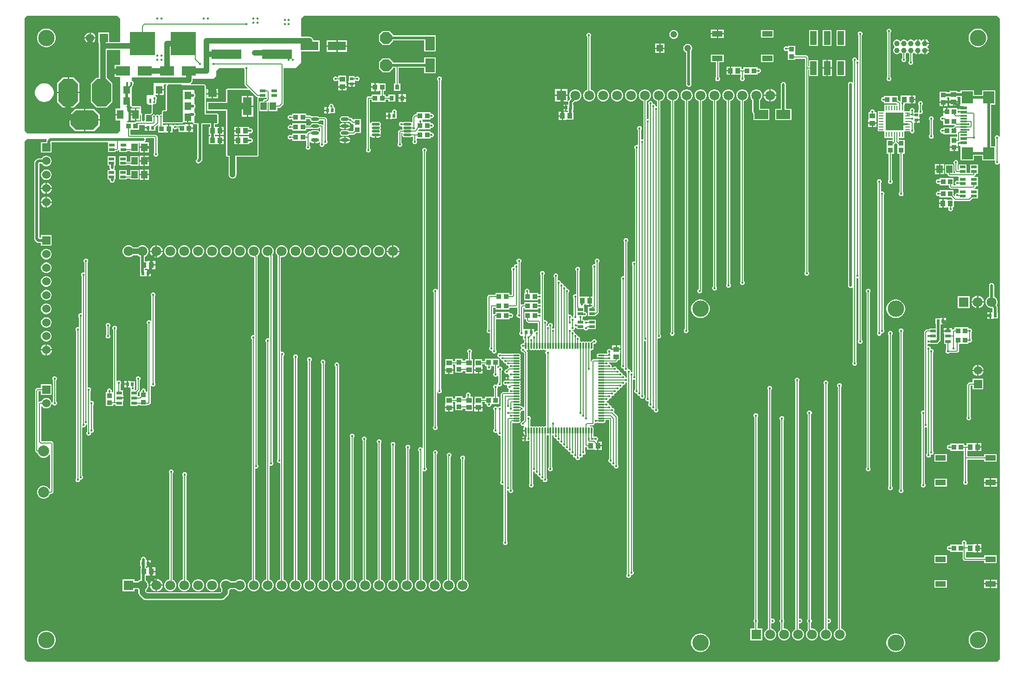
<source format=gtl>
G04*
G04 #@! TF.GenerationSoftware,Altium Limited,Altium Designer,21.4.1 (30)*
G04*
G04 Layer_Physical_Order=1*
G04 Layer_Color=255*
%FSLAX44Y44*%
%MOMM*%
G71*
G04*
G04 #@! TF.SameCoordinates,A141D3DD-4A5E-4641-B441-74F08AAE2887*
G04*
G04*
G04 #@! TF.FilePolarity,Positive*
G04*
G01*
G75*
%ADD10C,0.2000*%
%ADD21R,1.3000X1.4000*%
%ADD22R,1.1500X0.6000*%
%ADD23R,2.0000X2.1800*%
%ADD24R,1.1500X0.3000*%
%ADD25R,0.9000X0.2500*%
%ADD26R,0.2500X0.9000*%
%ADD27R,3.2500X3.2500*%
%ADD28R,0.4000X0.3500*%
%ADD29R,0.3500X0.4000*%
%ADD30R,1.0000X0.5000*%
%ADD31R,1.0000X0.9000*%
%ADD32R,0.9000X1.0000*%
%ADD33R,0.6400X0.6000*%
%ADD34R,0.6000X0.6400*%
%ADD35C,0.3500*%
%ADD36R,0.8500X0.9500*%
%ADD37R,1.0000X0.5500*%
%ADD38R,0.9500X0.8500*%
%ADD39O,1.2000X0.3000*%
%ADD40O,0.3000X1.2000*%
%ADD41R,1.2000X2.5000*%
%ADD42R,1.9000X1.0000*%
%ADD43R,2.5000X1.7000*%
%ADD44R,1.1500X1.3500*%
%ADD45R,0.8000X0.9000*%
%ADD46R,1.7000X2.5000*%
%ADD47O,1.4500X0.6000*%
%ADD48O,1.5000X0.4500*%
%ADD49R,5.4000X1.8000*%
%ADD50R,3.2000X1.6000*%
%ADD51R,1.6000X1.2000*%
%ADD52R,1.6000X3.3000*%
%ADD53R,1.2000X1.6500*%
%ADD54R,4.6000X4.2400*%
%ADD69C,0.4500*%
%ADD105C,0.3000*%
%ADD106C,0.5000*%
%ADD107C,1.0000*%
%ADD108C,1.2000*%
%ADD109C,1.0000*%
%ADD110P,2.3369X8X112.5*%
%ADD111C,1.8000*%
%ADD112R,1.8000X1.8000*%
%ADD113R,1.2220X1.2220*%
%ADD114C,1.2220*%
%ADD115R,1.5240X1.5240*%
%ADD116C,1.5240*%
%ADD117C,3.0000*%
%ADD118C,2.0000*%
%ADD119R,1.5240X1.5240*%
G04:AMPARAMS|DCode=120|XSize=5mm|YSize=3.5mm|CornerRadius=0mm|HoleSize=0mm|Usage=FLASHONLY|Rotation=0.000|XOffset=0mm|YOffset=0mm|HoleType=Round|Shape=Octagon|*
%AMOCTAGOND120*
4,1,8,2.5000,-0.8750,2.5000,0.8750,1.6250,1.7500,-1.6250,1.7500,-2.5000,0.8750,-2.5000,-0.8750,-1.6250,-1.7500,1.6250,-1.7500,2.5000,-0.8750,0.0*
%
%ADD120OCTAGOND120*%

G04:AMPARAMS|DCode=121|XSize=5mm|YSize=3.5mm|CornerRadius=0mm|HoleSize=0mm|Usage=FLASHONLY|Rotation=270.000|XOffset=0mm|YOffset=0mm|HoleType=Round|Shape=Octagon|*
%AMOCTAGOND121*
4,1,8,-0.8750,-2.5000,0.8750,-2.5000,1.7500,-1.6250,1.7500,1.6250,0.8750,2.5000,-0.8750,2.5000,-1.7500,1.6250,-1.7500,-1.6250,-0.8750,-2.5000,0.0*
%
%ADD121OCTAGOND121*%

%ADD122C,0.5000*%
G36*
X185000Y1185000D02*
Y1151338D01*
Y1148662D01*
D01*
Y1142060D01*
X164620D01*
Y1159620D01*
X145380D01*
Y1140380D01*
X146047D01*
Y1135000D01*
Y1077000D01*
X141464D01*
X131714Y1067250D01*
Y1032750D01*
X141464Y1023000D01*
X160964D01*
X170714Y1032750D01*
Y1067250D01*
X160964Y1077000D01*
X160167D01*
Y1127940D01*
X185000D01*
Y1101040D01*
X174960D01*
Y1091270D01*
X190000D01*
Y1088730D01*
X174960D01*
Y1078960D01*
X185000D01*
Y1033000D01*
Y1032750D01*
D01*
Y1032480D01*
Y1023000D01*
D01*
Y1020790D01*
X176210D01*
Y1011270D01*
X184750D01*
Y1008730D01*
X176210D01*
Y999210D01*
X185000D01*
Y980000D01*
X180000Y975000D01*
X15000D01*
X10000Y980000D01*
Y1185000D01*
X15000Y1190000D01*
X180000Y1190000D01*
X185000Y1185000D01*
D02*
G37*
G36*
X269382Y1064266D02*
X268558Y1063442D01*
X268116Y1062780D01*
X267961Y1062000D01*
Y1034539D01*
Y1018961D01*
X267839Y1018839D01*
X267334Y1018039D01*
X266966Y1017966D01*
Y1017966D01*
X266554Y1017884D01*
X266554Y1017884D01*
X266096Y1017694D01*
X265415D01*
X264957Y1017884D01*
X264957Y1017884D01*
X264177Y1018039D01*
X264000D01*
X264000Y1018039D01*
X263220Y1017884D01*
X262558Y1017442D01*
X262558Y1017442D01*
X262366Y1017250D01*
X261558Y1016442D01*
X261116Y1015780D01*
X260961Y1015000D01*
Y1013664D01*
X260961Y1013664D01*
X260961Y1013664D01*
X260966Y1013636D01*
Y1012174D01*
X260961Y1012146D01*
X260961Y1012146D01*
X260961Y1012146D01*
Y1010796D01*
X260002Y1010155D01*
X258510D01*
X257131Y1009584D01*
X256835Y1009288D01*
X256006Y1008589D01*
X255176Y1009288D01*
X254880Y1009584D01*
X253501Y1010155D01*
X252010D01*
X250631Y1009584D01*
X250335Y1009288D01*
X249506Y1008589D01*
X248676Y1009288D01*
X248380Y1009584D01*
X247001Y1010155D01*
X245510D01*
X244131Y1009584D01*
X243076Y1008529D01*
X242506Y1007151D01*
Y1005659D01*
X243076Y1004281D01*
X243197Y1004161D01*
Y997059D01*
X232294D01*
X231764Y998050D01*
X231756Y998329D01*
X232088Y1000000D01*
Y1008961D01*
X240000D01*
X240780Y1009116D01*
X241389Y1009522D01*
X241880Y1009726D01*
X242935Y1010781D01*
X243125Y1011242D01*
X243442Y1011558D01*
X243442Y1011558D01*
X243884Y1012220D01*
X244039Y1013000D01*
Y1027000D01*
X243884Y1027780D01*
X243724Y1028020D01*
X244566Y1029046D01*
X245510Y1028655D01*
X247001D01*
X248380Y1029226D01*
X248858Y1029705D01*
X249663Y1030242D01*
X250326Y1031234D01*
X250559Y1032405D01*
Y1037048D01*
X251103Y1037593D01*
X251750Y1039155D01*
Y1040845D01*
X251103Y1042407D01*
X249907Y1043603D01*
X248673Y1044114D01*
X248619Y1044190D01*
X249099Y1045460D01*
X254230D01*
Y1055000D01*
X255500D01*
Y1056270D01*
X264540D01*
Y1064540D01*
X265434Y1065440D01*
X268896D01*
X269382Y1064266D01*
D02*
G37*
G36*
X1790000Y1185000D02*
Y969853D01*
X1788730Y969601D01*
X1788603Y969907D01*
X1787407Y971103D01*
X1785845Y971750D01*
X1784155D01*
X1782593Y971103D01*
X1781397Y969907D01*
X1780750Y968345D01*
Y966655D01*
X1781397Y965093D01*
X1781941Y964548D01*
Y952887D01*
X1781500Y951800D01*
X1780671Y951800D01*
X1774088D01*
Y1028200D01*
X1781500D01*
Y1054000D01*
X1757500D01*
Y1045688D01*
X1742500D01*
Y1054000D01*
X1718500D01*
Y1051338D01*
X1712450D01*
Y1053250D01*
X1698450D01*
Y1050563D01*
X1693700D01*
Y1051450D01*
X1680200D01*
Y1038990D01*
X1679660D01*
Y1033470D01*
X1694240D01*
Y1038990D01*
X1693700D01*
Y1041387D01*
X1697492D01*
X1697910Y1040290D01*
X1697910Y1040290D01*
X1697910D01*
X1697910Y1040290D01*
Y1034520D01*
X1712990D01*
Y1040290D01*
X1712450D01*
Y1042162D01*
X1718500D01*
Y1028810D01*
X1718500Y1028200D01*
X1717503Y1027540D01*
X1715710D01*
Y1023270D01*
X1724000D01*
Y1020730D01*
X1715710D01*
Y1019250D01*
X1714155D01*
X1713770Y1019091D01*
X1712500Y1019939D01*
Y1021750D01*
X1700040D01*
Y1022290D01*
X1694520D01*
Y1015000D01*
X1693250D01*
Y1013730D01*
X1686460D01*
Y1007870D01*
X1686163Y1007330D01*
X1685712Y1006750D01*
X1684155D01*
X1682593Y1006103D01*
X1681397Y1004907D01*
X1680750Y1003345D01*
Y1001655D01*
X1681397Y1000093D01*
X1682593Y998897D01*
X1684155Y998250D01*
X1685845D01*
X1685944Y998291D01*
X1687000Y997585D01*
Y990750D01*
X1698730D01*
X1699500Y990750D01*
X1700770Y990750D01*
X1707178D01*
X1707506Y990210D01*
X1707654Y989483D01*
X1707651Y989477D01*
X1705337Y987163D01*
X1705061Y986750D01*
X1700770D01*
X1700000Y986750D01*
X1698730Y986750D01*
X1687000D01*
Y984915D01*
X1685944Y984209D01*
X1685845Y984250D01*
X1684155D01*
X1682593Y983603D01*
X1681397Y982407D01*
X1680750Y980845D01*
Y979155D01*
X1681397Y977593D01*
X1682593Y976397D01*
X1684155Y975750D01*
X1685845D01*
X1685944Y975791D01*
X1687000Y975085D01*
Y973250D01*
X1698730D01*
X1699500Y973250D01*
X1700770Y973250D01*
X1711941D01*
Y969250D01*
X1699500D01*
Y956790D01*
X1698960D01*
Y951270D01*
X1706250D01*
X1713540D01*
Y956790D01*
X1713000D01*
Y958584D01*
X1713828Y959441D01*
X1714440Y959563D01*
X1714891Y959270D01*
X1724000D01*
Y956730D01*
X1715710D01*
Y952460D01*
X1717503D01*
X1718500Y951800D01*
X1718500Y951190D01*
Y926000D01*
X1742500D01*
Y934312D01*
X1757500D01*
Y926000D01*
X1780694D01*
X1781038Y925465D01*
X1781324Y924730D01*
X1780750Y923345D01*
Y921655D01*
X1781397Y920093D01*
X1782593Y918897D01*
X1784155Y918250D01*
X1785845D01*
X1787407Y918897D01*
X1788603Y920093D01*
X1788730Y920399D01*
X1790000Y920147D01*
Y15000D01*
X1785000Y10000D01*
X15000D01*
X10000Y15000D01*
Y960000D01*
X15000Y965000D01*
X50461D01*
X51140Y963730D01*
X50537Y962827D01*
X50187Y961071D01*
Y959620D01*
X40380D01*
Y940380D01*
X59620D01*
Y959412D01*
X161636D01*
X162500Y958500D01*
Y949500D01*
Y941500D01*
X176500D01*
Y942941D01*
X178500D01*
X178500Y942941D01*
X179670Y943174D01*
X180663Y943837D01*
X182163Y945337D01*
X182230Y945438D01*
X183500Y945052D01*
Y941500D01*
X197500D01*
Y942941D01*
X203500D01*
Y941250D01*
X219000D01*
X219000Y957537D01*
X220270Y958297D01*
X220460Y958195D01*
Y951270D01*
X228750D01*
X237040D01*
Y959290D01*
X230337D01*
X229951Y960560D01*
X230244Y960756D01*
X231239Y962244D01*
X231588Y964000D01*
X231256Y965671D01*
X231264Y965950D01*
X231794Y966941D01*
X246941D01*
Y940452D01*
X246397Y939907D01*
X245750Y938345D01*
Y936655D01*
X246397Y935093D01*
X247593Y933897D01*
X249155Y933250D01*
X250845D01*
X252407Y933897D01*
X253603Y935093D01*
X254250Y936655D01*
Y938345D01*
X253603Y939907D01*
X253059Y940452D01*
Y968828D01*
X253059Y968828D01*
X252826Y969999D01*
X252163Y970991D01*
X252163Y970991D01*
X250991Y972163D01*
X249999Y972826D01*
X248828Y973059D01*
X248828Y973059D01*
X203059D01*
Y981863D01*
X206300D01*
Y981863D01*
X206800D01*
Y981863D01*
X219300D01*
Y990941D01*
X230060D01*
Y987171D01*
X235600D01*
Y985901D01*
X236870D01*
Y980161D01*
X241140D01*
Y980701D01*
X249400D01*
Y986775D01*
X252985Y990361D01*
X254256Y989835D01*
Y977151D01*
X266716D01*
Y976611D01*
X272236D01*
Y983901D01*
Y991191D01*
X266716D01*
Y990651D01*
X262314D01*
Y993194D01*
X262578Y993462D01*
X263584Y994044D01*
X264000Y993961D01*
X298000D01*
X298780Y994116D01*
X299442Y994558D01*
X299442Y994558D01*
X300344Y995460D01*
X306730D01*
Y1005000D01*
X309270D01*
Y995460D01*
X316857D01*
X317276Y995285D01*
X318012Y994741D01*
X318116Y994220D01*
X318558Y993558D01*
X318558Y993558D01*
X319558Y992558D01*
X320220Y992116D01*
X321000Y991961D01*
X325412D01*
Y929400D01*
X324256Y928244D01*
X323261Y926756D01*
X322912Y925000D01*
X323261Y923244D01*
X324256Y921756D01*
X325744Y920761D01*
X327500Y920412D01*
X329256Y920761D01*
X330744Y921756D01*
X333244Y924256D01*
X334239Y925744D01*
X334588Y927500D01*
Y991961D01*
X348662D01*
Y987000D01*
X346750D01*
Y973000D01*
X348662D01*
Y970000D01*
X346750D01*
Y956000D01*
X359710D01*
Y955460D01*
X365480D01*
Y963000D01*
Y970540D01*
X359710D01*
Y970000D01*
X357838D01*
Y973000D01*
X359710D01*
Y972460D01*
X365480D01*
Y980000D01*
Y987540D01*
X359710D01*
Y987000D01*
X357838D01*
Y991961D01*
X361000D01*
X361000Y991961D01*
X361780Y992116D01*
X362442Y992558D01*
X362442Y992558D01*
X363442Y993558D01*
X363442Y993558D01*
X363884Y994220D01*
X364039Y995000D01*
Y1009000D01*
X363884Y1009780D01*
X363442Y1010442D01*
X362442Y1011442D01*
X361780Y1011884D01*
X361000Y1012039D01*
X341039D01*
Y1062000D01*
X341039Y1062000D01*
X340884Y1062780D01*
X340442Y1063442D01*
X340442Y1063442D01*
X339442Y1064442D01*
X338780Y1064884D01*
X338000Y1065039D01*
X313599D01*
X313346Y1066309D01*
X313530Y1066385D01*
X314993Y1067507D01*
X316115Y1068970D01*
X316820Y1070673D01*
X317060Y1072500D01*
Y1075000D01*
X355000D01*
X360000Y1080000D01*
Y1090000D01*
X365000Y1095000D01*
X410750D01*
Y1094155D01*
X411397Y1092593D01*
X411941Y1092048D01*
Y1065000D01*
X411941Y1065000D01*
X412174Y1063829D01*
X412837Y1062837D01*
X417462Y1058213D01*
X416976Y1057039D01*
X380000D01*
X379220Y1056884D01*
X378558Y1056442D01*
X378116Y1055780D01*
X377961Y1055000D01*
Y1033069D01*
X353000D01*
X352476Y1033000D01*
X343000D01*
Y1017000D01*
X352476D01*
X353000Y1016931D01*
X377961D01*
Y935000D01*
X378116Y934220D01*
X378558Y933558D01*
X379220Y933116D01*
X380000Y932961D01*
X382940D01*
Y900000D01*
X383180Y898173D01*
X383885Y896470D01*
X385008Y895008D01*
X386470Y893885D01*
X388173Y893180D01*
X390000Y892940D01*
X391827Y893180D01*
X393530Y893885D01*
X394992Y895008D01*
X396115Y896470D01*
X396820Y898173D01*
X397060Y900000D01*
Y932961D01*
X435000D01*
X435780Y933116D01*
X436442Y933558D01*
X436884Y934220D01*
X437039Y935000D01*
Y1039754D01*
X438000Y1040500D01*
X451941D01*
Y1038767D01*
X451233Y1038059D01*
X448672D01*
X447501Y1037826D01*
X446509Y1037163D01*
X445846Y1036171D01*
X445613Y1035000D01*
Y1033750D01*
X438500D01*
Y1016250D01*
X454000D01*
Y1031975D01*
X454783Y1032506D01*
X456000Y1031932D01*
Y1016250D01*
X471500D01*
Y1021941D01*
X475000D01*
X475000Y1021941D01*
X476171Y1022174D01*
X477163Y1022837D01*
X482163Y1027837D01*
X482163Y1027837D01*
X482826Y1028829D01*
X483059Y1030000D01*
Y1095000D01*
X505000D01*
X515000Y1105000D01*
Y1125203D01*
X548462D01*
Y1145203D01*
X537034D01*
X536820Y1146827D01*
X536115Y1148530D01*
X534992Y1149992D01*
X533530Y1151115D01*
X531827Y1151820D01*
X530000Y1152060D01*
X515000D01*
Y1185000D01*
X520000Y1190000D01*
X1785000D01*
X1790000Y1185000D01*
D02*
G37*
G36*
X246000Y1046000D02*
X234000D01*
X233000Y1045000D01*
Y1031000D01*
X236000Y1028000D01*
X241000Y1028000D01*
X242000Y1027000D01*
Y1013000D01*
X240000Y1011000D01*
X225000D01*
X223000Y1013000D01*
Y1024000D01*
X222000Y1025000D01*
X207000D01*
X206000Y1026000D01*
Y1059453D01*
X206634Y1060088D01*
X207408Y1061245D01*
X207430Y1061359D01*
X208010Y1062226D01*
X208282Y1063592D01*
Y1064771D01*
X208603Y1065093D01*
X209250Y1066655D01*
Y1068345D01*
X208603Y1069907D01*
X207407Y1071103D01*
X206000Y1071686D01*
Y1077000D01*
X207000Y1078000D01*
X246000D01*
Y1046000D01*
D02*
G37*
G36*
X204116Y1025220D02*
X204558Y1024558D01*
X204558Y1024558D01*
X205558Y1023558D01*
X206220Y1023116D01*
X207000Y1022961D01*
X220961D01*
Y1020790D01*
X214020D01*
Y1010000D01*
X212750D01*
D01*
X214020D01*
Y999210D01*
X221290D01*
Y1008884D01*
X222560Y1009562D01*
X222912Y1009327D01*
Y1000000D01*
X223244Y998329D01*
X223236Y998050D01*
X222706Y997059D01*
X214222D01*
X213051Y996826D01*
X212059Y996163D01*
X211524Y995363D01*
X206800D01*
Y995363D01*
X206300D01*
Y995363D01*
X197022D01*
X196536Y996536D01*
X200000Y1000000D01*
Y1020000D01*
X195810Y1024190D01*
X196336Y1025460D01*
X204068D01*
X204116Y1025220D01*
D02*
G37*
G36*
X298000Y1063000D02*
X338000D01*
X339000Y1062000D01*
Y1011000D01*
X340000Y1010000D01*
X361000D01*
X362000Y1009000D01*
Y995000D01*
X362000D01*
X361000Y994000D01*
X321000D01*
X320000Y995000D01*
Y1006258D01*
X320744Y1006756D01*
X321739Y1008244D01*
X322088Y1010000D01*
X321739Y1011756D01*
X320744Y1013244D01*
X320000Y1013742D01*
Y1021258D01*
X320744Y1021756D01*
X321739Y1023244D01*
X322088Y1025000D01*
X321739Y1026756D01*
X320744Y1028244D01*
X320000Y1028742D01*
Y1041258D01*
X320744Y1041756D01*
X321739Y1043244D01*
X322088Y1045000D01*
X321739Y1046756D01*
X320744Y1048244D01*
X320000Y1048742D01*
Y1054000D01*
X319000Y1055000D01*
X299000D01*
Y997000D01*
X298000Y996000D01*
X264000D01*
X263000Y997000D01*
Y1005646D01*
X263006Y1005659D01*
Y1007151D01*
X263000Y1007164D01*
Y1012146D01*
X263006Y1012159D01*
Y1013651D01*
X263000Y1013664D01*
Y1015000D01*
X264000Y1016000D01*
X264177D01*
X265010Y1015655D01*
X266502D01*
X267334Y1016000D01*
X269000D01*
X270000Y1017000D01*
Y1062000D01*
X273000Y1065000D01*
X296000D01*
X298000Y1063000D01*
D02*
G37*
G36*
X432837Y1042837D02*
X433829Y1042174D01*
X435000Y1041941D01*
Y935000D01*
X380000D01*
Y1055000D01*
X420674D01*
X432837Y1042837D01*
D02*
G37*
%LPC*%
G36*
X131338Y1160160D02*
X131270D01*
Y1151270D01*
X140160D01*
Y1151338D01*
X139468Y1153922D01*
X138130Y1156238D01*
X136238Y1158130D01*
X133922Y1159468D01*
X131338Y1160160D01*
D02*
G37*
G36*
X128730D02*
X128662D01*
X126078Y1159468D01*
X123762Y1158130D01*
X121870Y1156238D01*
X120532Y1153922D01*
X119840Y1151338D01*
Y1151270D01*
X128730D01*
Y1160160D01*
D02*
G37*
G36*
X140160Y1148730D02*
X131270D01*
Y1139840D01*
X131338D01*
X133922Y1140532D01*
X136238Y1141870D01*
X138130Y1143762D01*
X139468Y1146078D01*
X140160Y1148662D01*
Y1148730D01*
D02*
G37*
G36*
X128730D02*
X119840D01*
Y1148662D01*
X120532Y1146078D01*
X121870Y1143762D01*
X123762Y1141870D01*
X126078Y1140532D01*
X128662Y1139840D01*
X128730D01*
Y1148730D01*
D02*
G37*
G36*
X51674Y1167000D02*
X48326D01*
X45041Y1166347D01*
X41947Y1165065D01*
X39163Y1163205D01*
X36795Y1160837D01*
X34935Y1158053D01*
X33653Y1154959D01*
X33000Y1151674D01*
Y1148326D01*
X33653Y1145041D01*
X34935Y1141947D01*
X36795Y1139163D01*
X39163Y1136795D01*
X41947Y1134935D01*
X45041Y1133653D01*
X48326Y1133000D01*
X51674D01*
X54959Y1133653D01*
X58053Y1134935D01*
X60837Y1136795D01*
X63205Y1139163D01*
X65065Y1141947D01*
X66347Y1145041D01*
X67000Y1148326D01*
Y1151674D01*
X66347Y1154959D01*
X65065Y1158053D01*
X63205Y1160837D01*
X60837Y1163205D01*
X58053Y1165065D01*
X54959Y1166347D01*
X51674Y1167000D01*
D02*
G37*
G36*
X100020Y1077540D02*
X91270D01*
Y1051270D01*
X110040D01*
Y1067520D01*
X100020Y1077540D01*
D02*
G37*
G36*
X88730D02*
X79980D01*
X69960Y1067520D01*
Y1051270D01*
X88730D01*
Y1077540D01*
D02*
G37*
G36*
X47986Y1067000D02*
X44638D01*
X41353Y1066347D01*
X38259Y1065065D01*
X35475Y1063205D01*
X33107Y1060837D01*
X31247Y1058053D01*
X29965Y1054959D01*
X29312Y1051674D01*
Y1048326D01*
X29965Y1045041D01*
X31247Y1041947D01*
X33107Y1039163D01*
X35475Y1036795D01*
X38259Y1034935D01*
X41353Y1033653D01*
X44638Y1033000D01*
X47986D01*
X51271Y1033653D01*
X54365Y1034935D01*
X57149Y1036795D01*
X59517Y1039163D01*
X61377Y1041947D01*
X62659Y1045041D01*
X63312Y1048326D01*
Y1051674D01*
X62659Y1054959D01*
X61377Y1058053D01*
X59517Y1060837D01*
X57149Y1063205D01*
X54365Y1065065D01*
X51271Y1066347D01*
X47986Y1067000D01*
D02*
G37*
G36*
X110040Y1048730D02*
X91270D01*
Y1022460D01*
X100020D01*
X110040Y1032480D01*
Y1048730D01*
D02*
G37*
G36*
X88730D02*
X69960D01*
Y1032480D01*
X79980Y1022460D01*
X88730D01*
Y1048730D01*
D02*
G37*
G36*
X137492Y1020002D02*
X121242D01*
Y1001232D01*
X147512D01*
Y1009982D01*
X137492Y1020002D01*
D02*
G37*
G36*
X118702D02*
X102452D01*
X92432Y1009982D01*
Y1001232D01*
X118702D01*
Y1020002D01*
D02*
G37*
G36*
X147512Y998692D02*
X121242D01*
Y979922D01*
X137492D01*
X147512Y989942D01*
Y998692D01*
D02*
G37*
G36*
X118702D02*
X92432D01*
Y989942D01*
X102452Y979922D01*
X118702D01*
Y998692D01*
D02*
G37*
G36*
X264540Y1053730D02*
X256770D01*
Y1045460D01*
X264540D01*
Y1053730D01*
D02*
G37*
G36*
X1286540Y1165040D02*
X1275770D01*
Y1158770D01*
X1286540D01*
Y1165040D01*
D02*
G37*
G36*
X1273230D02*
X1262460D01*
Y1158770D01*
X1273230D01*
Y1165040D01*
D02*
G37*
G36*
X1377000Y1164500D02*
X1354000D01*
Y1150500D01*
X1377000D01*
Y1164500D01*
D02*
G37*
G36*
X1286540Y1156230D02*
X1275770D01*
Y1149960D01*
X1286540D01*
Y1156230D01*
D02*
G37*
G36*
X1273230D02*
X1262460D01*
Y1149960D01*
X1273230D01*
Y1156230D01*
D02*
G37*
G36*
X1196068Y1164445D02*
X1193932D01*
X1191870Y1163892D01*
X1190020Y1162825D01*
X1188510Y1161315D01*
X1187443Y1159465D01*
X1186890Y1157403D01*
Y1155267D01*
X1187443Y1153205D01*
X1188510Y1151355D01*
X1190020Y1149845D01*
X1191870Y1148778D01*
X1193932Y1148225D01*
X1196068D01*
X1198130Y1148778D01*
X1199980Y1149845D01*
X1201490Y1151355D01*
X1202557Y1153205D01*
X1203110Y1155267D01*
Y1157403D01*
X1202557Y1159465D01*
X1201490Y1161315D01*
X1199980Y1162825D01*
X1198130Y1163892D01*
X1196068Y1164445D01*
D02*
G37*
G36*
X1651830Y1147466D02*
X1650190Y1147026D01*
X1648470Y1146033D01*
X1647595Y1145158D01*
X1646750Y1144774D01*
X1645905Y1145158D01*
X1645030Y1146033D01*
X1643310Y1147026D01*
X1641670Y1147466D01*
Y1140000D01*
X1639130D01*
Y1147466D01*
X1637490Y1147026D01*
X1635770Y1146033D01*
X1634500Y1144763D01*
X1634172Y1144636D01*
X1632926Y1144674D01*
X1631998Y1145601D01*
X1630402Y1146523D01*
X1628622Y1147000D01*
X1626778D01*
X1624998Y1146523D01*
X1623402Y1145601D01*
X1622099Y1144298D01*
X1621985Y1144101D01*
X1620715D01*
X1620601Y1144298D01*
X1619298Y1145601D01*
X1617702Y1146523D01*
X1615922Y1147000D01*
X1614078D01*
X1612298Y1146523D01*
X1610702Y1145601D01*
X1609399Y1144298D01*
X1609285Y1144101D01*
X1608015D01*
X1607901Y1144298D01*
X1606598Y1145601D01*
X1605002Y1146523D01*
X1603222Y1147000D01*
X1601378D01*
X1599598Y1146523D01*
X1598002Y1145601D01*
X1596699Y1144298D01*
X1595777Y1142702D01*
X1595300Y1140922D01*
Y1139078D01*
X1595777Y1137298D01*
X1596699Y1135702D01*
X1598002Y1134399D01*
X1598199Y1134285D01*
Y1133015D01*
X1598002Y1132901D01*
X1596699Y1131598D01*
X1595777Y1130002D01*
X1595300Y1128222D01*
Y1126378D01*
X1595777Y1124598D01*
X1596699Y1123002D01*
X1598002Y1121699D01*
X1599598Y1120777D01*
X1601378Y1120300D01*
X1603222D01*
X1605002Y1120777D01*
X1606598Y1121699D01*
X1607901Y1123002D01*
X1608015Y1123199D01*
X1609285D01*
X1609399Y1123002D01*
X1610702Y1121699D01*
X1611941Y1120983D01*
Y1112952D01*
X1611397Y1112407D01*
X1610750Y1110845D01*
Y1109155D01*
X1611397Y1107593D01*
X1612593Y1106397D01*
X1614155Y1105750D01*
X1615845D01*
X1617407Y1106397D01*
X1618603Y1107593D01*
X1619250Y1109155D01*
Y1110845D01*
X1618603Y1112407D01*
X1618059Y1112952D01*
Y1120983D01*
X1619298Y1121699D01*
X1620601Y1123002D01*
X1620715Y1123199D01*
X1621985D01*
X1622099Y1123002D01*
X1623402Y1121699D01*
X1624541Y1121041D01*
Y1108052D01*
X1623897Y1107407D01*
X1623250Y1105845D01*
Y1104155D01*
X1623897Y1102593D01*
X1625093Y1101397D01*
X1626655Y1100750D01*
X1628345D01*
X1629907Y1101397D01*
X1631103Y1102593D01*
X1631750Y1104155D01*
Y1105845D01*
X1631103Y1107407D01*
X1630659Y1107852D01*
Y1120925D01*
X1631998Y1121699D01*
X1632926Y1122626D01*
X1634172Y1122664D01*
X1634500Y1122537D01*
X1635770Y1121266D01*
X1637490Y1120274D01*
X1639130Y1119834D01*
Y1127300D01*
X1641670D01*
Y1119834D01*
X1643310Y1120274D01*
X1645030Y1121266D01*
X1645905Y1122142D01*
X1646750Y1122526D01*
X1647595Y1122142D01*
X1648470Y1121266D01*
X1650190Y1120274D01*
X1651830Y1119834D01*
Y1127300D01*
X1653100D01*
Y1128570D01*
X1660566D01*
X1660126Y1130210D01*
X1659133Y1131930D01*
X1658258Y1132805D01*
X1657874Y1133650D01*
X1658258Y1134495D01*
X1659133Y1135370D01*
X1660126Y1137090D01*
X1660566Y1138730D01*
X1653100D01*
Y1140000D01*
X1651830D01*
Y1147466D01*
D02*
G37*
G36*
X1654370D02*
Y1141270D01*
X1660566D01*
X1660126Y1142910D01*
X1659133Y1144630D01*
X1657730Y1146033D01*
X1656010Y1147026D01*
X1654370Y1147466D01*
D02*
G37*
G36*
X599002Y1145743D02*
X581732D01*
Y1136473D01*
X599002D01*
Y1145743D01*
D02*
G37*
G36*
X579192D02*
X561922D01*
Y1136473D01*
X579192D01*
Y1145743D01*
D02*
G37*
G36*
X1508000Y1164500D02*
X1492000D01*
Y1135500D01*
X1508000D01*
Y1164500D01*
D02*
G37*
G36*
X1483000D02*
X1467000D01*
Y1135500D01*
X1483000D01*
Y1164500D01*
D02*
G37*
G36*
X1458000D02*
X1442000D01*
Y1135500D01*
X1458000D01*
Y1164500D01*
D02*
G37*
G36*
X1416750Y1135250D02*
X1403250D01*
Y1134524D01*
X1403073Y1134331D01*
X1401980Y1133780D01*
X1400845Y1134250D01*
X1399155D01*
X1397593Y1133603D01*
X1396397Y1132407D01*
X1395750Y1130845D01*
Y1129155D01*
X1396397Y1127593D01*
X1397593Y1126397D01*
X1399155Y1125750D01*
X1400845D01*
X1401980Y1126220D01*
X1403073Y1125669D01*
X1403250Y1125476D01*
X1403250Y1122750D01*
X1403250Y1121480D01*
Y1109750D01*
X1416750D01*
Y1111941D01*
X1434441D01*
Y1095000D01*
Y722952D01*
X1433897Y722407D01*
X1433250Y720845D01*
Y719155D01*
X1433897Y717593D01*
X1435093Y716397D01*
X1436655Y715750D01*
X1438345D01*
X1439907Y716397D01*
X1441103Y717593D01*
X1441750Y719155D01*
Y720845D01*
X1441103Y722407D01*
X1440559Y722952D01*
Y1091941D01*
X1442000D01*
Y1080500D01*
X1458000D01*
Y1109500D01*
X1442000D01*
Y1098059D01*
X1440559D01*
Y1113828D01*
X1440559Y1113828D01*
X1440326Y1114999D01*
X1439663Y1115991D01*
X1439663Y1115991D01*
X1438491Y1117163D01*
X1437499Y1117826D01*
X1436328Y1118059D01*
X1436328Y1118059D01*
X1417648D01*
X1416750Y1118957D01*
X1416750Y1122250D01*
X1416750Y1123520D01*
Y1135250D01*
D02*
G37*
G36*
X1751674Y1167000D02*
X1748326D01*
X1745041Y1166347D01*
X1741947Y1165065D01*
X1739163Y1163205D01*
X1736795Y1160837D01*
X1734935Y1158053D01*
X1733653Y1154959D01*
X1733000Y1151674D01*
Y1148326D01*
X1733653Y1145041D01*
X1734935Y1141947D01*
X1736795Y1139163D01*
X1739163Y1136795D01*
X1741947Y1134935D01*
X1745041Y1133653D01*
X1748326Y1133000D01*
X1751674D01*
X1754959Y1133653D01*
X1758053Y1134935D01*
X1760837Y1136795D01*
X1763205Y1139163D01*
X1765065Y1141947D01*
X1766347Y1145041D01*
X1767000Y1148326D01*
Y1151674D01*
X1766347Y1154959D01*
X1765065Y1158053D01*
X1763205Y1160837D01*
X1760837Y1163205D01*
X1758053Y1165065D01*
X1754959Y1166347D01*
X1751674Y1167000D01*
D02*
G37*
G36*
X1178250Y1139585D02*
X1170870D01*
Y1132205D01*
X1178250D01*
Y1139585D01*
D02*
G37*
G36*
X1168330D02*
X1160950D01*
Y1132205D01*
X1168330D01*
Y1139585D01*
D02*
G37*
G36*
X676397Y1162795D02*
X663603D01*
X657205Y1156397D01*
Y1143603D01*
X663603Y1137205D01*
X676397D01*
X682795Y1143603D01*
Y1145412D01*
X739500D01*
Y1125500D01*
X760500D01*
Y1154500D01*
X744443D01*
X744000Y1154588D01*
X682795D01*
Y1156397D01*
X676397Y1162795D01*
D02*
G37*
G36*
X599002Y1133933D02*
X581732D01*
Y1124663D01*
X599002D01*
Y1133933D01*
D02*
G37*
G36*
X579192D02*
X561922D01*
Y1124663D01*
X579192D01*
Y1133933D01*
D02*
G37*
G36*
X1178250Y1129665D02*
X1170870D01*
Y1122285D01*
X1178250D01*
Y1129665D01*
D02*
G37*
G36*
X1168330D02*
X1160950D01*
Y1122285D01*
X1168330D01*
Y1129665D01*
D02*
G37*
G36*
X1660566Y1126030D02*
X1654370D01*
Y1119834D01*
X1656010Y1120274D01*
X1657730Y1121266D01*
X1659133Y1122670D01*
X1660126Y1124390D01*
X1660566Y1126030D01*
D02*
G37*
G36*
X1535845Y1161750D02*
X1534155D01*
X1532593Y1161103D01*
X1531397Y1159907D01*
X1530750Y1158345D01*
Y1156655D01*
X1531397Y1155093D01*
X1531941Y1154548D01*
Y1109939D01*
X1530885Y1109233D01*
X1530845Y1109250D01*
X1529250D01*
Y1110845D01*
X1528603Y1112407D01*
X1527407Y1113603D01*
X1525845Y1114250D01*
X1524155D01*
X1522593Y1113603D01*
X1521397Y1112407D01*
X1520750Y1110845D01*
Y1109155D01*
X1521397Y1107593D01*
X1521941Y1107048D01*
Y1068739D01*
X1521068Y1068378D01*
X1520671Y1068293D01*
X1519256Y1069239D01*
X1517500Y1069588D01*
X1515744Y1069239D01*
X1514256Y1068244D01*
X1513261Y1066756D01*
X1512912Y1065000D01*
Y697500D01*
X1513261Y695744D01*
X1514256Y694256D01*
X1515744Y693261D01*
X1517500Y692912D01*
X1519256Y693261D01*
X1520671Y694207D01*
X1521068Y694122D01*
X1521941Y693761D01*
Y557952D01*
X1521397Y557407D01*
X1520750Y555845D01*
Y554155D01*
X1521397Y552593D01*
X1522593Y551397D01*
X1524155Y550750D01*
X1525845D01*
X1527407Y551397D01*
X1528603Y552593D01*
X1529250Y554155D01*
Y555845D01*
X1528603Y557407D01*
X1528059Y557952D01*
Y710061D01*
X1529115Y710767D01*
X1529155Y710750D01*
X1530845D01*
X1530885Y710767D01*
X1531941Y710061D01*
Y597952D01*
X1531397Y597407D01*
X1530750Y595845D01*
Y594155D01*
X1531397Y592593D01*
X1532593Y591397D01*
X1534155Y590750D01*
X1535845D01*
X1537407Y591397D01*
X1538603Y592593D01*
X1539250Y594155D01*
Y595845D01*
X1538603Y597407D01*
X1538059Y597952D01*
Y1154548D01*
X1538603Y1155093D01*
X1539250Y1156655D01*
Y1158345D01*
X1538603Y1159907D01*
X1537407Y1161103D01*
X1535845Y1161750D01*
D02*
G37*
G36*
X1377000Y1119500D02*
X1354000D01*
Y1105500D01*
X1377000D01*
Y1119500D01*
D02*
G37*
G36*
X760500Y1114500D02*
X739500D01*
Y1104588D01*
X682795D01*
Y1106397D01*
X676397Y1112795D01*
X663603D01*
X657205Y1106397D01*
Y1093603D01*
X663603Y1087205D01*
X676397D01*
X682795Y1093603D01*
Y1095412D01*
X686941D01*
Y1066500D01*
X684000D01*
Y1053500D01*
X696000D01*
Y1066500D01*
X693059D01*
Y1095412D01*
X739500D01*
Y1085500D01*
X760500D01*
Y1114500D01*
D02*
G37*
G36*
X1483540Y1110040D02*
X1476270D01*
Y1096270D01*
X1483540D01*
Y1110040D01*
D02*
G37*
G36*
X1473730D02*
X1466460D01*
Y1096270D01*
X1473730D01*
Y1110040D01*
D02*
G37*
G36*
X1296980Y1097540D02*
X1291210D01*
Y1091270D01*
X1296980D01*
Y1097540D01*
D02*
G37*
G36*
X1305290D02*
X1299520D01*
Y1090000D01*
Y1082460D01*
X1305290D01*
Y1083000D01*
X1317066D01*
Y1078077D01*
X1316397Y1077407D01*
X1315750Y1075845D01*
Y1074155D01*
X1316397Y1072593D01*
X1317593Y1071397D01*
X1319155Y1070750D01*
X1320845D01*
X1322407Y1071397D01*
X1323603Y1072593D01*
X1324250Y1074155D01*
Y1075845D01*
X1323603Y1077407D01*
X1323184Y1077827D01*
Y1083250D01*
X1333980D01*
X1334750Y1083250D01*
X1336020Y1083250D01*
X1347750D01*
Y1085189D01*
X1348806Y1085894D01*
X1349155Y1085750D01*
X1350845D01*
X1352407Y1086397D01*
X1353603Y1087593D01*
X1354250Y1089155D01*
Y1090845D01*
X1353603Y1092407D01*
X1352407Y1093603D01*
X1350845Y1094250D01*
X1349155D01*
X1348806Y1094106D01*
X1347750Y1094811D01*
Y1096750D01*
X1336020D01*
X1335250Y1096750D01*
X1333980Y1096750D01*
X1322250D01*
Y1093059D01*
X1318250D01*
Y1097000D01*
X1305290D01*
Y1097540D01*
D02*
G37*
G36*
X1296980Y1088730D02*
X1291210D01*
Y1082460D01*
X1296980D01*
Y1088730D01*
D02*
G37*
G36*
X1508000Y1109500D02*
X1492000D01*
Y1080500D01*
X1508000D01*
Y1109500D01*
D02*
G37*
G36*
X1483540Y1093730D02*
X1476270D01*
Y1079960D01*
X1483540D01*
Y1093730D01*
D02*
G37*
G36*
X1473730D02*
X1466460D01*
Y1079960D01*
X1473730D01*
Y1093730D01*
D02*
G37*
G36*
X597000Y1080750D02*
X583000D01*
Y1078059D01*
X580452D01*
X579907Y1078603D01*
X578345Y1079250D01*
X576655D01*
X575093Y1078603D01*
X573897Y1077407D01*
X573250Y1075845D01*
Y1074155D01*
X573897Y1072593D01*
X575093Y1071397D01*
X576655Y1070750D01*
X578345D01*
X579907Y1071397D01*
X580452Y1071941D01*
X583000D01*
Y1067790D01*
X582460D01*
Y1062020D01*
X590000D01*
X597540D01*
Y1067790D01*
X597000D01*
Y1080750D01*
D02*
G37*
G36*
X1588345Y1166750D02*
X1586655D01*
X1585093Y1166103D01*
X1583897Y1164907D01*
X1583250Y1163345D01*
Y1161655D01*
X1583897Y1160093D01*
X1584441Y1159548D01*
Y1077952D01*
X1583897Y1077407D01*
X1583250Y1075845D01*
Y1074155D01*
X1583897Y1072593D01*
X1585093Y1071397D01*
X1586655Y1070750D01*
X1588345D01*
X1589907Y1071397D01*
X1591103Y1072593D01*
X1591750Y1074155D01*
Y1075845D01*
X1591103Y1077407D01*
X1590559Y1077952D01*
Y1159548D01*
X1591103Y1160093D01*
X1591750Y1161655D01*
Y1163345D01*
X1591103Y1164907D01*
X1589907Y1166103D01*
X1588345Y1166750D01*
D02*
G37*
G36*
X1286000Y1119500D02*
X1263000D01*
Y1105500D01*
X1271941D01*
Y1077952D01*
X1271397Y1077407D01*
X1270750Y1075845D01*
Y1074155D01*
X1271397Y1072593D01*
X1272593Y1071397D01*
X1274155Y1070750D01*
X1275845D01*
X1277407Y1071397D01*
X1278603Y1072593D01*
X1279250Y1074155D01*
Y1075845D01*
X1278603Y1077407D01*
X1278059Y1077952D01*
Y1105500D01*
X1286000D01*
Y1119500D01*
D02*
G37*
G36*
X612700Y1080000D02*
X602300D01*
Y1071740D01*
X601760D01*
Y1067470D01*
X607500D01*
X613240D01*
Y1071740D01*
X614427Y1071941D01*
X614548D01*
X615093Y1071397D01*
X616655Y1070750D01*
X618345D01*
X619907Y1071397D01*
X621103Y1072593D01*
X621750Y1074155D01*
Y1075845D01*
X621103Y1077407D01*
X619907Y1078603D01*
X618345Y1079250D01*
X616655D01*
X615093Y1078603D01*
X614548Y1078059D01*
X612700D01*
Y1080000D01*
D02*
G37*
G36*
X648730Y1067290D02*
X643210D01*
Y1061270D01*
X648730D01*
Y1067290D01*
D02*
G37*
G36*
X613240Y1064930D02*
X608770D01*
Y1060660D01*
X613240D01*
Y1064930D01*
D02*
G37*
G36*
X606230D02*
X601760D01*
Y1060660D01*
X606230D01*
Y1064930D01*
D02*
G37*
G36*
X1221468Y1139045D02*
X1219332D01*
X1217270Y1138492D01*
X1215420Y1137425D01*
X1213910Y1135915D01*
X1212843Y1134065D01*
X1212290Y1132003D01*
Y1129867D01*
X1212843Y1127805D01*
X1213910Y1125955D01*
X1215420Y1124445D01*
X1217270Y1123378D01*
X1217433Y1123334D01*
Y1065478D01*
X1217783Y1063723D01*
X1218777Y1062234D01*
X1219256Y1061756D01*
X1220744Y1060761D01*
X1222500Y1060412D01*
X1224256Y1060761D01*
X1225744Y1061756D01*
X1226739Y1063244D01*
X1227088Y1065000D01*
X1226739Y1066756D01*
X1226610Y1066949D01*
Y1125676D01*
X1226890Y1125955D01*
X1227957Y1127805D01*
X1228510Y1129867D01*
Y1132003D01*
X1227957Y1134065D01*
X1226890Y1135915D01*
X1225380Y1137425D01*
X1223530Y1138492D01*
X1221468Y1139045D01*
D02*
G37*
G36*
X597540Y1059480D02*
X591270D01*
Y1053710D01*
X597540D01*
Y1059480D01*
D02*
G37*
G36*
X588730D02*
X582460D01*
Y1053710D01*
X588730D01*
Y1059480D01*
D02*
G37*
G36*
X648730Y1058730D02*
X643210D01*
Y1052710D01*
X648730D01*
Y1058730D01*
D02*
G37*
G36*
X363540Y1056540D02*
X354270D01*
Y1049270D01*
X363540D01*
Y1056540D01*
D02*
G37*
G36*
X351730D02*
X342460D01*
Y1049270D01*
X351730D01*
Y1056540D01*
D02*
G37*
G36*
X656790Y1067290D02*
X651270D01*
Y1060000D01*
Y1052710D01*
X656790D01*
Y1053250D01*
X659941D01*
Y1047648D01*
X659043Y1046750D01*
X656750Y1046750D01*
X655480Y1046750D01*
X643750D01*
Y1043059D01*
X637500D01*
X636329Y1042826D01*
X635337Y1042163D01*
X634674Y1041171D01*
X634441Y1040000D01*
Y947952D01*
X633897Y947407D01*
X633250Y945845D01*
Y944155D01*
X633897Y942593D01*
X635093Y941397D01*
X636655Y940750D01*
X638345D01*
X639907Y941397D01*
X641103Y942593D01*
X641750Y944155D01*
Y945845D01*
X641103Y947407D01*
X640559Y947952D01*
Y969612D01*
X641829Y969997D01*
X642297Y969297D01*
X643881Y968238D01*
X645750Y967866D01*
X649730D01*
Y972750D01*
X651000D01*
Y974020D01*
X660881D01*
X660762Y974619D01*
X659703Y976203D01*
X659442Y976378D01*
X660253Y977592D01*
X660583Y979250D01*
X660253Y980908D01*
X659314Y982314D01*
Y982686D01*
X660253Y984092D01*
X660583Y985750D01*
X660253Y987408D01*
X659314Y988814D01*
Y989186D01*
X660253Y990592D01*
X660583Y992250D01*
X660253Y993908D01*
X659314Y995314D01*
X657908Y996253D01*
X656250Y996583D01*
X645750D01*
X644092Y996253D01*
X642686Y995314D01*
X642500Y995036D01*
X640773Y994738D01*
X640559Y994896D01*
Y1036941D01*
X643750D01*
Y1033250D01*
X655480D01*
X656250Y1033250D01*
X657520Y1033250D01*
X669250D01*
Y1036941D01*
X674500D01*
Y1033500D01*
X686500D01*
Y1046500D01*
X674500D01*
Y1043059D01*
X669250D01*
Y1046750D01*
X666059D01*
Y1053250D01*
X669250D01*
Y1066750D01*
X656790D01*
Y1067290D01*
D02*
G37*
G36*
X1372319Y1056540D02*
X1372070D01*
Y1046270D01*
X1382340D01*
Y1046519D01*
X1381553Y1049454D01*
X1380034Y1052086D01*
X1377886Y1054234D01*
X1375254Y1055753D01*
X1372319Y1056540D01*
D02*
G37*
G36*
X1369530D02*
X1369281D01*
X1366346Y1055753D01*
X1363714Y1054234D01*
X1361566Y1052086D01*
X1360047Y1049454D01*
X1359260Y1046519D01*
Y1046270D01*
X1369530D01*
Y1056540D01*
D02*
G37*
G36*
X1001340D02*
X991070D01*
Y1046270D01*
X1001340D01*
Y1056540D01*
D02*
G37*
G36*
X988530D02*
X978260D01*
Y1046270D01*
X988530D01*
Y1056540D01*
D02*
G37*
G36*
X706040Y1047040D02*
X700770D01*
Y1041270D01*
X706040D01*
Y1047040D01*
D02*
G37*
G36*
X698230D02*
X692960D01*
Y1041270D01*
X698230D01*
Y1047040D01*
D02*
G37*
G36*
X363540Y1046730D02*
X354270D01*
Y1039460D01*
X363540D01*
Y1046730D01*
D02*
G37*
G36*
X351730D02*
X342460D01*
Y1039460D01*
X351730D01*
Y1046730D01*
D02*
G37*
G36*
X1636290Y1045040D02*
X1630520D01*
Y1038770D01*
X1636290D01*
Y1045040D01*
D02*
G37*
G36*
X1016648Y1056000D02*
X1013752D01*
X1010954Y1055250D01*
X1008446Y1053802D01*
X1006398Y1051754D01*
X1004950Y1049246D01*
X1004200Y1046448D01*
Y1043552D01*
X1004950Y1040754D01*
X1006053Y1038842D01*
X1003656Y1036444D01*
X1002661Y1034956D01*
X1002610Y1034699D01*
X1001340Y1034824D01*
Y1043730D01*
X991070D01*
Y1033460D01*
X1001069D01*
X1001447Y1033381D01*
X1002312Y1032740D01*
Y1028240D01*
X999370D01*
Y1022500D01*
Y1016760D01*
X1001812D01*
Y1014500D01*
X998790D01*
Y1015040D01*
X993020D01*
Y1007500D01*
Y999960D01*
X998790D01*
Y1000500D01*
X1011750D01*
Y1014500D01*
X1010988D01*
Y1017300D01*
X1011900D01*
Y1027700D01*
X1011488D01*
Y1031300D01*
X1014189Y1034000D01*
X1016648D01*
X1019446Y1034750D01*
X1021954Y1036198D01*
X1024002Y1038246D01*
X1025450Y1040754D01*
X1026200Y1043552D01*
Y1046448D01*
X1025450Y1049246D01*
X1024002Y1051754D01*
X1021954Y1053802D01*
X1019446Y1055250D01*
X1016648Y1056000D01*
D02*
G37*
G36*
X1118248D02*
X1115352D01*
X1112554Y1055250D01*
X1110046Y1053802D01*
X1107998Y1051754D01*
X1106550Y1049246D01*
X1105800Y1046448D01*
Y1043552D01*
X1106550Y1040754D01*
X1107998Y1038246D01*
X1110046Y1036198D01*
X1112554Y1034750D01*
X1115352Y1034000D01*
X1118248D01*
X1121046Y1034750D01*
X1123554Y1036198D01*
X1125602Y1038246D01*
X1127050Y1040754D01*
X1127800Y1043552D01*
Y1046448D01*
X1127050Y1049246D01*
X1125602Y1051754D01*
X1123554Y1053802D01*
X1121046Y1055250D01*
X1118248Y1056000D01*
D02*
G37*
G36*
X1092848D02*
X1089952D01*
X1087154Y1055250D01*
X1084646Y1053802D01*
X1082598Y1051754D01*
X1081150Y1049246D01*
X1080400Y1046448D01*
Y1043552D01*
X1081150Y1040754D01*
X1082598Y1038246D01*
X1084646Y1036198D01*
X1087154Y1034750D01*
X1089952Y1034000D01*
X1092848D01*
X1095646Y1034750D01*
X1098154Y1036198D01*
X1100202Y1038246D01*
X1101650Y1040754D01*
X1102400Y1043552D01*
Y1046448D01*
X1101650Y1049246D01*
X1100202Y1051754D01*
X1098154Y1053802D01*
X1095646Y1055250D01*
X1092848Y1056000D01*
D02*
G37*
G36*
X1067448D02*
X1064552D01*
X1061754Y1055250D01*
X1059246Y1053802D01*
X1057198Y1051754D01*
X1055750Y1049246D01*
X1055000Y1046448D01*
Y1043552D01*
X1055750Y1040754D01*
X1057198Y1038246D01*
X1059246Y1036198D01*
X1061754Y1034750D01*
X1064552Y1034000D01*
X1067448D01*
X1070246Y1034750D01*
X1072754Y1036198D01*
X1074802Y1038246D01*
X1076250Y1040754D01*
X1077000Y1043552D01*
Y1046448D01*
X1076250Y1049246D01*
X1074802Y1051754D01*
X1072754Y1053802D01*
X1070246Y1055250D01*
X1067448Y1056000D01*
D02*
G37*
G36*
X1040845Y1159250D02*
X1039155D01*
X1037593Y1158603D01*
X1036397Y1157407D01*
X1035750Y1155845D01*
Y1154155D01*
X1036397Y1152593D01*
X1037241Y1151748D01*
Y1055488D01*
X1036354Y1055250D01*
X1033846Y1053802D01*
X1031798Y1051754D01*
X1030350Y1049246D01*
X1029600Y1046448D01*
Y1043552D01*
X1030350Y1040754D01*
X1031798Y1038246D01*
X1033846Y1036198D01*
X1036354Y1034750D01*
X1039152Y1034000D01*
X1042048D01*
X1044846Y1034750D01*
X1047354Y1036198D01*
X1049402Y1038246D01*
X1050850Y1040754D01*
X1051600Y1043552D01*
Y1046448D01*
X1050850Y1049246D01*
X1049402Y1051754D01*
X1047354Y1053802D01*
X1044846Y1055250D01*
X1043359Y1055649D01*
Y1152348D01*
X1043603Y1152593D01*
X1044250Y1154155D01*
Y1155845D01*
X1043603Y1157407D01*
X1042407Y1158603D01*
X1040845Y1159250D01*
D02*
G37*
G36*
X1627980Y1045040D02*
X1622210D01*
Y1044500D01*
X1609250D01*
Y1034372D01*
X1607980Y1033846D01*
X1607163Y1034663D01*
X1606171Y1035326D01*
X1605000Y1035559D01*
X1605000Y1035559D01*
X1603767D01*
X1603750Y1035576D01*
Y1044250D01*
X1592020D01*
X1591250Y1044250D01*
X1589980Y1044250D01*
X1578250D01*
Y1041750D01*
X1576655D01*
X1575093Y1041103D01*
X1573897Y1039907D01*
X1573250Y1038345D01*
Y1036655D01*
X1573897Y1035093D01*
X1575093Y1033897D01*
X1576655Y1033250D01*
X1578250D01*
Y1030750D01*
X1589980D01*
X1590750Y1030750D01*
X1592020Y1030750D01*
X1599924D01*
X1600337Y1030337D01*
X1600337Y1030337D01*
X1601329Y1029674D01*
X1602500Y1029441D01*
X1602601D01*
X1602715Y1029270D01*
X1602036Y1028000D01*
X1579250D01*
Y1016290D01*
X1578710D01*
Y1015750D01*
X1567000D01*
Y1009250D01*
Y999250D01*
Y989250D01*
Y979250D01*
X1578710D01*
Y978710D01*
X1579250D01*
Y967000D01*
X1594441D01*
Y963750D01*
X1583250D01*
Y952020D01*
X1583250Y951250D01*
X1583250Y949980D01*
Y938250D01*
X1586941D01*
Y890452D01*
X1586397Y889907D01*
X1585750Y888345D01*
Y886655D01*
X1586397Y885093D01*
X1587593Y883897D01*
X1589155Y883250D01*
X1590845D01*
X1592407Y883897D01*
X1593603Y885093D01*
X1594250Y886655D01*
Y888345D01*
X1593603Y889907D01*
X1593059Y890452D01*
Y938250D01*
X1596750D01*
Y949980D01*
X1596750Y950750D01*
X1596750Y952020D01*
Y955061D01*
X1597163Y955337D01*
X1599151Y957326D01*
X1600000Y957692D01*
X1600849Y957326D01*
X1602837Y955337D01*
X1603250Y955061D01*
X1603250Y951250D01*
X1603250Y949980D01*
Y938250D01*
X1606941D01*
Y867952D01*
X1606397Y867407D01*
X1605750Y865845D01*
Y864155D01*
X1606397Y862593D01*
X1607593Y861397D01*
X1609155Y860750D01*
X1610845D01*
X1612407Y861397D01*
X1613603Y862593D01*
X1614250Y864155D01*
Y865845D01*
X1613603Y867407D01*
X1613059Y867952D01*
Y938250D01*
X1616750D01*
Y949980D01*
X1616750Y950750D01*
X1616750Y952020D01*
Y963750D01*
X1605559D01*
Y967000D01*
X1615750D01*
Y978710D01*
X1616290D01*
Y979250D01*
X1625750D01*
Y979155D01*
X1626397Y977593D01*
X1627593Y976397D01*
X1629155Y975750D01*
X1630845D01*
X1632407Y976397D01*
X1633603Y977593D01*
X1634250Y979155D01*
Y980845D01*
X1633603Y982407D01*
X1633059Y982952D01*
Y994460D01*
X1636230D01*
Y1000000D01*
X1637500D01*
Y1001270D01*
X1643240D01*
Y1005540D01*
X1642700D01*
Y1010210D01*
X1643756Y1010915D01*
X1644155Y1010750D01*
X1645845D01*
X1647407Y1011397D01*
X1648603Y1012593D01*
X1649250Y1014155D01*
Y1015845D01*
X1648603Y1017407D01*
X1648059Y1017952D01*
Y1027048D01*
X1648603Y1027593D01*
X1649250Y1029155D01*
Y1030845D01*
X1648603Y1032407D01*
X1647407Y1033603D01*
X1645845Y1034250D01*
X1644155D01*
X1642593Y1033603D01*
X1641397Y1032407D01*
X1640750Y1030845D01*
Y1029155D01*
X1641397Y1027593D01*
X1641941Y1027048D01*
Y1017952D01*
X1641397Y1017407D01*
X1640750Y1015845D01*
Y1014155D01*
X1640513Y1013800D01*
X1633767D01*
X1633352Y1015070D01*
X1633603Y1015321D01*
X1634250Y1016883D01*
Y1018574D01*
X1633603Y1020135D01*
X1632407Y1021331D01*
X1630845Y1021978D01*
X1629155D01*
X1627593Y1021331D01*
X1626397Y1020135D01*
X1625750Y1018574D01*
Y1016883D01*
X1625782Y1016806D01*
X1625076Y1015750D01*
X1616290D01*
Y1016290D01*
X1615750D01*
Y1027240D01*
X1616103Y1027593D01*
X1616750Y1029155D01*
Y1030500D01*
X1622210D01*
Y1029960D01*
X1627980D01*
Y1037500D01*
X1629250D01*
D01*
X1627980D01*
Y1045040D01*
D02*
G37*
G36*
X1382340Y1043730D02*
X1372070D01*
Y1033460D01*
X1372319D01*
X1375254Y1034246D01*
X1377886Y1035766D01*
X1380034Y1037914D01*
X1381553Y1040546D01*
X1382340Y1043481D01*
Y1043730D01*
D02*
G37*
G36*
X1369530D02*
X1359260D01*
Y1043481D01*
X1360047Y1040546D01*
X1361566Y1037914D01*
X1363714Y1035766D01*
X1366346Y1034246D01*
X1369281Y1033460D01*
X1369530D01*
Y1043730D01*
D02*
G37*
G36*
X988530D02*
X978260D01*
Y1033460D01*
X988530D01*
Y1043730D01*
D02*
G37*
G36*
X706040Y1038730D02*
X700770D01*
Y1032960D01*
X706040D01*
Y1038730D01*
D02*
G37*
G36*
X698230D02*
X692960D01*
Y1032960D01*
X698230D01*
Y1038730D01*
D02*
G37*
G36*
X1636290Y1036230D02*
X1630520D01*
Y1029960D01*
X1636290D01*
Y1036230D01*
D02*
G37*
G36*
X1712990Y1031980D02*
X1706720D01*
Y1026210D01*
X1712990D01*
Y1031980D01*
D02*
G37*
G36*
X1704180D02*
X1697910D01*
Y1026210D01*
X1704180D01*
Y1031980D01*
D02*
G37*
G36*
X1694240Y1030930D02*
X1688220D01*
Y1025410D01*
X1694240D01*
Y1030930D01*
D02*
G37*
G36*
X1685680D02*
X1679660D01*
Y1025410D01*
X1685680D01*
Y1030930D01*
D02*
G37*
G36*
X1169048Y1056000D02*
X1166152D01*
X1163354Y1055250D01*
X1160846Y1053802D01*
X1158798Y1051754D01*
X1157350Y1049246D01*
X1156600Y1046448D01*
Y1043552D01*
X1157350Y1040754D01*
X1158798Y1038246D01*
X1160846Y1036198D01*
X1163354Y1034750D01*
X1164491Y1034445D01*
Y1024918D01*
X1163435Y1024213D01*
X1163345Y1024250D01*
X1161750D01*
Y1025845D01*
X1161103Y1027407D01*
X1159907Y1028603D01*
X1158345Y1029250D01*
X1156750D01*
Y1030845D01*
X1156103Y1032407D01*
X1154907Y1033603D01*
X1153345Y1034250D01*
X1151655D01*
X1150093Y1033603D01*
X1148897Y1032407D01*
X1148250Y1030845D01*
Y1029155D01*
X1148897Y1027593D01*
X1149441Y1027048D01*
Y1002439D01*
X1148385Y1001733D01*
X1148345Y1001750D01*
X1146655D01*
X1145630Y1002434D01*
Y1034531D01*
X1146446Y1034750D01*
X1148954Y1036198D01*
X1151002Y1038246D01*
X1152450Y1040754D01*
X1153200Y1043552D01*
Y1046448D01*
X1152450Y1049246D01*
X1151002Y1051754D01*
X1148954Y1053802D01*
X1146446Y1055250D01*
X1143648Y1056000D01*
X1140752D01*
X1137954Y1055250D01*
X1135446Y1053802D01*
X1133398Y1051754D01*
X1131950Y1049246D01*
X1131200Y1046448D01*
Y1043552D01*
X1131950Y1040754D01*
X1133398Y1038246D01*
X1135446Y1036198D01*
X1137954Y1034750D01*
X1139513Y1034332D01*
Y964909D01*
X1138457Y964204D01*
X1138345Y964250D01*
X1136655D01*
X1136615Y964233D01*
X1135559Y964939D01*
Y982048D01*
X1136103Y982593D01*
X1136750Y984155D01*
Y985845D01*
X1136103Y987407D01*
X1134907Y988603D01*
X1133345Y989250D01*
X1131655D01*
X1130093Y988603D01*
X1128897Y987407D01*
X1128250Y985845D01*
Y984155D01*
X1128897Y982593D01*
X1129441Y982048D01*
Y954939D01*
X1128385Y954233D01*
X1128345Y954250D01*
X1126655D01*
X1125093Y953603D01*
X1123897Y952407D01*
X1123250Y950845D01*
Y949155D01*
X1123897Y947593D01*
X1124441Y947048D01*
Y742439D01*
X1123385Y741733D01*
X1123345Y741750D01*
X1121655D01*
X1120093Y741103D01*
X1118897Y739907D01*
X1118250Y738345D01*
Y736655D01*
X1118897Y735093D01*
X1119441Y734548D01*
Y539939D01*
X1118385Y539234D01*
X1118345Y539250D01*
X1116750D01*
Y540845D01*
X1116103Y542407D01*
X1114907Y543603D01*
X1113345Y544250D01*
X1111750D01*
Y545845D01*
X1111103Y547407D01*
X1110559Y547952D01*
Y777048D01*
X1111103Y777593D01*
X1111750Y779155D01*
Y780845D01*
X1111103Y782407D01*
X1109907Y783603D01*
X1108345Y784250D01*
X1106655D01*
X1105093Y783603D01*
X1103897Y782407D01*
X1103250Y780845D01*
Y779155D01*
X1103897Y777593D01*
X1104441Y777048D01*
Y714939D01*
X1103385Y714233D01*
X1103345Y714250D01*
X1101655D01*
X1100093Y713603D01*
X1098897Y712407D01*
X1098250Y710845D01*
Y709155D01*
X1098897Y707593D01*
X1099441Y707048D01*
Y552952D01*
X1098897Y552407D01*
X1098250Y550845D01*
Y549155D01*
X1098897Y547593D01*
X1100093Y546397D01*
X1101655Y545750D01*
X1103250D01*
Y544155D01*
X1103897Y542593D01*
X1105093Y541397D01*
X1106655Y540750D01*
X1108250D01*
Y539155D01*
X1108897Y537593D01*
X1109441Y537048D01*
Y529939D01*
X1108385Y529233D01*
X1108345Y529250D01*
X1106750D01*
Y530845D01*
X1106103Y532407D01*
X1104907Y533603D01*
X1103345Y534250D01*
X1101750D01*
Y535845D01*
X1101103Y537407D01*
X1099907Y538603D01*
X1098345Y539250D01*
X1096750D01*
Y540845D01*
X1096103Y542407D01*
X1094907Y543603D01*
X1093345Y544250D01*
X1091750D01*
Y545845D01*
X1091103Y547407D01*
X1089907Y548603D01*
X1088345Y549250D01*
X1086655D01*
X1085093Y548603D01*
X1084548Y548059D01*
X1082439D01*
X1081733Y549115D01*
X1081750Y549155D01*
Y550845D01*
X1081103Y552407D01*
X1079907Y553603D01*
X1078345Y554250D01*
X1076750D01*
Y555845D01*
X1076733Y555885D01*
X1077439Y556941D01*
X1088828D01*
X1088828Y556941D01*
X1089999Y557174D01*
X1090991Y557837D01*
X1092163Y559009D01*
X1092163Y559009D01*
X1092826Y560001D01*
X1093025Y561000D01*
X1097000D01*
Y573960D01*
X1097540D01*
Y579730D01*
X1090000D01*
X1081355D01*
X1081190Y579697D01*
X1081103Y579907D01*
X1079907Y581103D01*
X1078345Y581750D01*
X1076655D01*
X1075093Y581103D01*
X1073897Y579907D01*
X1073250Y578345D01*
Y576655D01*
X1073601Y575808D01*
X1073750Y574600D01*
X1073750Y574600D01*
X1073750Y574600D01*
Y573250D01*
X1068436D01*
X1068366Y573297D01*
X1067000Y573569D01*
X1058000D01*
X1056634Y573297D01*
X1055477Y572523D01*
X1054703Y571366D01*
X1054431Y570000D01*
X1054703Y568634D01*
X1055155Y567958D01*
X1055087Y567913D01*
X1054194Y566576D01*
X1054134Y566270D01*
X1062500D01*
Y563730D01*
X1053549D01*
X1053027Y563059D01*
X1048672D01*
X1048672Y563059D01*
X1047501Y562826D01*
X1046509Y562163D01*
X1046509Y562163D01*
X1045337Y560991D01*
X1044674Y559999D01*
X1044441Y558828D01*
X1044441Y558828D01*
Y549771D01*
X1043171Y549092D01*
X1043059Y549167D01*
Y578676D01*
X1044329Y579565D01*
X1045000Y579431D01*
X1046366Y579703D01*
X1047523Y580477D01*
X1048297Y581634D01*
X1048569Y583000D01*
Y589618D01*
X1049155Y590750D01*
X1050845D01*
X1052407Y591397D01*
X1053603Y592593D01*
X1054250Y594155D01*
Y595845D01*
X1053603Y597407D01*
X1052407Y598603D01*
X1050845Y599250D01*
X1049155D01*
X1047593Y598603D01*
X1046397Y597407D01*
X1046277Y597117D01*
X1045629Y596685D01*
X1045629Y596684D01*
X1044393Y595448D01*
X1043634Y595297D01*
X1042500Y594539D01*
X1041366Y595297D01*
X1040000Y595569D01*
X1038634Y595297D01*
X1037500Y594539D01*
X1036366Y595297D01*
X1035000Y595569D01*
X1033634Y595297D01*
X1032500Y594539D01*
X1031366Y595297D01*
X1030000Y595569D01*
X1028634Y595297D01*
X1027500Y594539D01*
X1026366Y595297D01*
X1025000Y595569D01*
X1024622Y595493D01*
X1023526Y596310D01*
X1023449Y597439D01*
X1023603Y597593D01*
X1024250Y599155D01*
Y600845D01*
X1023603Y602407D01*
X1022407Y603603D01*
X1020845Y604250D01*
X1019250D01*
Y605845D01*
X1018603Y607407D01*
X1017407Y608603D01*
X1015845Y609250D01*
X1014250D01*
Y610845D01*
X1013603Y612407D01*
X1012407Y613603D01*
X1010845Y614250D01*
X1009250D01*
Y615750D01*
X1010845D01*
X1012407Y616397D01*
X1013603Y617593D01*
X1014250Y619155D01*
Y620085D01*
X1015476Y620952D01*
X1015482Y620949D01*
X1017173D01*
X1017500Y619776D01*
Y618000D01*
X1031228D01*
X1031397Y617593D01*
X1032593Y616397D01*
X1034155Y615750D01*
X1035845D01*
X1037407Y616397D01*
X1038603Y617593D01*
X1038772Y618000D01*
X1052500D01*
Y626000D01*
Y635000D01*
X1038500D01*
Y634306D01*
X1037965Y633962D01*
X1037230Y633676D01*
X1035845Y634250D01*
X1034155D01*
X1032770Y633676D01*
X1031500Y634170D01*
Y635000D01*
X1028059D01*
Y637028D01*
X1028603Y637573D01*
X1029250Y639135D01*
Y640476D01*
X1029498Y640747D01*
X1030061Y641126D01*
X1030423Y641260D01*
X1031655Y640750D01*
X1033345D01*
X1034907Y641397D01*
X1036103Y642593D01*
X1036750Y644155D01*
Y645845D01*
X1036103Y647407D01*
X1034907Y648603D01*
X1033345Y649250D01*
X1031655D01*
X1031500Y650423D01*
Y658500D01*
X1031306D01*
X1030780Y659770D01*
X1031103Y660093D01*
X1031750Y661655D01*
Y663000D01*
X1034710D01*
Y662460D01*
X1040480D01*
Y670000D01*
Y677540D01*
X1034710D01*
Y677000D01*
X1023059D01*
Y724548D01*
X1023603Y725093D01*
X1024250Y726655D01*
Y728345D01*
X1023603Y729907D01*
X1022407Y731103D01*
X1020845Y731750D01*
X1019155D01*
X1017593Y731103D01*
X1016397Y729907D01*
X1015750Y728345D01*
Y726655D01*
X1016397Y725093D01*
X1016941Y724548D01*
Y682439D01*
X1015885Y681733D01*
X1015845Y681750D01*
X1014155D01*
X1012593Y681103D01*
X1011397Y679907D01*
X1010750Y678345D01*
Y676655D01*
X1011397Y675093D01*
X1011941Y674548D01*
Y642952D01*
X1011397Y642407D01*
X1010750Y640845D01*
Y639250D01*
X1009250D01*
Y640845D01*
X1008603Y642407D01*
X1007407Y643603D01*
X1005845Y644250D01*
X1004155D01*
X1004115Y644233D01*
X1003059Y644939D01*
Y684548D01*
X1003603Y685093D01*
X1004250Y686655D01*
Y688345D01*
X1003603Y689907D01*
X1002407Y691103D01*
X1000845Y691750D01*
X999250D01*
Y693345D01*
X998603Y694907D01*
X997407Y696103D01*
X995845Y696750D01*
X994250D01*
Y698345D01*
X993603Y699907D01*
X992407Y701103D01*
X990845Y701750D01*
X989250D01*
Y703345D01*
X988603Y704907D01*
X987407Y706103D01*
X985845Y706750D01*
X984155D01*
X984115Y706733D01*
X983059Y707439D01*
Y712048D01*
X983603Y712593D01*
X984250Y714155D01*
Y715845D01*
X983603Y717407D01*
X982407Y718603D01*
X980845Y719250D01*
X979155D01*
X977593Y718603D01*
X976397Y717407D01*
X975750Y715845D01*
Y714155D01*
X976397Y712593D01*
X976941Y712048D01*
Y619939D01*
X975885Y619234D01*
X975845Y619250D01*
X974155D01*
X974115Y619233D01*
X973059Y619939D01*
Y622048D01*
X973603Y622593D01*
X974250Y624155D01*
Y625845D01*
X973603Y627407D01*
X972407Y628603D01*
X970845Y629250D01*
X969155D01*
X967593Y628603D01*
X966397Y627407D01*
X965750Y625845D01*
Y624250D01*
X964155D01*
X964115Y624234D01*
X963059Y624939D01*
Y627048D01*
X963603Y627593D01*
X964250Y629155D01*
Y630845D01*
X963603Y632407D01*
X962407Y633603D01*
X960845Y634250D01*
X959155D01*
X959115Y634234D01*
X958059Y634939D01*
Y717048D01*
X958603Y717593D01*
X959250Y719155D01*
Y720845D01*
X958603Y722407D01*
X957407Y723603D01*
X955845Y724250D01*
X954155D01*
X952593Y723603D01*
X951397Y722407D01*
X950750Y720845D01*
Y719155D01*
X951397Y717593D01*
X951941Y717048D01*
Y682439D01*
X950885Y681733D01*
X950845Y681750D01*
X949155D01*
X948806Y681606D01*
X947750Y682311D01*
Y684250D01*
X936020D01*
X935250Y684250D01*
X933980Y684250D01*
X931559D01*
Y685823D01*
X931559Y685824D01*
X931509Y686073D01*
X931750Y686655D01*
Y688345D01*
X931103Y689907D01*
X929907Y691103D01*
X928345Y691750D01*
X926655D01*
X925093Y691103D01*
X923897Y689907D01*
X923250Y688345D01*
Y686655D01*
X923720Y685520D01*
X923080Y684250D01*
X922250D01*
Y670750D01*
X933980D01*
X934750Y670750D01*
X936020Y670750D01*
X947750D01*
Y672689D01*
X948806Y673394D01*
X949155Y673250D01*
X950845D01*
X950885Y673267D01*
X951941Y672561D01*
Y664939D01*
X950885Y664233D01*
X950845Y664250D01*
X949155D01*
X948806Y664106D01*
X947750Y664811D01*
Y666750D01*
X935250D01*
Y666750D01*
X934750D01*
Y666750D01*
X922250D01*
Y663059D01*
X918672D01*
X918672Y663059D01*
X917501Y662826D01*
X916829Y662377D01*
X915754Y662780D01*
X915559Y662939D01*
Y739548D01*
X916103Y740093D01*
X916750Y741655D01*
Y743345D01*
X916103Y744907D01*
X914907Y746103D01*
X913345Y746750D01*
X911655D01*
X910093Y746103D01*
X908897Y744907D01*
X908250Y743345D01*
Y741655D01*
X908897Y740093D01*
X909441Y739548D01*
Y737439D01*
X908385Y736733D01*
X908345Y736750D01*
X906655D01*
X905093Y736103D01*
X903897Y734907D01*
X903250Y733345D01*
Y731750D01*
X901655D01*
X900093Y731103D01*
X898897Y729907D01*
X898250Y728345D01*
Y726655D01*
X898897Y725093D01*
X899441Y724548D01*
Y680559D01*
X895250D01*
Y684250D01*
X883520D01*
X882750Y684250D01*
X881480Y684250D01*
X869750D01*
Y680559D01*
X858672D01*
X858672Y680559D01*
X857501Y680326D01*
X856509Y679663D01*
X856509Y679663D01*
X855337Y678491D01*
X854674Y677499D01*
X854441Y676328D01*
X854441Y676328D01*
Y617952D01*
X853897Y617407D01*
X853250Y615845D01*
Y614155D01*
X853897Y612593D01*
X855093Y611397D01*
X856655Y610750D01*
X858345D01*
X858385Y610766D01*
X859441Y610061D01*
Y585452D01*
X858897Y584907D01*
X858250Y583345D01*
Y581655D01*
X858897Y580093D01*
X860093Y578897D01*
X861655Y578250D01*
X863250D01*
Y576655D01*
X863897Y575093D01*
X865093Y573897D01*
X866655Y573250D01*
X868345D01*
X869907Y573897D01*
X871103Y575093D01*
X871750Y576655D01*
Y578345D01*
X871103Y579907D01*
X870559Y580452D01*
Y635750D01*
X881480D01*
X882250Y635750D01*
X883520Y635750D01*
X895250D01*
Y637689D01*
X896306Y638395D01*
X896655Y638250D01*
X898345D01*
X899907Y638897D01*
X901103Y640093D01*
X901750Y641655D01*
Y643345D01*
X901103Y644907D01*
X899907Y646103D01*
X898345Y646750D01*
X896655D01*
X896306Y646606D01*
X895250Y647311D01*
Y649250D01*
X883520D01*
X882750Y649250D01*
X881480Y649250D01*
X869750D01*
Y646152D01*
X868671Y645559D01*
X867501Y645326D01*
X866829Y644877D01*
X865754Y645280D01*
X865559Y645439D01*
Y656941D01*
X869750D01*
Y653250D01*
X881480D01*
X882250Y653250D01*
X883520Y653250D01*
X895250D01*
Y656941D01*
X906328D01*
X906328Y656941D01*
X907499Y657174D01*
X908171Y657623D01*
X909441Y657147D01*
Y645452D01*
X908897Y644907D01*
X908250Y643345D01*
Y641655D01*
X908897Y640093D01*
X910093Y638897D01*
X911655Y638250D01*
X913345D01*
X913385Y638266D01*
X914441Y637561D01*
Y612952D01*
X913897Y612407D01*
X913250Y610845D01*
Y609155D01*
X913897Y607593D01*
X915093Y606397D01*
X916655Y605750D01*
X918345D01*
X918530Y605826D01*
X919800Y604978D01*
Y598750D01*
X921941D01*
Y593722D01*
X921703Y593366D01*
X921593Y592815D01*
X920845Y591750D01*
X919155D01*
X917593Y591103D01*
X916397Y589907D01*
X915750Y588345D01*
Y586655D01*
X916397Y585093D01*
X916910Y584580D01*
X917490Y583750D01*
X916910Y582920D01*
X916397Y582407D01*
X915750Y580845D01*
Y579155D01*
X916397Y577593D01*
X917593Y576397D01*
X919155Y575750D01*
X919924D01*
X921941Y573733D01*
Y475865D01*
X920671Y475339D01*
X919907Y476103D01*
X918345Y476750D01*
X916899D01*
X916678Y476972D01*
X916460Y477117D01*
X915806Y478424D01*
X915866Y478730D01*
X907500D01*
Y481270D01*
X915866D01*
X915806Y481576D01*
X914913Y482913D01*
X914845Y482958D01*
X915297Y483634D01*
X915569Y485000D01*
X915297Y486366D01*
X914539Y487500D01*
X915297Y488634D01*
X915569Y490000D01*
X915297Y491366D01*
X914539Y492500D01*
X915297Y493634D01*
X915569Y495000D01*
X915297Y496366D01*
X914539Y497500D01*
X915297Y498634D01*
X915569Y500000D01*
X915297Y501366D01*
X914539Y502500D01*
X915297Y503634D01*
X915569Y505000D01*
X915297Y506366D01*
X914539Y507500D01*
X915297Y508634D01*
X915569Y510000D01*
X915297Y511366D01*
X914539Y512500D01*
X915297Y513634D01*
X915569Y515000D01*
X915297Y516366D01*
X914539Y517500D01*
X915297Y518634D01*
X915569Y520000D01*
X915297Y521366D01*
X914845Y522042D01*
X914913Y522087D01*
X915806Y523424D01*
X915866Y523730D01*
X907500D01*
Y526270D01*
X915866D01*
X915806Y526576D01*
X914913Y527913D01*
X914845Y527958D01*
X915297Y528634D01*
X915569Y530000D01*
X915297Y531366D01*
X914539Y532500D01*
X915297Y533634D01*
X915569Y535000D01*
X915297Y536366D01*
X914539Y537500D01*
X915297Y538634D01*
X915569Y540000D01*
X915297Y541366D01*
X914539Y542500D01*
X915297Y543634D01*
X915569Y545000D01*
X915297Y546366D01*
X914539Y547500D01*
X915297Y548634D01*
X915569Y550000D01*
X915297Y551366D01*
X914539Y552500D01*
X915297Y553634D01*
X915569Y555000D01*
X915297Y556366D01*
X914539Y557500D01*
X915297Y558634D01*
X915569Y560000D01*
X915297Y561366D01*
X914539Y562500D01*
X915297Y563634D01*
X915569Y565000D01*
X915297Y566366D01*
X914539Y567500D01*
X915297Y568634D01*
X915569Y570000D01*
X915297Y571366D01*
X914523Y572523D01*
X913366Y573297D01*
X912000Y573569D01*
X903000D01*
X901634Y573297D01*
X901278Y573059D01*
X880452D01*
X879907Y573603D01*
X878345Y574250D01*
X876655D01*
X875093Y573603D01*
X873897Y572407D01*
X873250Y570845D01*
Y569155D01*
X873897Y567593D01*
X875093Y566397D01*
X876655Y565750D01*
X878250D01*
Y564155D01*
X878897Y562593D01*
X880093Y561397D01*
X881655Y560750D01*
X883250D01*
Y559155D01*
X883897Y557593D01*
X885093Y556397D01*
X886655Y555750D01*
X888250D01*
Y554155D01*
X888897Y552593D01*
X890093Y551397D01*
X891655Y550750D01*
X893250D01*
Y549155D01*
X893807Y547811D01*
X892837Y547163D01*
X889924Y544250D01*
X889155D01*
X887593Y543603D01*
X886397Y542407D01*
X885750Y540845D01*
Y539155D01*
X886397Y537593D01*
X887593Y536397D01*
X889155Y535750D01*
X890845D01*
X892077Y536260D01*
X892393Y536148D01*
X893008Y535741D01*
X893250Y535476D01*
Y534155D01*
X893897Y532593D01*
X895080Y531410D01*
X895079Y531335D01*
X894809Y530140D01*
X893770D01*
Y525600D01*
X892500D01*
Y524330D01*
X888210D01*
Y524250D01*
X886655D01*
X885093Y523603D01*
X883897Y522407D01*
X883250Y520845D01*
Y519155D01*
X883897Y517593D01*
X885093Y516397D01*
X886655Y515750D01*
X888345D01*
X888750Y515480D01*
Y515400D01*
X890230D01*
X891075Y514130D01*
X890750Y513345D01*
Y511655D01*
X891397Y510093D01*
X892593Y508897D01*
X893298Y508605D01*
X893884Y507434D01*
X893784Y507134D01*
X893250Y505845D01*
Y504155D01*
X893267Y504115D01*
X892561Y503059D01*
X883672D01*
X883672Y503059D01*
X882501Y502826D01*
X881509Y502163D01*
X881509Y502163D01*
X880337Y500991D01*
X879674Y499999D01*
X879441Y498828D01*
X879441Y498828D01*
Y477439D01*
X878385Y476734D01*
X878345Y476750D01*
X876655D01*
X875093Y476103D01*
X874580Y475590D01*
X873750Y475010D01*
X872920Y475590D01*
X872407Y476103D01*
X870845Y476750D01*
X869155D01*
X867593Y476103D01*
X866397Y474907D01*
X865750Y473345D01*
Y471655D01*
X866397Y470093D01*
X866941Y469548D01*
Y435452D01*
X866397Y434907D01*
X865750Y433345D01*
Y431655D01*
X866397Y430093D01*
X867593Y428897D01*
X869155Y428250D01*
X870845D01*
X872077Y428760D01*
X872392Y428648D01*
X873008Y428241D01*
X873250Y427976D01*
Y426655D01*
X873897Y425093D01*
X875093Y423897D01*
X876655Y423250D01*
X878345D01*
X878385Y423266D01*
X879441Y422561D01*
Y340452D01*
X878897Y339907D01*
X878250Y338345D01*
Y336655D01*
X878897Y335093D01*
X880093Y333897D01*
X881655Y333250D01*
X883345D01*
X883385Y333267D01*
X884441Y332561D01*
Y230452D01*
X883897Y229907D01*
X883250Y228345D01*
Y226655D01*
X883897Y225093D01*
X885093Y223897D01*
X886655Y223250D01*
X888345D01*
X889907Y223897D01*
X891103Y225093D01*
X891750Y226655D01*
Y228345D01*
X891103Y229907D01*
X890559Y230452D01*
Y322561D01*
X891615Y323266D01*
X891655Y323250D01*
X893250D01*
Y321655D01*
X893897Y320093D01*
X895093Y318897D01*
X896655Y318250D01*
X898345D01*
X899907Y318897D01*
X901103Y320093D01*
X901750Y321655D01*
Y323345D01*
X901103Y324907D01*
X900559Y325452D01*
Y445906D01*
X901207Y446386D01*
X901829Y446664D01*
X903000Y446431D01*
X912000D01*
X913366Y446703D01*
X914523Y447477D01*
X915297Y448634D01*
X915569Y450000D01*
X915297Y451366D01*
X914539Y452500D01*
X915297Y453634D01*
X915569Y455000D01*
X915297Y456366D01*
X914539Y457500D01*
X915297Y458634D01*
X915569Y460000D01*
X915297Y461366D01*
X914539Y462500D01*
X915297Y463634D01*
X915569Y465000D01*
X915297Y466366D01*
X916011Y467583D01*
X916678Y468028D01*
X916899Y468250D01*
X918345D01*
X919907Y468897D01*
X920671Y469661D01*
X921941Y469135D01*
Y451267D01*
X919924Y449250D01*
X919155D01*
X917593Y448603D01*
X916397Y447407D01*
X915750Y445845D01*
Y444155D01*
X916397Y442593D01*
X917593Y441397D01*
X919155Y440750D01*
X920845D01*
X921396Y440978D01*
X922087Y439913D01*
X921194Y438576D01*
X920881Y437000D01*
Y433770D01*
X925000D01*
Y432500D01*
X926270D01*
Y423549D01*
X926941Y423027D01*
Y421790D01*
X925070D01*
Y417500D01*
Y413210D01*
X928340D01*
Y413750D01*
X931941D01*
Y335452D01*
X931397Y334907D01*
X930750Y333345D01*
Y331655D01*
X931397Y330093D01*
X932593Y328897D01*
X934155Y328250D01*
X935845D01*
X937407Y328897D01*
X938603Y330093D01*
X939250Y331655D01*
Y333345D01*
X938603Y334907D01*
X938059Y335452D01*
Y357561D01*
X939115Y358266D01*
X939155Y358250D01*
X940750D01*
Y356655D01*
X941397Y355093D01*
X942593Y353897D01*
X944155Y353250D01*
X945750D01*
Y351655D01*
X946397Y350093D01*
X947593Y348897D01*
X949155Y348250D01*
X950750D01*
Y346655D01*
X951397Y345093D01*
X952593Y343897D01*
X954155Y343250D01*
X955750D01*
Y341655D01*
X956397Y340093D01*
X957593Y338897D01*
X959155Y338250D01*
X960845D01*
X962407Y338897D01*
X963603Y340093D01*
X964250Y341655D01*
Y343345D01*
X963603Y344907D01*
X963059Y345452D01*
Y423676D01*
X964329Y424565D01*
X965000Y424431D01*
X965671Y424565D01*
X966941Y423676D01*
Y365452D01*
X966397Y364907D01*
X965750Y363345D01*
Y361655D01*
X966397Y360093D01*
X967593Y358897D01*
X969155Y358250D01*
X970845D01*
X972407Y358897D01*
X973603Y360093D01*
X974250Y361655D01*
Y363345D01*
X973603Y364907D01*
X973059Y365452D01*
Y423676D01*
X974329Y424565D01*
X974838Y424464D01*
X975285Y424084D01*
X975715Y423560D01*
X975750Y423286D01*
Y421655D01*
X976397Y420093D01*
X977593Y418897D01*
X979155Y418250D01*
X980750D01*
Y416655D01*
X981397Y415093D01*
X982593Y413897D01*
X984155Y413250D01*
X985750D01*
Y411655D01*
X986397Y410093D01*
X987593Y408897D01*
X989155Y408250D01*
X990750D01*
Y406655D01*
X991397Y405093D01*
X992593Y403897D01*
X994155Y403250D01*
X995750D01*
Y401655D01*
X996397Y400093D01*
X997593Y398897D01*
X999155Y398250D01*
X1000750D01*
Y396655D01*
X1001397Y395093D01*
X1002593Y393897D01*
X1004155Y393250D01*
X1005750D01*
Y391655D01*
X1006397Y390093D01*
X1007593Y388897D01*
X1009155Y388250D01*
X1010750D01*
Y386655D01*
X1011397Y385093D01*
X1012593Y383897D01*
X1014155Y383250D01*
X1015750D01*
Y381655D01*
X1016397Y380093D01*
X1017593Y378897D01*
X1019155Y378250D01*
X1020845D01*
X1022407Y378897D01*
X1023603Y380093D01*
X1024250Y381655D01*
Y383250D01*
X1025845D01*
X1027407Y383897D01*
X1028603Y385093D01*
X1029250Y386655D01*
Y388250D01*
X1030845D01*
X1032407Y388897D01*
X1033603Y390093D01*
X1034250Y391655D01*
Y393345D01*
X1033603Y394907D01*
X1033059Y395452D01*
Y402061D01*
X1033254Y402220D01*
X1034329Y402623D01*
X1035001Y402174D01*
X1036172Y401941D01*
X1036750Y400916D01*
Y398000D01*
X1049710D01*
Y397460D01*
X1055480D01*
Y405000D01*
Y412540D01*
X1054950D01*
X1054697Y413810D01*
X1054907Y413897D01*
X1056103Y415093D01*
X1056750Y416655D01*
Y418345D01*
X1056103Y419907D01*
X1054907Y421103D01*
X1053345Y421750D01*
X1051655D01*
X1050295Y421187D01*
X1050200Y421250D01*
Y421250D01*
X1048059D01*
Y426278D01*
X1048297Y426634D01*
X1048569Y428000D01*
Y437000D01*
X1048297Y438366D01*
X1047523Y439523D01*
X1046366Y440297D01*
X1045000Y440569D01*
X1043634Y440297D01*
X1042958Y439845D01*
X1042913Y439913D01*
X1041777Y440671D01*
X1041850Y441559D01*
X1041989Y441941D01*
X1046328D01*
X1046328Y441941D01*
X1047499Y442174D01*
X1048491Y442837D01*
X1049663Y444009D01*
X1049663Y444009D01*
X1050326Y445001D01*
X1051655Y445750D01*
X1053345D01*
X1054907Y446397D01*
X1055452Y446941D01*
X1056278D01*
X1056634Y446703D01*
X1058000Y446431D01*
X1067000D01*
X1068366Y446703D01*
X1069523Y447477D01*
X1070297Y448634D01*
X1070569Y450000D01*
X1070435Y450671D01*
X1071323Y451941D01*
X1076941D01*
Y380452D01*
X1076397Y379907D01*
X1075750Y378345D01*
Y376655D01*
X1076397Y375093D01*
X1077593Y373897D01*
X1079155Y373250D01*
X1080750D01*
Y371655D01*
X1081397Y370093D01*
X1082593Y368897D01*
X1084155Y368250D01*
X1085750D01*
Y366655D01*
X1086397Y365093D01*
X1087593Y363897D01*
X1089155Y363250D01*
X1090845D01*
X1092407Y363897D01*
X1093603Y365093D01*
X1094250Y366655D01*
Y368345D01*
X1093603Y369907D01*
X1093059Y370452D01*
Y457500D01*
X1093059Y457500D01*
X1092826Y458671D01*
X1092163Y459663D01*
X1085168Y466658D01*
X1086103Y467593D01*
X1086750Y469155D01*
Y470845D01*
X1086103Y472407D01*
X1084907Y473603D01*
X1083345Y474250D01*
X1081750D01*
Y475845D01*
X1081103Y477407D01*
X1079907Y478603D01*
X1078345Y479250D01*
X1076750D01*
Y480845D01*
X1076103Y482407D01*
X1074907Y483603D01*
X1073345Y484250D01*
X1072566D01*
X1071629Y485208D01*
X1071792Y485750D01*
X1073345D01*
X1074907Y486397D01*
X1076103Y487593D01*
X1076750Y489155D01*
Y490750D01*
X1078345D01*
X1079907Y491397D01*
X1081103Y492593D01*
X1081750Y494155D01*
Y495750D01*
X1083345D01*
X1084907Y496397D01*
X1086103Y497593D01*
X1086750Y499155D01*
Y500750D01*
X1088345D01*
X1089907Y501397D01*
X1091103Y502593D01*
X1091750Y504155D01*
Y505750D01*
X1093345D01*
X1094907Y506397D01*
X1096103Y507593D01*
X1096750Y509155D01*
Y510750D01*
X1098345D01*
X1099907Y511397D01*
X1101103Y512593D01*
X1101750Y514155D01*
Y515750D01*
X1103345D01*
X1104907Y516397D01*
X1106103Y517593D01*
X1106750Y519155D01*
Y520750D01*
X1108345D01*
X1108385Y520766D01*
X1109441Y520061D01*
Y170452D01*
X1108897Y169907D01*
X1108250Y168345D01*
Y166655D01*
X1108897Y165093D01*
X1110093Y163897D01*
X1111655Y163250D01*
X1113345D01*
X1114907Y163897D01*
X1116103Y165093D01*
X1116750Y166655D01*
Y168250D01*
X1118345D01*
X1119907Y168897D01*
X1121103Y170093D01*
X1121750Y171655D01*
Y173345D01*
X1121103Y174907D01*
X1120559Y175452D01*
Y525061D01*
X1121615Y525766D01*
X1121655Y525750D01*
X1123345D01*
X1123385Y525767D01*
X1124441Y525061D01*
Y507952D01*
X1123897Y507407D01*
X1123250Y505845D01*
Y504155D01*
X1123897Y502593D01*
X1125093Y501397D01*
X1126655Y500750D01*
X1128250D01*
Y499155D01*
X1128897Y497593D01*
X1130093Y496397D01*
X1131655Y495750D01*
X1133250D01*
Y494155D01*
X1133897Y492593D01*
X1135093Y491397D01*
X1136655Y490750D01*
X1138345D01*
X1139907Y491397D01*
X1141103Y492593D01*
X1141750Y494155D01*
Y495845D01*
X1141103Y497407D01*
X1140559Y497952D01*
Y595710D01*
X1141615Y596416D01*
X1142098Y596216D01*
X1143789D01*
X1144441Y595780D01*
Y492952D01*
X1143897Y492407D01*
X1143250Y490845D01*
Y489155D01*
X1143897Y487593D01*
X1145093Y486397D01*
X1146655Y485750D01*
X1148345D01*
X1148385Y485767D01*
X1149441Y485061D01*
Y482952D01*
X1148897Y482407D01*
X1148250Y480845D01*
Y479155D01*
X1148897Y477593D01*
X1150093Y476397D01*
X1151655Y475750D01*
X1153250D01*
Y474155D01*
X1153897Y472593D01*
X1155093Y471397D01*
X1156655Y470750D01*
X1158250D01*
Y469155D01*
X1158897Y467593D01*
X1160093Y466397D01*
X1161655Y465750D01*
X1163345D01*
X1164907Y466397D01*
X1166103Y467593D01*
X1166750Y469155D01*
Y470845D01*
X1166103Y472407D01*
X1165559Y472952D01*
Y600061D01*
X1166615Y600766D01*
X1166655Y600750D01*
X1168345D01*
X1169907Y601397D01*
X1171103Y602593D01*
X1171750Y604155D01*
Y605845D01*
X1171103Y607407D01*
X1170609Y607902D01*
Y1034418D01*
X1171846Y1034750D01*
X1174354Y1036198D01*
X1176402Y1038246D01*
X1177850Y1040754D01*
X1178600Y1043552D01*
Y1046448D01*
X1177850Y1049246D01*
X1176402Y1051754D01*
X1174354Y1053802D01*
X1171846Y1055250D01*
X1169048Y1056000D01*
D02*
G37*
G36*
X996830Y1028240D02*
X992560D01*
Y1023770D01*
X996830D01*
Y1028240D01*
D02*
G37*
G36*
X561830Y1023240D02*
X557560D01*
Y1018770D01*
X561830D01*
Y1023240D01*
D02*
G37*
G36*
X996830Y1021230D02*
X992560D01*
Y1016760D01*
X996830D01*
Y1021230D01*
D02*
G37*
G36*
X1691980Y1022290D02*
X1686460D01*
Y1016270D01*
X1691980D01*
Y1022290D01*
D02*
G37*
G36*
X570845Y1029250D02*
X569155D01*
X567593Y1028603D01*
X566397Y1027407D01*
X565750Y1025845D01*
Y1024155D01*
X565139Y1023240D01*
X564370D01*
Y1017500D01*
Y1011760D01*
X568640D01*
Y1012300D01*
X576900D01*
Y1022700D01*
X574953D01*
X574726Y1023844D01*
X574250Y1024556D01*
Y1025845D01*
X573603Y1027407D01*
X572407Y1028603D01*
X570845Y1029250D01*
D02*
G37*
G36*
X561830Y1016230D02*
X557560D01*
Y1011760D01*
X561830D01*
Y1016230D01*
D02*
G37*
G36*
X738750Y1014250D02*
X737480Y1014250D01*
X725750D01*
Y1010559D01*
X723672D01*
X723672Y1010559D01*
X722501Y1010326D01*
X721509Y1009663D01*
X718837Y1006991D01*
X718174Y1005999D01*
X717941Y1004828D01*
X717941Y1004828D01*
Y996422D01*
X716671Y995744D01*
X715908Y996253D01*
X714250Y996583D01*
X703750D01*
X702092Y996253D01*
X700865Y995434D01*
X700577D01*
X699907Y996103D01*
X698345Y996750D01*
X696655D01*
X695093Y996103D01*
X693897Y994907D01*
X693250Y993345D01*
Y991655D01*
X693897Y990093D01*
X695093Y988897D01*
X696655Y988250D01*
X698345D01*
X698949Y988500D01*
X699790Y987474D01*
X699747Y987408D01*
X699417Y985750D01*
X699747Y984092D01*
X700089Y983579D01*
X699410Y982309D01*
X696250D01*
X695079Y982076D01*
X694087Y981413D01*
X692837Y980163D01*
X692174Y979171D01*
X691941Y978000D01*
X691941Y978000D01*
Y957952D01*
X691397Y957407D01*
X690750Y955845D01*
Y954155D01*
X691397Y952593D01*
X692593Y951397D01*
X694155Y950750D01*
X695845D01*
X697407Y951397D01*
X698603Y952593D01*
X699250Y954155D01*
Y955845D01*
X698603Y957407D01*
X698059Y957952D01*
Y976191D01*
X699410D01*
X700089Y974921D01*
X699747Y974408D01*
X699417Y972750D01*
X699747Y971092D01*
X700686Y969686D01*
X702092Y968747D01*
X703750Y968417D01*
X714250D01*
X715908Y968747D01*
X717314Y969686D01*
X717318Y969691D01*
X719441D01*
Y962952D01*
X718897Y962407D01*
X718250Y960845D01*
Y959155D01*
X718897Y957593D01*
X720093Y956397D01*
X721655Y955750D01*
X723345D01*
X724907Y956397D01*
X726103Y957593D01*
X726750Y959155D01*
Y960845D01*
X726103Y962407D01*
X725559Y962952D01*
Y964559D01*
X725750Y965750D01*
X737480D01*
X738250Y965750D01*
X739520Y965750D01*
X751250D01*
Y967980D01*
X751655Y968250D01*
X753345D01*
X754907Y968897D01*
X756103Y970093D01*
X756750Y971655D01*
Y973345D01*
X756103Y974907D01*
X754907Y976103D01*
X753345Y976750D01*
X751655D01*
X751250Y977020D01*
Y979250D01*
X739520D01*
X738750Y979250D01*
X737480Y979250D01*
X729235D01*
X728749Y980423D01*
X729163Y980837D01*
X729826Y981830D01*
X730059Y983000D01*
X731303Y983250D01*
X737480D01*
X738250Y983250D01*
X739520Y983250D01*
X751250D01*
Y985480D01*
X751655Y985750D01*
X753345D01*
X754907Y986397D01*
X756103Y987593D01*
X756750Y989155D01*
Y990845D01*
X756103Y992407D01*
X754907Y993603D01*
X753345Y994250D01*
X751655D01*
X751250Y994520D01*
Y996750D01*
X739520D01*
X738750Y996750D01*
X737648Y996750D01*
X736750Y997648D01*
Y998345D01*
X736280Y999480D01*
X736920Y1000750D01*
X738250Y1000750D01*
X739520Y1000750D01*
X751250D01*
Y1002980D01*
X751655Y1003250D01*
X753345D01*
X754907Y1003897D01*
X756103Y1005093D01*
X756750Y1006655D01*
Y1008345D01*
X756103Y1009907D01*
X754907Y1011103D01*
X753345Y1011750D01*
X751655D01*
X751250Y1012020D01*
Y1014250D01*
X739520D01*
X738750Y1014250D01*
D02*
G37*
G36*
X674330Y1013240D02*
X670060D01*
Y1008770D01*
X674330D01*
Y1013240D01*
D02*
G37*
G36*
X990480Y1015040D02*
X984710D01*
Y1008770D01*
X990480D01*
Y1015040D01*
D02*
G37*
G36*
X511750Y1011750D02*
X510480Y1011750D01*
X498750D01*
Y1009056D01*
X497480Y1008530D01*
X497407Y1008603D01*
X495845Y1009250D01*
X494155D01*
X492593Y1008603D01*
X491397Y1007407D01*
X490750Y1005845D01*
Y1004155D01*
X491397Y1002593D01*
X492593Y1001397D01*
X494155Y1000750D01*
X495845D01*
X497407Y1001397D01*
X497480Y1001470D01*
X498750Y1000944D01*
Y998250D01*
X510480D01*
X511250Y998250D01*
X512520Y998250D01*
X524250D01*
Y1001941D01*
X530201D01*
X530979Y1001163D01*
X531290Y999599D01*
X532395Y997945D01*
X534049Y996840D01*
X536000Y996452D01*
X544500D01*
X546451Y996840D01*
X548105Y997945D01*
X548770Y998941D01*
X555941D01*
Y990859D01*
X554671Y990333D01*
X553991Y991013D01*
X552999Y991676D01*
X551828Y991909D01*
X551828Y991909D01*
X548470D01*
X548105Y992455D01*
X546451Y993560D01*
X544500Y993948D01*
X536000D01*
X534049Y993560D01*
X532395Y992455D01*
X531290Y990801D01*
X531120Y989947D01*
X524250D01*
Y993639D01*
X512520D01*
X511750Y993639D01*
X510480Y993639D01*
X498750D01*
Y990881D01*
X497480Y990355D01*
X497363Y990472D01*
X495801Y991119D01*
X494110D01*
X492548Y990472D01*
X491353Y989276D01*
X490706Y987714D01*
Y986024D01*
X491353Y984462D01*
X492548Y983266D01*
X494110Y982619D01*
X495801D01*
X497363Y983266D01*
X497480Y983383D01*
X498750Y982857D01*
Y980139D01*
X510480D01*
X511250Y980139D01*
X512520Y980139D01*
X524250D01*
Y983830D01*
X532956D01*
X532956Y983830D01*
X534127Y984063D01*
X534198Y984110D01*
X536000Y983752D01*
X544500D01*
X546451Y984140D01*
X548105Y985245D01*
X548470Y985791D01*
X549941D01*
Y979292D01*
X548671Y978907D01*
X548105Y979755D01*
X546451Y980860D01*
X544500Y981248D01*
X536000D01*
X534049Y980860D01*
X532395Y979755D01*
X532030Y979209D01*
X529822D01*
X529822Y979209D01*
X528651Y978976D01*
X527659Y978313D01*
X525337Y975991D01*
X525311Y975952D01*
X524250Y975447D01*
X512520D01*
X511750Y975447D01*
X510480Y975447D01*
X498750D01*
Y972598D01*
X497480Y972113D01*
X497279Y972314D01*
X495717Y972961D01*
X494026D01*
X492464Y972314D01*
X491268Y971118D01*
X490621Y969557D01*
Y967866D01*
X491268Y966304D01*
X492464Y965108D01*
X494026Y964461D01*
X495717D01*
X497279Y965108D01*
X497480Y965309D01*
X498750Y964824D01*
Y961947D01*
X510480D01*
X511250Y961947D01*
X512520Y961947D01*
X524250D01*
X524441Y960757D01*
Y952952D01*
X523897Y952407D01*
X523250Y950845D01*
Y949155D01*
X523897Y947593D01*
X525093Y946397D01*
X526655Y945750D01*
X528345D01*
X529907Y946397D01*
X531103Y947593D01*
X531750Y949155D01*
Y950845D01*
X531103Y952407D01*
X530559Y952952D01*
Y959336D01*
X531829Y959721D01*
X532006Y959456D01*
X533838Y958232D01*
X536000Y957802D01*
X538980D01*
Y963450D01*
X541520D01*
Y957802D01*
X544500D01*
X546661Y958232D01*
X548494Y959456D01*
X548671Y959721D01*
X549941Y959336D01*
Y957952D01*
X549397Y957407D01*
X548750Y955845D01*
Y954155D01*
X549397Y952593D01*
X550593Y951397D01*
X552155Y950750D01*
X553845D01*
X555407Y951397D01*
X556603Y952593D01*
X557250Y954155D01*
Y954750D01*
X558155Y955750D01*
X559845D01*
X561407Y956397D01*
X562603Y957593D01*
X563250Y959155D01*
Y960845D01*
X562603Y962407D01*
X562059Y962952D01*
Y1000828D01*
X562059Y1000828D01*
X561826Y1001999D01*
X561163Y1002991D01*
X561163Y1002991D01*
X559991Y1004163D01*
X558999Y1004826D01*
X557828Y1005059D01*
X557828Y1005059D01*
X548169D01*
X548105Y1005155D01*
X546451Y1006260D01*
X544500Y1006648D01*
X536000D01*
X534453Y1006340D01*
X533630Y1007163D01*
X532638Y1007826D01*
X531468Y1008059D01*
X531467Y1008059D01*
X524250D01*
Y1011750D01*
X512520D01*
X511750Y1011750D01*
D02*
G37*
G36*
X685845Y1019250D02*
X684155D01*
X682593Y1018603D01*
X681397Y1017407D01*
X680750Y1015845D01*
Y1014155D01*
X680139Y1013240D01*
X676870D01*
Y1007500D01*
Y1001760D01*
X681140D01*
Y1002300D01*
X689400D01*
Y1012700D01*
X689400D01*
X688935Y1013395D01*
X689250Y1014155D01*
Y1015845D01*
X688603Y1017407D01*
X687407Y1018603D01*
X685845Y1019250D01*
D02*
G37*
G36*
X674330Y1006230D02*
X670060D01*
Y1001760D01*
X674330D01*
Y1006230D01*
D02*
G37*
G36*
X990480Y1006230D02*
X984710D01*
Y999960D01*
X990480D01*
Y1006230D01*
D02*
G37*
G36*
X1395000Y1069588D02*
X1393244Y1069239D01*
X1391756Y1068244D01*
X1390761Y1066756D01*
X1390412Y1065000D01*
Y1020500D01*
X1380500D01*
Y999500D01*
X1409500D01*
Y1020500D01*
X1399588D01*
Y1065000D01*
X1399239Y1066756D01*
X1398244Y1068244D01*
X1396756Y1069239D01*
X1395000Y1069588D01*
D02*
G37*
G36*
X1346848Y1056000D02*
X1343952D01*
X1341154Y1055250D01*
X1338646Y1053802D01*
X1336598Y1051754D01*
X1335150Y1049246D01*
X1334400Y1046448D01*
Y1043552D01*
X1335150Y1040754D01*
X1336598Y1038246D01*
X1338340Y1036504D01*
Y1015600D01*
X1338580Y1013773D01*
X1339285Y1012070D01*
X1340408Y1010608D01*
X1340500Y1010515D01*
Y999500D01*
X1369500D01*
Y1020500D01*
X1352460D01*
Y1036504D01*
X1354202Y1038246D01*
X1355650Y1040754D01*
X1356400Y1043552D01*
Y1046448D01*
X1355650Y1049246D01*
X1354202Y1051754D01*
X1352154Y1053802D01*
X1349646Y1055250D01*
X1346848Y1056000D01*
D02*
G37*
G36*
X1558345Y1019250D02*
X1556655D01*
X1555093Y1018603D01*
X1553897Y1017407D01*
X1553250Y1015845D01*
Y1014155D01*
X1553147Y1014000D01*
X1550500D01*
Y1001040D01*
X1549960D01*
Y995270D01*
X1557500D01*
X1565040D01*
Y1001040D01*
X1564500D01*
Y1014000D01*
X1561853D01*
X1561750Y1014155D01*
Y1015845D01*
X1561103Y1017407D01*
X1559907Y1018603D01*
X1558345Y1019250D01*
D02*
G37*
G36*
X1643240Y998730D02*
X1638770D01*
Y994460D01*
X1643240D01*
Y998730D01*
D02*
G37*
G36*
X309230Y992290D02*
X303710D01*
Y991750D01*
X291250D01*
Y990559D01*
X287952D01*
X287407Y991103D01*
X285845Y991750D01*
X284155D01*
X282593Y991103D01*
X281565Y990076D01*
X280769Y990225D01*
X280296Y990465D01*
Y991191D01*
X274776D01*
Y983901D01*
Y976611D01*
X280296D01*
Y984535D01*
X280769Y984775D01*
X281565Y984924D01*
X282593Y983897D01*
X284155Y983250D01*
X285845D01*
X287407Y983897D01*
X287952Y984441D01*
X291250D01*
Y978250D01*
X303710D01*
Y977710D01*
X309230D01*
Y985000D01*
Y992290D01*
D02*
G37*
G36*
X599000Y994499D02*
X596020D01*
Y990120D01*
X604396D01*
X604218Y991012D01*
X602994Y992844D01*
X601161Y994069D01*
X599000Y994499D01*
D02*
G37*
G36*
X593480D02*
X590500D01*
X588338Y994069D01*
X586506Y992844D01*
X585281Y991012D01*
X585104Y990120D01*
X593480D01*
Y994499D01*
D02*
G37*
G36*
X1565040Y992730D02*
X1558770D01*
Y986960D01*
X1565040D01*
Y992730D01*
D02*
G37*
G36*
X1556230D02*
X1549960D01*
Y986960D01*
X1556230D01*
Y992730D01*
D02*
G37*
G36*
X317290Y992290D02*
X311770D01*
Y986270D01*
X317290D01*
Y992290D01*
D02*
G37*
G36*
X604396Y987580D02*
X596020D01*
Y983202D01*
X599000D01*
X601161Y983632D01*
X602994Y984856D01*
X604218Y986689D01*
X604396Y987580D01*
D02*
G37*
G36*
X593480D02*
X585104D01*
X585281Y986689D01*
X586506Y984856D01*
X588338Y983632D01*
X590500Y983202D01*
X593480D01*
Y987580D01*
D02*
G37*
G36*
X373790Y987540D02*
X368020D01*
Y981270D01*
X373790D01*
Y987540D01*
D02*
G37*
G36*
X234330Y984631D02*
X230060D01*
Y980161D01*
X234330D01*
Y984631D01*
D02*
G37*
G36*
X599000Y1006648D02*
X590500D01*
X588549Y1006260D01*
X586895Y1005155D01*
X585790Y1003501D01*
X585402Y1001550D01*
X585790Y999599D01*
X586895Y997945D01*
X588549Y996840D01*
X590500Y996452D01*
X599000D01*
X600951Y996840D01*
X601669Y997320D01*
X602593Y996397D01*
X604155Y995750D01*
X604924D01*
X607337Y993337D01*
X607337Y993337D01*
X608329Y992674D01*
X609500Y992441D01*
X609500Y992441D01*
X609852D01*
X610750Y991543D01*
X610750Y989250D01*
X610750Y987980D01*
Y980576D01*
X609383Y979209D01*
X602970D01*
X602605Y979755D01*
X600951Y980860D01*
X599000Y981248D01*
X590500D01*
X588549Y980860D01*
X586895Y979755D01*
X585790Y978101D01*
X585402Y976150D01*
X585790Y974199D01*
X586895Y972545D01*
X588549Y971440D01*
X590500Y971052D01*
X599000D01*
X600951Y971440D01*
X602605Y972545D01*
X602970Y973091D01*
X610650D01*
X610650Y973091D01*
X611820Y973324D01*
X612813Y973987D01*
X615076Y976250D01*
X624250D01*
Y987980D01*
X624250Y988750D01*
X624250Y990020D01*
Y1001750D01*
X610750D01*
Y1001465D01*
X609480Y1000718D01*
X609318Y1000807D01*
X609199Y1000967D01*
X608603Y1002407D01*
X607407Y1003603D01*
X605845Y1004250D01*
X604155D01*
X603414Y1003943D01*
X602605Y1005155D01*
X600951Y1006260D01*
X599000Y1006648D01*
D02*
G37*
G36*
X317290Y983730D02*
X311770D01*
Y977710D01*
X317290D01*
Y983730D01*
D02*
G37*
G36*
X373790Y978730D02*
X368020D01*
Y972460D01*
X373790D01*
Y978730D01*
D02*
G37*
G36*
X660881Y971480D02*
X652270D01*
Y967866D01*
X656250D01*
X658119Y968238D01*
X659703Y969297D01*
X660762Y970881D01*
X660881Y971480D01*
D02*
G37*
G36*
X1665845Y1006750D02*
X1664155D01*
X1662593Y1006103D01*
X1661397Y1004907D01*
X1660750Y1003345D01*
Y1001655D01*
X1661397Y1000093D01*
X1661941Y999548D01*
Y972952D01*
X1661397Y972407D01*
X1660750Y970845D01*
Y969155D01*
X1661397Y967593D01*
X1662593Y966397D01*
X1664155Y965750D01*
X1665845D01*
X1667407Y966397D01*
X1668603Y967593D01*
X1669250Y969155D01*
Y970845D01*
X1668603Y972407D01*
X1668059Y972952D01*
Y999548D01*
X1668603Y1000093D01*
X1669250Y1001655D01*
Y1003345D01*
X1668603Y1004907D01*
X1667407Y1006103D01*
X1665845Y1006750D01*
D02*
G37*
G36*
X599000Y969099D02*
X596020D01*
Y964720D01*
X604396D01*
X604218Y965612D01*
X602994Y967444D01*
X601161Y968669D01*
X599000Y969099D01*
D02*
G37*
G36*
X593480D02*
X590500D01*
X588338Y968669D01*
X586506Y967444D01*
X585281Y965612D01*
X585104Y964720D01*
X593480D01*
Y969099D01*
D02*
G37*
G36*
X373790Y970540D02*
X368020D01*
Y964270D01*
X373790D01*
Y970540D01*
D02*
G37*
G36*
X604396Y962180D02*
X596020D01*
Y957802D01*
X599000D01*
X601161Y958232D01*
X602994Y959456D01*
X604218Y961289D01*
X604396Y962180D01*
D02*
G37*
G36*
X593480D02*
X585104D01*
X585281Y961289D01*
X586506Y959456D01*
X588338Y958232D01*
X590500Y957802D01*
X593480D01*
Y962180D01*
D02*
G37*
G36*
X373790Y961730D02*
X368020D01*
Y955460D01*
X373790D01*
Y961730D01*
D02*
G37*
G36*
X1713540Y948730D02*
X1707520D01*
Y943210D01*
X1713540D01*
Y948730D01*
D02*
G37*
G36*
X1704980D02*
X1698960D01*
Y943210D01*
X1704980D01*
Y948730D01*
D02*
G37*
G36*
X237040Y948730D02*
X230020D01*
Y940710D01*
X237040D01*
Y948730D01*
D02*
G37*
G36*
X227480D02*
X220460D01*
Y940710D01*
X227480D01*
Y948730D01*
D02*
G37*
G36*
X237040Y934290D02*
X230020D01*
Y926270D01*
X237040D01*
Y934290D01*
D02*
G37*
G36*
X227480D02*
X220460D01*
Y926270D01*
X227480D01*
Y934290D01*
D02*
G37*
G36*
X219000Y933750D02*
X203500D01*
Y924059D01*
X197000D01*
Y933500D01*
X183000D01*
Y924500D01*
Y916500D01*
X197000D01*
Y917941D01*
X203500D01*
Y916250D01*
X219000D01*
Y933750D01*
D02*
G37*
G36*
X237040Y923730D02*
X230020D01*
Y915710D01*
X237040D01*
Y923730D01*
D02*
G37*
G36*
X227480D02*
X220460D01*
Y915710D01*
X227480D01*
Y923730D01*
D02*
G37*
G36*
X51266Y934620D02*
X48734D01*
X46287Y933964D01*
X44093Y932698D01*
X42302Y930907D01*
X41541Y929588D01*
X35429D01*
X33673Y929239D01*
X32185Y928244D01*
X29256Y925315D01*
X28261Y923827D01*
X27912Y922071D01*
Y782929D01*
X28261Y781173D01*
X29256Y779685D01*
X32185Y776756D01*
X33673Y775761D01*
X35429Y775412D01*
X40380D01*
Y770380D01*
X59620D01*
Y789620D01*
X40380D01*
Y784588D01*
X37329D01*
X37088Y784829D01*
Y920171D01*
X37329Y920412D01*
X41541D01*
X42302Y919093D01*
X44093Y917302D01*
X46287Y916036D01*
X48734Y915380D01*
X51266D01*
X53713Y916036D01*
X55907Y917302D01*
X57698Y919093D01*
X58964Y921287D01*
X59620Y923734D01*
Y926266D01*
X58964Y928713D01*
X57698Y930907D01*
X55907Y932698D01*
X53713Y933964D01*
X51266Y934620D01*
D02*
G37*
G36*
X1688290Y919290D02*
X1681270D01*
Y911270D01*
X1688290D01*
Y919290D01*
D02*
G37*
G36*
X1678730D02*
X1671710D01*
Y911270D01*
X1678730D01*
Y919290D01*
D02*
G37*
G36*
X1710845Y926750D02*
X1709155D01*
X1707593Y926103D01*
X1706397Y924907D01*
X1705750Y923345D01*
Y921655D01*
X1706397Y920093D01*
X1706941Y919548D01*
Y907500D01*
X1706941Y907500D01*
X1707174Y906329D01*
X1707837Y905337D01*
X1708846Y904329D01*
X1708319Y903059D01*
X1705250D01*
Y918750D01*
X1689750D01*
Y901250D01*
X1693229D01*
X1694441Y901172D01*
X1694674Y900001D01*
X1695337Y899009D01*
X1696509Y897837D01*
X1696509Y897837D01*
X1697501Y897174D01*
X1698672Y896941D01*
X1698672Y896941D01*
X1714206D01*
X1715000Y896000D01*
X1715000Y895671D01*
Y889939D01*
X1713730Y889091D01*
X1713345Y889250D01*
X1711655D01*
X1710093Y888603D01*
X1708897Y887407D01*
X1708250Y885845D01*
Y884155D01*
X1708897Y882593D01*
X1709661Y881829D01*
X1709135Y880559D01*
X1706991D01*
X1705800Y880750D01*
Y894250D01*
X1694070D01*
X1693300Y894250D01*
X1692030Y894250D01*
X1680300D01*
Y892315D01*
X1679030Y891466D01*
X1678345Y891750D01*
X1676655D01*
X1675093Y891103D01*
X1673897Y889907D01*
X1673250Y888345D01*
Y886655D01*
X1673897Y885093D01*
X1675093Y883897D01*
X1676655Y883250D01*
X1678345D01*
X1679030Y883534D01*
X1680300Y882685D01*
Y880750D01*
X1692030D01*
X1692800Y880750D01*
X1694070Y880750D01*
X1696941D01*
Y878672D01*
X1696941Y878672D01*
X1697174Y877501D01*
X1697837Y876509D01*
X1699009Y875337D01*
X1699009Y875337D01*
X1700001Y874674D01*
X1701172Y874441D01*
X1701172Y874441D01*
X1714206D01*
X1715000Y873500D01*
X1715000Y873171D01*
Y867439D01*
X1713730Y866591D01*
X1713345Y866750D01*
X1711655D01*
X1710093Y866103D01*
X1708897Y864907D01*
X1708250Y863345D01*
Y861922D01*
X1707485Y861423D01*
X1707077Y861299D01*
X1705800Y862576D01*
Y871750D01*
X1694070D01*
X1693300Y871750D01*
X1692030Y871750D01*
X1680300D01*
Y869815D01*
X1679030Y868966D01*
X1678345Y869250D01*
X1676655D01*
X1675093Y868603D01*
X1673897Y867407D01*
X1673250Y865845D01*
Y864155D01*
X1673897Y862593D01*
X1675093Y861397D01*
X1676655Y860750D01*
X1678345D01*
X1679030Y861034D01*
X1680300Y860185D01*
Y858250D01*
X1692030D01*
X1692800Y858250D01*
X1694070Y858250D01*
X1701474D01*
X1704051Y855673D01*
X1703565Y854500D01*
X1693340D01*
Y855040D01*
X1687570D01*
Y847500D01*
Y839960D01*
X1693340D01*
Y840500D01*
X1695330D01*
X1696116Y839230D01*
X1695750Y838345D01*
Y836655D01*
X1696397Y835093D01*
X1697593Y833897D01*
X1699155Y833250D01*
X1700845D01*
X1702407Y833897D01*
X1703603Y835093D01*
X1704250Y836655D01*
Y838345D01*
X1703884Y839230D01*
X1704670Y840500D01*
X1706300D01*
Y851702D01*
X1707570Y852381D01*
X1707880Y852174D01*
X1709050Y851941D01*
X1709050Y851941D01*
X1734500D01*
X1734500Y851941D01*
X1735670Y852174D01*
X1736663Y852837D01*
X1740326Y856500D01*
X1750000D01*
Y864500D01*
Y873500D01*
X1744083D01*
X1743890Y873742D01*
X1743991Y875337D01*
X1745163Y876509D01*
X1745163Y876509D01*
X1745826Y877501D01*
X1746059Y878671D01*
X1747251Y879000D01*
X1750000D01*
Y887000D01*
Y896000D01*
X1744083D01*
X1743890Y896242D01*
X1743991Y897837D01*
X1745163Y899009D01*
X1745163Y899009D01*
X1745826Y900001D01*
X1746059Y901172D01*
X1747251Y901500D01*
X1750000D01*
Y909500D01*
Y918500D01*
X1736000D01*
Y909500D01*
Y903059D01*
X1729000D01*
Y909500D01*
Y918500D01*
X1715000D01*
Y909059D01*
X1713059D01*
Y919548D01*
X1713603Y920093D01*
X1714250Y921655D01*
Y923345D01*
X1713603Y924907D01*
X1712407Y926103D01*
X1710845Y926750D01*
D02*
G37*
G36*
X237040Y909290D02*
X230020D01*
Y901270D01*
X237040D01*
Y909290D01*
D02*
G37*
G36*
X227480D02*
X220460D01*
Y901270D01*
X227480D01*
Y909290D01*
D02*
G37*
G36*
X1688290Y908730D02*
X1681270D01*
Y900710D01*
X1688290D01*
Y908730D01*
D02*
G37*
G36*
X1678730D02*
X1671710D01*
Y900710D01*
X1678730D01*
Y908730D01*
D02*
G37*
G36*
X219000Y908750D02*
X203500D01*
Y899059D01*
X197000D01*
Y908500D01*
X183000D01*
Y899500D01*
Y891500D01*
X197000D01*
Y892941D01*
X203500D01*
Y891250D01*
X219000D01*
Y908750D01*
D02*
G37*
G36*
X237040Y898730D02*
X230020D01*
Y890710D01*
X237040D01*
Y898730D01*
D02*
G37*
G36*
X227480D02*
X220460D01*
Y890710D01*
X227480D01*
Y898730D01*
D02*
G37*
G36*
X51266Y909620D02*
X48734D01*
X46287Y908964D01*
X44093Y907698D01*
X42302Y905907D01*
X41036Y903713D01*
X40380Y901266D01*
Y898734D01*
X41036Y896287D01*
X42302Y894093D01*
X44093Y892302D01*
X46287Y891036D01*
X48734Y890380D01*
X51266D01*
X53713Y891036D01*
X55907Y892302D01*
X57698Y894093D01*
X58964Y896287D01*
X59620Y898734D01*
Y901266D01*
X58964Y903713D01*
X57698Y905907D01*
X55907Y907698D01*
X53713Y908964D01*
X51266Y909620D01*
D02*
G37*
G36*
X176000Y933500D02*
X162000D01*
Y924500D01*
Y916500D01*
X165412D01*
Y912500D01*
X165761Y910744D01*
X166412Y909770D01*
X165775Y908500D01*
X162000D01*
Y899500D01*
Y891500D01*
X165412D01*
Y890000D01*
X165761Y888244D01*
X166756Y886756D01*
X168244Y885761D01*
X170000Y885412D01*
X171756Y885761D01*
X173244Y886756D01*
X174239Y888244D01*
X174588Y890000D01*
Y891500D01*
X176000D01*
Y899500D01*
Y908500D01*
X174225D01*
X173588Y909770D01*
X174239Y910744D01*
X174588Y912500D01*
Y916500D01*
X176000D01*
Y924500D01*
Y933500D01*
D02*
G37*
G36*
X51338Y885160D02*
X51270D01*
Y876270D01*
X60160D01*
Y876338D01*
X59468Y878922D01*
X58130Y881238D01*
X56238Y883130D01*
X53922Y884468D01*
X51338Y885160D01*
D02*
G37*
G36*
X48730D02*
X48662D01*
X46078Y884468D01*
X43762Y883130D01*
X41870Y881238D01*
X40532Y878922D01*
X39840Y876338D01*
Y876270D01*
X48730D01*
Y885160D01*
D02*
G37*
G36*
X60160Y873730D02*
X51270D01*
Y864840D01*
X51338D01*
X53922Y865532D01*
X56238Y866870D01*
X58130Y868762D01*
X59468Y871078D01*
X60160Y873662D01*
Y873730D01*
D02*
G37*
G36*
X48730D02*
X39840D01*
Y873662D01*
X40532Y871078D01*
X41870Y868762D01*
X43762Y866870D01*
X46078Y865532D01*
X48662Y864840D01*
X48730D01*
Y873730D01*
D02*
G37*
G36*
X51338Y860160D02*
X51270D01*
Y851270D01*
X60160D01*
Y851338D01*
X59468Y853922D01*
X58130Y856238D01*
X56238Y858130D01*
X53922Y859468D01*
X51338Y860160D01*
D02*
G37*
G36*
X48730D02*
X48662D01*
X46078Y859468D01*
X43762Y858130D01*
X41870Y856238D01*
X40532Y853922D01*
X39840Y851338D01*
Y851270D01*
X48730D01*
Y860160D01*
D02*
G37*
G36*
X1685030Y855040D02*
X1679260D01*
Y848770D01*
X1685030D01*
Y855040D01*
D02*
G37*
G36*
Y846230D02*
X1679260D01*
Y839960D01*
X1685030D01*
Y846230D01*
D02*
G37*
G36*
X60160Y848730D02*
X51270D01*
Y839840D01*
X51338D01*
X53922Y840532D01*
X56238Y841870D01*
X58130Y843762D01*
X59468Y846078D01*
X60160Y848662D01*
Y848730D01*
D02*
G37*
G36*
X48730D02*
X39840D01*
Y848662D01*
X40532Y846078D01*
X41870Y843762D01*
X43762Y841870D01*
X46078Y840532D01*
X48662Y839840D01*
X48730D01*
Y848730D01*
D02*
G37*
G36*
X226848Y771000D02*
X223952D01*
X221154Y770250D01*
X218646Y768802D01*
X216904Y767060D01*
X208496D01*
X206754Y768802D01*
X204246Y770250D01*
X201448Y771000D01*
X198552D01*
X195754Y770250D01*
X193246Y768802D01*
X191198Y766754D01*
X189750Y764246D01*
X189000Y761448D01*
Y758552D01*
X189750Y755754D01*
X191198Y753246D01*
X193246Y751198D01*
X195754Y749750D01*
X198552Y749000D01*
X201448D01*
X204246Y749750D01*
X206754Y751198D01*
X208496Y752940D01*
X216904D01*
X218646Y751198D01*
X220812Y749947D01*
Y721400D01*
X221161Y719644D01*
X221600Y718987D01*
Y714800D01*
X229860D01*
Y714260D01*
X234130D01*
Y720000D01*
Y725740D01*
X229988D01*
Y728000D01*
X234710D01*
Y727460D01*
X240480D01*
Y735000D01*
Y742540D01*
X234710D01*
Y742000D01*
X229988D01*
Y749947D01*
X232154Y751198D01*
X234202Y753246D01*
X235650Y755754D01*
X236400Y758552D01*
Y761448D01*
X235650Y764246D01*
X234202Y766754D01*
X232154Y768802D01*
X229646Y770250D01*
X226848Y771000D01*
D02*
G37*
G36*
X684119Y771540D02*
X683870D01*
Y761270D01*
X694140D01*
Y761519D01*
X693354Y764454D01*
X691834Y767086D01*
X689686Y769234D01*
X687054Y770753D01*
X684119Y771540D01*
D02*
G37*
G36*
X681330D02*
X681081D01*
X678146Y770753D01*
X675514Y769234D01*
X673366Y767086D01*
X671846Y764454D01*
X671060Y761519D01*
Y761270D01*
X681330D01*
Y771540D01*
D02*
G37*
G36*
X252319D02*
X252070D01*
Y761270D01*
X262340D01*
Y761519D01*
X261554Y764454D01*
X260034Y767086D01*
X257886Y769234D01*
X255254Y770753D01*
X252319Y771540D01*
D02*
G37*
G36*
X249530D02*
X249281D01*
X246346Y770753D01*
X243714Y769234D01*
X241566Y767086D01*
X240047Y764454D01*
X239260Y761519D01*
Y761270D01*
X249530D01*
Y771540D01*
D02*
G37*
G36*
X658648Y771000D02*
X655752D01*
X652954Y770250D01*
X650446Y768802D01*
X648398Y766754D01*
X646950Y764246D01*
X646200Y761448D01*
Y758552D01*
X646950Y755754D01*
X648398Y753246D01*
X650446Y751198D01*
X652954Y749750D01*
X655752Y749000D01*
X658648D01*
X661446Y749750D01*
X663954Y751198D01*
X666002Y753246D01*
X667450Y755754D01*
X668200Y758552D01*
Y761448D01*
X667450Y764246D01*
X666002Y766754D01*
X663954Y768802D01*
X661446Y770250D01*
X658648Y771000D01*
D02*
G37*
G36*
X633248D02*
X630352D01*
X627554Y770250D01*
X625046Y768802D01*
X622998Y766754D01*
X621550Y764246D01*
X620800Y761448D01*
Y758552D01*
X621550Y755754D01*
X622998Y753246D01*
X625046Y751198D01*
X627554Y749750D01*
X630352Y749000D01*
X633248D01*
X636046Y749750D01*
X638554Y751198D01*
X640602Y753246D01*
X642050Y755754D01*
X642800Y758552D01*
Y761448D01*
X642050Y764246D01*
X640602Y766754D01*
X638554Y768802D01*
X636046Y770250D01*
X633248Y771000D01*
D02*
G37*
G36*
X607848D02*
X604952D01*
X602154Y770250D01*
X599646Y768802D01*
X597598Y766754D01*
X596150Y764246D01*
X595400Y761448D01*
Y758552D01*
X596150Y755754D01*
X597598Y753246D01*
X599646Y751198D01*
X602154Y749750D01*
X604952Y749000D01*
X607848D01*
X610646Y749750D01*
X613154Y751198D01*
X615202Y753246D01*
X616650Y755754D01*
X617400Y758552D01*
Y761448D01*
X616650Y764246D01*
X615202Y766754D01*
X613154Y768802D01*
X610646Y770250D01*
X607848Y771000D01*
D02*
G37*
G36*
X582448D02*
X579552D01*
X576754Y770250D01*
X574246Y768802D01*
X572198Y766754D01*
X570750Y764246D01*
X570000Y761448D01*
Y758552D01*
X570750Y755754D01*
X572198Y753246D01*
X574246Y751198D01*
X576754Y749750D01*
X579552Y749000D01*
X582448D01*
X585246Y749750D01*
X587754Y751198D01*
X589802Y753246D01*
X591250Y755754D01*
X592000Y758552D01*
Y761448D01*
X591250Y764246D01*
X589802Y766754D01*
X587754Y768802D01*
X585246Y770250D01*
X582448Y771000D01*
D02*
G37*
G36*
X557048D02*
X554152D01*
X551354Y770250D01*
X548846Y768802D01*
X546798Y766754D01*
X545350Y764246D01*
X544600Y761448D01*
Y758552D01*
X545350Y755754D01*
X546798Y753246D01*
X548846Y751198D01*
X551354Y749750D01*
X554152Y749000D01*
X557048D01*
X559846Y749750D01*
X562354Y751198D01*
X564402Y753246D01*
X565850Y755754D01*
X566600Y758552D01*
Y761448D01*
X565850Y764246D01*
X564402Y766754D01*
X562354Y768802D01*
X559846Y770250D01*
X557048Y771000D01*
D02*
G37*
G36*
X531648D02*
X528752D01*
X525954Y770250D01*
X523446Y768802D01*
X521398Y766754D01*
X519950Y764246D01*
X519200Y761448D01*
Y758552D01*
X519950Y755754D01*
X521398Y753246D01*
X523446Y751198D01*
X525954Y749750D01*
X528752Y749000D01*
X531648D01*
X534446Y749750D01*
X536954Y751198D01*
X539002Y753246D01*
X540450Y755754D01*
X541200Y758552D01*
Y761448D01*
X540450Y764246D01*
X539002Y766754D01*
X536954Y768802D01*
X534446Y770250D01*
X531648Y771000D01*
D02*
G37*
G36*
X506248D02*
X503352D01*
X500554Y770250D01*
X498046Y768802D01*
X495998Y766754D01*
X494550Y764246D01*
X493800Y761448D01*
Y758552D01*
X494550Y755754D01*
X495998Y753246D01*
X498046Y751198D01*
X500554Y749750D01*
X503352Y749000D01*
X506248D01*
X509046Y749750D01*
X511554Y751198D01*
X513602Y753246D01*
X515050Y755754D01*
X515800Y758552D01*
Y761448D01*
X515050Y764246D01*
X513602Y766754D01*
X511554Y768802D01*
X509046Y770250D01*
X506248Y771000D01*
D02*
G37*
G36*
X404648D02*
X401752D01*
X398954Y770250D01*
X396446Y768802D01*
X394398Y766754D01*
X392950Y764246D01*
X392200Y761448D01*
Y758552D01*
X392950Y755754D01*
X394398Y753246D01*
X396446Y751198D01*
X398954Y749750D01*
X401752Y749000D01*
X404648D01*
X407446Y749750D01*
X409954Y751198D01*
X412002Y753246D01*
X413450Y755754D01*
X414200Y758552D01*
Y761448D01*
X413450Y764246D01*
X412002Y766754D01*
X409954Y768802D01*
X407446Y770250D01*
X404648Y771000D01*
D02*
G37*
G36*
X379248D02*
X376352D01*
X373554Y770250D01*
X371046Y768802D01*
X368998Y766754D01*
X367550Y764246D01*
X366800Y761448D01*
Y758552D01*
X367550Y755754D01*
X368998Y753246D01*
X371046Y751198D01*
X373554Y749750D01*
X376352Y749000D01*
X379248D01*
X382046Y749750D01*
X384554Y751198D01*
X386602Y753246D01*
X388050Y755754D01*
X388800Y758552D01*
Y761448D01*
X388050Y764246D01*
X386602Y766754D01*
X384554Y768802D01*
X382046Y770250D01*
X379248Y771000D01*
D02*
G37*
G36*
X353848D02*
X350952D01*
X348154Y770250D01*
X345646Y768802D01*
X343598Y766754D01*
X342150Y764246D01*
X341400Y761448D01*
Y758552D01*
X342150Y755754D01*
X343598Y753246D01*
X345646Y751198D01*
X348154Y749750D01*
X350952Y749000D01*
X353848D01*
X356646Y749750D01*
X359154Y751198D01*
X361202Y753246D01*
X362650Y755754D01*
X363400Y758552D01*
Y761448D01*
X362650Y764246D01*
X361202Y766754D01*
X359154Y768802D01*
X356646Y770250D01*
X353848Y771000D01*
D02*
G37*
G36*
X328448D02*
X325552D01*
X322754Y770250D01*
X320246Y768802D01*
X318198Y766754D01*
X316750Y764246D01*
X316000Y761448D01*
Y758552D01*
X316750Y755754D01*
X318198Y753246D01*
X320246Y751198D01*
X322754Y749750D01*
X325552Y749000D01*
X328448D01*
X331246Y749750D01*
X333754Y751198D01*
X335802Y753246D01*
X337250Y755754D01*
X338000Y758552D01*
Y761448D01*
X337250Y764246D01*
X335802Y766754D01*
X333754Y768802D01*
X331246Y770250D01*
X328448Y771000D01*
D02*
G37*
G36*
X303048D02*
X300152D01*
X297354Y770250D01*
X294846Y768802D01*
X292798Y766754D01*
X291350Y764246D01*
X290600Y761448D01*
Y758552D01*
X291350Y755754D01*
X292798Y753246D01*
X294846Y751198D01*
X297354Y749750D01*
X300152Y749000D01*
X303048D01*
X305846Y749750D01*
X308354Y751198D01*
X310402Y753246D01*
X311850Y755754D01*
X312600Y758552D01*
Y761448D01*
X311850Y764246D01*
X310402Y766754D01*
X308354Y768802D01*
X305846Y770250D01*
X303048Y771000D01*
D02*
G37*
G36*
X277648D02*
X274752D01*
X271954Y770250D01*
X269446Y768802D01*
X267398Y766754D01*
X265950Y764246D01*
X265200Y761448D01*
Y758552D01*
X265950Y755754D01*
X267398Y753246D01*
X269446Y751198D01*
X271954Y749750D01*
X274752Y749000D01*
X277648D01*
X280446Y749750D01*
X282954Y751198D01*
X285002Y753246D01*
X286450Y755754D01*
X287200Y758552D01*
Y761448D01*
X286450Y764246D01*
X285002Y766754D01*
X282954Y768802D01*
X280446Y770250D01*
X277648Y771000D01*
D02*
G37*
G36*
X694140Y758730D02*
X683870D01*
Y748460D01*
X684119D01*
X687054Y749246D01*
X689686Y750766D01*
X691834Y752914D01*
X693354Y755546D01*
X694140Y758481D01*
Y758730D01*
D02*
G37*
G36*
X681330D02*
X671060D01*
Y758481D01*
X671846Y755546D01*
X673366Y752914D01*
X675514Y750766D01*
X678146Y749246D01*
X681081Y748460D01*
X681330D01*
Y758730D01*
D02*
G37*
G36*
X262340D02*
X252070D01*
Y748460D01*
X252319D01*
X255254Y749246D01*
X257886Y750766D01*
X260034Y752914D01*
X261554Y755546D01*
X262340Y758481D01*
Y758730D01*
D02*
G37*
G36*
X249530D02*
X239260D01*
Y758481D01*
X240047Y755546D01*
X241566Y752914D01*
X243714Y750766D01*
X246346Y749246D01*
X249281Y748460D01*
X249530D01*
Y758730D01*
D02*
G37*
G36*
X51266Y764620D02*
X48734D01*
X46287Y763964D01*
X44093Y762698D01*
X42302Y760907D01*
X41036Y758713D01*
X40380Y756266D01*
Y753734D01*
X41036Y751287D01*
X42302Y749093D01*
X44093Y747302D01*
X46287Y746036D01*
X48734Y745380D01*
X51266D01*
X53713Y746036D01*
X55907Y747302D01*
X57698Y749093D01*
X58964Y751287D01*
X59620Y753734D01*
Y756266D01*
X58964Y758713D01*
X57698Y760907D01*
X55907Y762698D01*
X53713Y763964D01*
X51266Y764620D01*
D02*
G37*
G36*
X1055845Y746750D02*
X1054155D01*
X1052593Y746103D01*
X1051397Y744907D01*
X1050750Y743345D01*
Y741655D01*
X1051397Y740093D01*
X1051941Y739548D01*
Y737439D01*
X1050885Y736733D01*
X1050845Y736750D01*
X1049155D01*
X1047593Y736103D01*
X1046397Y734907D01*
X1045750Y733345D01*
Y731655D01*
X1046397Y730093D01*
X1046941Y729548D01*
Y677540D01*
X1043020D01*
Y670000D01*
Y662460D01*
X1046941D01*
Y660559D01*
X1046172D01*
X1045001Y660326D01*
X1044009Y659663D01*
X1043346Y658671D01*
X1043312Y658500D01*
X1038500D01*
Y649500D01*
Y641500D01*
X1052500D01*
Y643370D01*
X1053500Y644113D01*
X1054670Y644346D01*
X1055663Y645009D01*
X1057163Y646509D01*
X1057163Y646509D01*
X1057826Y647501D01*
X1058059Y648672D01*
Y739548D01*
X1058603Y740093D01*
X1059250Y741655D01*
Y743345D01*
X1058603Y744907D01*
X1057407Y746103D01*
X1055845Y746750D01*
D02*
G37*
G36*
X248790Y742540D02*
X243020D01*
Y736270D01*
X248790D01*
Y742540D01*
D02*
G37*
G36*
Y733730D02*
X243020D01*
Y727460D01*
X248790D01*
Y733730D01*
D02*
G37*
G36*
X123345Y746750D02*
X121655D01*
X120093Y746103D01*
X118897Y744907D01*
X118250Y743345D01*
Y741655D01*
X118897Y740093D01*
X119441Y739548D01*
Y722439D01*
X118385Y721733D01*
X118345Y721750D01*
X116655D01*
X115093Y721103D01*
X113897Y719907D01*
X113250Y718345D01*
Y716655D01*
X113897Y715093D01*
X114441Y714548D01*
Y647439D01*
X113385Y646733D01*
X113345Y646750D01*
X111655D01*
X110093Y646103D01*
X108897Y644907D01*
X108250Y643345D01*
Y641655D01*
X108897Y640093D01*
X109441Y639548D01*
Y622439D01*
X108385Y621734D01*
X108345Y621750D01*
X106655D01*
X105093Y621103D01*
X103897Y619907D01*
X103250Y618345D01*
Y616655D01*
X103897Y615093D01*
X104441Y614548D01*
Y345452D01*
X103897Y344907D01*
X103250Y343345D01*
Y341655D01*
X103897Y340093D01*
X105093Y338897D01*
X106655Y338250D01*
X108345D01*
X109907Y338897D01*
X111103Y340093D01*
X111750Y341655D01*
Y343250D01*
X113345D01*
X114907Y343897D01*
X116103Y345093D01*
X116750Y346655D01*
Y348345D01*
X116103Y349907D01*
X115559Y350452D01*
Y437561D01*
X116615Y438266D01*
X116655Y438250D01*
X118345D01*
X119907Y438897D01*
X121103Y440093D01*
X121750Y441655D01*
Y443250D01*
X123345D01*
X123385Y443266D01*
X124441Y442561D01*
Y430452D01*
X123897Y429907D01*
X123250Y428345D01*
Y426655D01*
X123897Y425093D01*
X125093Y423897D01*
X126655Y423250D01*
X128345D01*
X129907Y423897D01*
X131103Y425093D01*
X131750Y426655D01*
Y428250D01*
X133345D01*
X134907Y428897D01*
X136103Y430093D01*
X136750Y431655D01*
Y433345D01*
X136103Y434907D01*
X135559Y435452D01*
Y479548D01*
X136103Y480093D01*
X136750Y481655D01*
Y483345D01*
X136103Y484907D01*
X134907Y486103D01*
X133345Y486750D01*
X131655D01*
X131615Y486734D01*
X130559Y487439D01*
Y504548D01*
X131103Y505093D01*
X131750Y506655D01*
Y508345D01*
X131103Y509907D01*
X129907Y511103D01*
X128345Y511750D01*
X126655D01*
X126615Y511734D01*
X125559Y512439D01*
Y739548D01*
X126103Y740093D01*
X126750Y741655D01*
Y743345D01*
X126103Y744907D01*
X124907Y746103D01*
X123345Y746750D01*
D02*
G37*
G36*
X240940Y725740D02*
X236670D01*
Y721270D01*
X240940D01*
Y725740D01*
D02*
G37*
G36*
X51266Y739620D02*
X48734D01*
X46287Y738964D01*
X44093Y737698D01*
X42302Y735907D01*
X41036Y733713D01*
X40380Y731266D01*
Y728734D01*
X41036Y726287D01*
X42302Y724093D01*
X44093Y722302D01*
X46287Y721036D01*
X48734Y720380D01*
X51266D01*
X53713Y721036D01*
X55907Y722302D01*
X57698Y724093D01*
X58964Y726287D01*
X59620Y728734D01*
Y731266D01*
X58964Y733713D01*
X57698Y735907D01*
X55907Y737698D01*
X53713Y738964D01*
X51266Y739620D01*
D02*
G37*
G36*
X240940Y718730D02*
X236670D01*
Y714260D01*
X240940D01*
Y718730D01*
D02*
G37*
G36*
X1321448Y1056000D02*
X1318552D01*
X1315754Y1055250D01*
X1313246Y1053802D01*
X1311198Y1051754D01*
X1309750Y1049246D01*
X1309000Y1046448D01*
Y1043552D01*
X1309750Y1040754D01*
X1311198Y1038246D01*
X1313246Y1036198D01*
X1315754Y1034750D01*
X1316941Y1034432D01*
Y705452D01*
X1316397Y704907D01*
X1315750Y703345D01*
Y701655D01*
X1316397Y700093D01*
X1317593Y698897D01*
X1319155Y698250D01*
X1320845D01*
X1322407Y698897D01*
X1323603Y700093D01*
X1324250Y701655D01*
Y703345D01*
X1323603Y704907D01*
X1323059Y705452D01*
Y1034432D01*
X1324246Y1034750D01*
X1326754Y1036198D01*
X1328802Y1038246D01*
X1330250Y1040754D01*
X1331000Y1043552D01*
Y1046448D01*
X1330250Y1049246D01*
X1328802Y1051754D01*
X1326754Y1053802D01*
X1324246Y1055250D01*
X1321448Y1056000D01*
D02*
G37*
G36*
X51266Y714620D02*
X48734D01*
X46287Y713964D01*
X44093Y712698D01*
X42302Y710907D01*
X41036Y708713D01*
X40380Y706266D01*
Y703734D01*
X41036Y701287D01*
X42302Y699093D01*
X44093Y697302D01*
X46287Y696036D01*
X48734Y695380D01*
X51266D01*
X53713Y696036D01*
X55907Y697302D01*
X57698Y699093D01*
X58964Y701287D01*
X59620Y703734D01*
Y706266D01*
X58964Y708713D01*
X57698Y710907D01*
X55907Y712698D01*
X53713Y713964D01*
X51266Y714620D01*
D02*
G37*
G36*
X1296048Y1056000D02*
X1293152D01*
X1290354Y1055250D01*
X1287846Y1053802D01*
X1285798Y1051754D01*
X1284350Y1049246D01*
X1283600Y1046448D01*
Y1043552D01*
X1284350Y1040754D01*
X1285798Y1038246D01*
X1287846Y1036198D01*
X1290354Y1034750D01*
X1291741Y1034378D01*
Y700252D01*
X1291397Y699907D01*
X1290750Y698345D01*
Y696655D01*
X1291397Y695093D01*
X1292593Y693897D01*
X1294155Y693250D01*
X1295845D01*
X1297407Y693897D01*
X1298603Y695093D01*
X1299250Y696655D01*
Y698345D01*
X1298603Y699907D01*
X1297859Y700652D01*
Y1034485D01*
X1298846Y1034750D01*
X1301354Y1036198D01*
X1303402Y1038246D01*
X1304850Y1040754D01*
X1305600Y1043552D01*
Y1046448D01*
X1304850Y1049246D01*
X1303402Y1051754D01*
X1301354Y1053802D01*
X1298846Y1055250D01*
X1296048Y1056000D01*
D02*
G37*
G36*
X768345Y1079250D02*
X766655D01*
X765093Y1078603D01*
X763897Y1077407D01*
X763250Y1075845D01*
Y1074155D01*
X763897Y1072593D01*
X764441Y1072048D01*
Y690865D01*
X763171Y690339D01*
X762407Y691103D01*
X760845Y691750D01*
X759155D01*
X757593Y691103D01*
X756397Y689907D01*
X755750Y688345D01*
Y686655D01*
X756397Y685093D01*
X756941Y684548D01*
Y440452D01*
X756397Y439907D01*
X755750Y438345D01*
Y436655D01*
X756397Y435093D01*
X757593Y433897D01*
X759155Y433250D01*
X760845D01*
X762407Y433897D01*
X763603Y435093D01*
X764250Y436655D01*
Y438345D01*
X763603Y439907D01*
X763059Y440452D01*
Y501635D01*
X764329Y502161D01*
X765093Y501397D01*
X766655Y500750D01*
X768345D01*
X769907Y501397D01*
X771103Y502593D01*
X771750Y504155D01*
Y505845D01*
X771103Y507407D01*
X770559Y507952D01*
Y1072048D01*
X771103Y1072593D01*
X771750Y1074155D01*
Y1075845D01*
X771103Y1077407D01*
X769907Y1078603D01*
X768345Y1079250D01*
D02*
G37*
G36*
X1270648Y1056000D02*
X1267752D01*
X1264954Y1055250D01*
X1262446Y1053802D01*
X1260398Y1051754D01*
X1258950Y1049246D01*
X1258200Y1046448D01*
Y1043552D01*
X1258950Y1040754D01*
X1260398Y1038246D01*
X1262446Y1036198D01*
X1264954Y1034750D01*
X1266541Y1034324D01*
Y695852D01*
X1265997Y695307D01*
X1265350Y693745D01*
Y692055D01*
X1265997Y690493D01*
X1267193Y689297D01*
X1268755Y688650D01*
X1270445D01*
X1272007Y689297D01*
X1273203Y690493D01*
X1273850Y692055D01*
Y693745D01*
X1273203Y695307D01*
X1272659Y695852D01*
Y1034539D01*
X1273446Y1034750D01*
X1275954Y1036198D01*
X1278002Y1038246D01*
X1279450Y1040754D01*
X1280200Y1043552D01*
Y1046448D01*
X1279450Y1049246D01*
X1278002Y1051754D01*
X1275954Y1053802D01*
X1273446Y1055250D01*
X1270648Y1056000D01*
D02*
G37*
G36*
X1245248D02*
X1242352D01*
X1239554Y1055250D01*
X1237046Y1053802D01*
X1234998Y1051754D01*
X1233550Y1049246D01*
X1232800Y1046448D01*
Y1043552D01*
X1233550Y1040754D01*
X1234998Y1038246D01*
X1237046Y1036198D01*
X1239554Y1034750D01*
X1240741Y1034432D01*
Y691372D01*
X1240093Y691103D01*
X1238897Y689907D01*
X1238250Y688345D01*
Y686655D01*
X1238897Y685093D01*
X1240093Y683897D01*
X1241655Y683250D01*
X1243345D01*
X1244907Y683897D01*
X1246103Y685093D01*
X1246750Y686655D01*
Y688345D01*
X1246672Y688535D01*
X1246859Y689476D01*
X1246859Y689477D01*
Y1034432D01*
X1248046Y1034750D01*
X1250554Y1036198D01*
X1252602Y1038246D01*
X1254050Y1040754D01*
X1254800Y1043552D01*
Y1046448D01*
X1254050Y1049246D01*
X1252602Y1051754D01*
X1250554Y1053802D01*
X1248046Y1055250D01*
X1245248Y1056000D01*
D02*
G37*
G36*
X51266Y689620D02*
X48734D01*
X46287Y688964D01*
X44093Y687698D01*
X42302Y685907D01*
X41036Y683713D01*
X40380Y681266D01*
Y678734D01*
X41036Y676287D01*
X42302Y674093D01*
X44093Y672302D01*
X46287Y671036D01*
X48734Y670380D01*
X51266D01*
X53713Y671036D01*
X55907Y672302D01*
X57698Y674093D01*
X58964Y676287D01*
X59620Y678734D01*
Y681266D01*
X58964Y683713D01*
X57698Y685907D01*
X55907Y687698D01*
X53713Y688964D01*
X51266Y689620D01*
D02*
G37*
G36*
X1751119Y679040D02*
X1750870D01*
Y668770D01*
X1761140D01*
Y669019D01*
X1760354Y671954D01*
X1758834Y674586D01*
X1756686Y676734D01*
X1754054Y678254D01*
X1751119Y679040D01*
D02*
G37*
G36*
X1748330D02*
X1748081D01*
X1745146Y678254D01*
X1742514Y676734D01*
X1740366Y674586D01*
X1738846Y671954D01*
X1738060Y669019D01*
Y668770D01*
X1748330D01*
Y679040D01*
D02*
G37*
G36*
X1735200Y678500D02*
X1713200D01*
Y656500D01*
X1735200D01*
Y678500D01*
D02*
G37*
G36*
X1761140Y666230D02*
X1750870D01*
Y655960D01*
X1751119D01*
X1754054Y656747D01*
X1756686Y658266D01*
X1758834Y660414D01*
X1760354Y663046D01*
X1761140Y665981D01*
Y666230D01*
D02*
G37*
G36*
X1748330D02*
X1738060D01*
Y665981D01*
X1738846Y663046D01*
X1740366Y660414D01*
X1742514Y658266D01*
X1745146Y656747D01*
X1748081Y655960D01*
X1748330D01*
Y666230D01*
D02*
G37*
G36*
X51266Y664620D02*
X48734D01*
X46287Y663964D01*
X44093Y662698D01*
X42302Y660907D01*
X41036Y658713D01*
X40380Y656266D01*
Y653734D01*
X41036Y651287D01*
X42302Y649093D01*
X44093Y647302D01*
X46287Y646036D01*
X48734Y645380D01*
X51266D01*
X53713Y646036D01*
X55907Y647302D01*
X57698Y649093D01*
X58964Y651287D01*
X59620Y653734D01*
Y656266D01*
X58964Y658713D01*
X57698Y660907D01*
X55907Y662698D01*
X53713Y663964D01*
X51266Y664620D01*
D02*
G37*
G36*
X1771230Y648240D02*
X1766960D01*
Y643770D01*
X1771230D01*
Y648240D01*
D02*
G37*
G36*
X1601674Y672000D02*
X1598326D01*
X1595041Y671347D01*
X1591947Y670065D01*
X1589163Y668205D01*
X1586795Y665837D01*
X1584935Y663053D01*
X1583653Y659959D01*
X1583000Y656674D01*
Y653326D01*
X1583653Y650041D01*
X1584935Y646947D01*
X1586795Y644163D01*
X1589163Y641795D01*
X1591947Y639935D01*
X1595041Y638653D01*
X1598326Y638000D01*
X1601674D01*
X1604959Y638653D01*
X1608053Y639935D01*
X1610837Y641795D01*
X1613205Y644163D01*
X1615065Y646947D01*
X1616347Y650041D01*
X1617000Y653326D01*
Y656674D01*
X1616347Y659959D01*
X1615065Y663053D01*
X1613205Y665837D01*
X1610837Y668205D01*
X1608053Y670065D01*
X1604959Y671347D01*
X1601674Y672000D01*
D02*
G37*
G36*
X1245274D02*
X1241926D01*
X1238641Y671347D01*
X1235547Y670065D01*
X1232763Y668205D01*
X1230395Y665837D01*
X1228535Y663053D01*
X1227253Y659959D01*
X1226600Y656674D01*
Y653326D01*
X1227253Y650041D01*
X1228535Y646947D01*
X1230395Y644163D01*
X1232763Y641795D01*
X1235547Y639935D01*
X1238641Y638653D01*
X1241926Y638000D01*
X1245274D01*
X1248559Y638653D01*
X1251653Y639935D01*
X1254437Y641795D01*
X1256805Y644163D01*
X1258665Y646947D01*
X1259947Y650041D01*
X1260600Y653326D01*
Y656674D01*
X1259947Y659959D01*
X1258665Y663053D01*
X1256805Y665837D01*
X1254437Y668205D01*
X1251653Y670065D01*
X1248559Y671347D01*
X1245274Y672000D01*
D02*
G37*
G36*
X1775000Y702088D02*
X1773244Y701739D01*
X1771756Y700744D01*
X1770761Y699256D01*
X1770412Y697500D01*
Y677553D01*
X1768246Y676302D01*
X1766198Y674254D01*
X1764750Y671746D01*
X1764000Y668948D01*
Y666052D01*
X1764750Y663254D01*
X1766198Y660746D01*
X1768246Y658698D01*
X1770754Y657250D01*
X1773552Y656500D01*
X1775994D01*
X1776712Y655782D01*
Y648240D01*
X1773770D01*
Y642500D01*
Y636760D01*
X1778040D01*
Y637300D01*
X1786300D01*
Y647700D01*
X1785888D01*
Y657682D01*
X1785539Y659438D01*
X1784544Y660927D01*
X1784140Y661331D01*
X1785250Y663254D01*
X1786000Y666052D01*
Y668948D01*
X1785250Y671746D01*
X1783802Y674254D01*
X1781754Y676302D01*
X1779588Y677553D01*
Y697500D01*
X1779239Y699256D01*
X1778244Y700744D01*
X1776756Y701739D01*
X1775000Y702088D01*
D02*
G37*
G36*
X1771230Y641230D02*
X1766960D01*
Y636760D01*
X1771230D01*
Y641230D01*
D02*
G37*
G36*
X1691840Y638240D02*
X1687570D01*
Y633770D01*
X1691840D01*
Y638240D01*
D02*
G37*
G36*
X245647Y684790D02*
X243957D01*
X242394Y684143D01*
X241199Y682947D01*
X240552Y681385D01*
Y679694D01*
X241199Y678132D01*
X241842Y677489D01*
Y633464D01*
X240572Y632938D01*
X239907Y633603D01*
X238345Y634250D01*
X236655D01*
X235093Y633603D01*
X233897Y632407D01*
X233250Y630845D01*
Y629155D01*
X233897Y627593D01*
X234441Y627048D01*
Y504941D01*
X234250Y503750D01*
X232020D01*
X231750Y504155D01*
Y505845D01*
X231103Y507407D01*
X229907Y508603D01*
X228345Y509250D01*
X226655D01*
X225093Y508603D01*
X223897Y507407D01*
X223250Y505845D01*
Y504155D01*
X222980Y503750D01*
X220750D01*
Y495576D01*
X220233Y495059D01*
X217898D01*
X217000Y495957D01*
Y496750D01*
X217000Y498020D01*
Y501924D01*
X219663Y504587D01*
X220326Y505579D01*
X220559Y506750D01*
Y524548D01*
X221103Y525093D01*
X221750Y526655D01*
Y528345D01*
X221103Y529907D01*
X219907Y531103D01*
X218345Y531750D01*
X216655D01*
X215093Y531103D01*
X213897Y529907D01*
X213250Y528345D01*
Y526655D01*
X213897Y525093D01*
X214441Y524548D01*
Y508017D01*
X212730Y506306D01*
X211480Y506434D01*
X211030Y507520D01*
X211103Y507593D01*
X211750Y509155D01*
Y510845D01*
X211435Y511605D01*
X211900Y512300D01*
X211900D01*
Y522700D01*
X203640D01*
Y523240D01*
X199370D01*
Y517500D01*
Y511760D01*
X202639D01*
X203250Y510845D01*
Y509155D01*
X203897Y507593D01*
X203970Y507520D01*
X203444Y506250D01*
X203000D01*
Y498020D01*
X203000Y496750D01*
X203000Y495480D01*
Y488520D01*
X203000Y487250D01*
X203000D01*
Y487250D01*
X203000D01*
Y477750D01*
X217000D01*
Y479441D01*
X220750D01*
Y478250D01*
X234250D01*
Y479441D01*
X236328D01*
X236328Y479441D01*
X237499Y479674D01*
X238491Y480337D01*
X239663Y481509D01*
X239663Y481509D01*
X240326Y482501D01*
X240559Y483672D01*
X240559Y483672D01*
Y514135D01*
X241829Y514661D01*
X242593Y513897D01*
X244155Y513250D01*
X245845D01*
X247407Y513897D01*
X248603Y515093D01*
X249250Y516655D01*
Y518345D01*
X248603Y519907D01*
X247960Y520551D01*
Y677687D01*
X248405Y678132D01*
X249052Y679694D01*
Y681385D01*
X248405Y682947D01*
X247209Y684143D01*
X245647Y684790D01*
D02*
G37*
G36*
X1691840Y631230D02*
X1687570D01*
Y626760D01*
X1691840D01*
Y631230D01*
D02*
G37*
G36*
X51266Y639620D02*
X48734D01*
X46287Y638964D01*
X44093Y637698D01*
X42302Y635907D01*
X41036Y633713D01*
X40380Y631267D01*
Y628733D01*
X41036Y626287D01*
X42302Y624093D01*
X44093Y622302D01*
X46287Y621036D01*
X48734Y620380D01*
X51266D01*
X53713Y621036D01*
X55907Y622302D01*
X57698Y624093D01*
X58964Y626287D01*
X59620Y628733D01*
Y631267D01*
X58964Y633713D01*
X57698Y635907D01*
X55907Y637698D01*
X53713Y638964D01*
X51266Y639620D01*
D02*
G37*
G36*
X1720250Y621750D02*
X1718980Y621750D01*
X1707250D01*
Y618652D01*
X1706172Y618059D01*
X1705001Y617826D01*
X1704210Y617297D01*
X1703367Y617548D01*
X1702940Y617805D01*
Y619790D01*
X1696670D01*
Y614500D01*
X1695400D01*
Y613230D01*
X1687860D01*
Y609210D01*
X1688400D01*
Y601520D01*
X1688400Y600250D01*
X1688400D01*
Y600250D01*
X1688400D01*
Y590750D01*
X1691941D01*
Y580452D01*
X1691397Y579907D01*
X1690750Y578345D01*
Y576655D01*
X1691397Y575093D01*
X1692593Y573897D01*
X1694155Y573250D01*
X1695845D01*
X1697407Y573897D01*
X1697952Y574441D01*
X1711328D01*
X1711328Y574441D01*
X1712499Y574674D01*
X1713491Y575337D01*
X1714663Y576509D01*
X1714663Y576509D01*
X1715326Y577501D01*
X1715559Y578672D01*
X1715559Y578672D01*
Y589852D01*
X1716457Y590750D01*
X1719750Y590750D01*
X1721020Y590750D01*
X1732750D01*
Y592689D01*
X1733806Y593394D01*
X1734155Y593250D01*
X1735845D01*
X1737407Y593897D01*
X1738603Y595093D01*
X1739250Y596655D01*
Y598345D01*
X1738603Y599907D01*
X1738059Y600452D01*
Y612048D01*
X1738603Y612593D01*
X1739250Y614155D01*
Y615845D01*
X1738603Y617407D01*
X1737407Y618603D01*
X1735845Y619250D01*
X1734155D01*
X1733806Y619105D01*
X1732750Y619811D01*
Y621750D01*
X1721020D01*
X1720250Y621750D01*
D02*
G37*
G36*
X1694130Y619790D02*
X1687860D01*
Y615770D01*
X1694130D01*
Y619790D01*
D02*
G37*
G36*
X1219848Y1056000D02*
X1216952D01*
X1214154Y1055250D01*
X1211646Y1053802D01*
X1209598Y1051754D01*
X1208150Y1049246D01*
X1207400Y1046448D01*
Y1043552D01*
X1208150Y1040754D01*
X1209598Y1038246D01*
X1211646Y1036198D01*
X1214154Y1034750D01*
X1215341Y1034432D01*
Y618706D01*
X1215093Y618603D01*
X1213897Y617407D01*
X1213250Y615845D01*
Y614155D01*
X1213897Y612593D01*
X1215093Y611397D01*
X1216655Y610750D01*
X1218345D01*
X1219907Y611397D01*
X1221103Y612593D01*
X1221750Y614155D01*
Y615845D01*
X1221455Y616558D01*
X1221459Y616576D01*
X1221459Y616577D01*
Y1034432D01*
X1222646Y1034750D01*
X1225154Y1036198D01*
X1227202Y1038246D01*
X1228650Y1040754D01*
X1229400Y1043552D01*
Y1046448D01*
X1228650Y1049246D01*
X1227202Y1051754D01*
X1225154Y1053802D01*
X1222646Y1055250D01*
X1219848Y1056000D01*
D02*
G37*
G36*
X430048Y771000D02*
X427152D01*
X424354Y770250D01*
X421846Y768802D01*
X419798Y766754D01*
X418350Y764246D01*
X417600Y761448D01*
Y758552D01*
X418350Y755754D01*
X419798Y753246D01*
X421846Y751198D01*
X424354Y749750D01*
X427152Y749000D01*
X429282D01*
X429441Y748762D01*
Y607439D01*
X428385Y606734D01*
X428345Y606750D01*
X426655D01*
X425093Y606103D01*
X423897Y604907D01*
X423250Y603345D01*
Y601655D01*
X423897Y600093D01*
X424920Y599070D01*
Y160402D01*
X424354Y160250D01*
X421846Y158802D01*
X419798Y156754D01*
X418350Y154246D01*
X417600Y151448D01*
Y148552D01*
X418350Y145754D01*
X419798Y143246D01*
X421846Y141198D01*
X424354Y139750D01*
X427152Y139000D01*
X430048D01*
X432846Y139750D01*
X435354Y141198D01*
X437402Y143246D01*
X438850Y145754D01*
X439600Y148552D01*
Y151448D01*
X438850Y154246D01*
X437402Y156754D01*
X435354Y158802D01*
X432846Y160250D01*
X431037Y160735D01*
Y362837D01*
X431655Y363250D01*
X433345D01*
X434907Y363897D01*
X436103Y365093D01*
X436750Y366655D01*
Y368345D01*
X436103Y369907D01*
X435559Y370452D01*
Y750000D01*
X435326Y751171D01*
X435329Y751183D01*
X435354Y751198D01*
X437402Y753246D01*
X438850Y755754D01*
X439600Y758552D01*
Y761448D01*
X438850Y764246D01*
X437402Y766754D01*
X435354Y768802D01*
X432846Y770250D01*
X430048Y771000D01*
D02*
G37*
G36*
X1570845Y891750D02*
X1569155D01*
X1567593Y891103D01*
X1566397Y889907D01*
X1565750Y888345D01*
Y886655D01*
X1566397Y885093D01*
X1566941Y884548D01*
Y612952D01*
X1566397Y612407D01*
X1565750Y610845D01*
Y609155D01*
X1566397Y607593D01*
X1567593Y606397D01*
X1569155Y605750D01*
X1570845D01*
X1572407Y606397D01*
X1573603Y607593D01*
X1574250Y609155D01*
Y610750D01*
X1575845D01*
X1577407Y611397D01*
X1578603Y612593D01*
X1579250Y614155D01*
Y615845D01*
X1578603Y617407D01*
X1578059Y617952D01*
Y862048D01*
X1578603Y862593D01*
X1579250Y864155D01*
Y865845D01*
X1578603Y867407D01*
X1577407Y868603D01*
X1575845Y869250D01*
X1574155D01*
X1574115Y869233D01*
X1573059Y869939D01*
Y884548D01*
X1573603Y885093D01*
X1574250Y886655D01*
Y888345D01*
X1573603Y889907D01*
X1572407Y891103D01*
X1570845Y891750D01*
D02*
G37*
G36*
X1194448Y1056000D02*
X1191552D01*
X1188754Y1055250D01*
X1186246Y1053802D01*
X1184198Y1051754D01*
X1182750Y1049246D01*
X1182000Y1046448D01*
Y1043552D01*
X1182750Y1040754D01*
X1184198Y1038246D01*
X1186246Y1036198D01*
X1188754Y1034750D01*
X1189691Y1034499D01*
Y613202D01*
X1188897Y612407D01*
X1188250Y610845D01*
Y609155D01*
X1188897Y607593D01*
X1190093Y606397D01*
X1191655Y605750D01*
X1193345D01*
X1194907Y606397D01*
X1196103Y607593D01*
X1196750Y609155D01*
Y610845D01*
X1196103Y612407D01*
X1195809Y612702D01*
Y1034365D01*
X1197246Y1034750D01*
X1199754Y1036198D01*
X1201802Y1038246D01*
X1203250Y1040754D01*
X1204000Y1043552D01*
Y1046448D01*
X1203250Y1049246D01*
X1201802Y1051754D01*
X1199754Y1053802D01*
X1197246Y1055250D01*
X1194448Y1056000D01*
D02*
G37*
G36*
X455448Y771000D02*
X452552D01*
X449754Y770250D01*
X447246Y768802D01*
X445198Y766754D01*
X443750Y764246D01*
X443000Y761448D01*
Y758552D01*
X443750Y755754D01*
X445198Y753246D01*
X447246Y751198D01*
X449754Y749750D01*
X452552Y749000D01*
X455448D01*
X455934Y749130D01*
X456941Y748357D01*
Y601868D01*
X455671Y601019D01*
X455116Y601249D01*
X453425D01*
X451863Y600602D01*
X450667Y599407D01*
X450020Y597845D01*
Y596154D01*
X450667Y594592D01*
X451077Y594183D01*
Y160605D01*
X449754Y160250D01*
X447246Y158802D01*
X445198Y156754D01*
X443750Y154246D01*
X443000Y151448D01*
Y148552D01*
X443750Y145754D01*
X445198Y143246D01*
X447246Y141198D01*
X449754Y139750D01*
X452552Y139000D01*
X455448D01*
X458246Y139750D01*
X460754Y141198D01*
X462802Y143246D01*
X464250Y145754D01*
X465000Y148552D01*
Y151448D01*
X464250Y154246D01*
X462802Y156754D01*
X460754Y158802D01*
X458246Y160250D01*
X457194Y160532D01*
Y367687D01*
X458464Y368536D01*
X459155Y368250D01*
X460845D01*
X462407Y368897D01*
X463603Y370093D01*
X464250Y371655D01*
Y373345D01*
X463603Y374907D01*
X463059Y375452D01*
Y752500D01*
X463059Y752500D01*
X462883Y753385D01*
X464250Y755754D01*
X465000Y758552D01*
Y761448D01*
X464250Y764246D01*
X462802Y766754D01*
X460754Y768802D01*
X458246Y770250D01*
X455448Y771000D01*
D02*
G37*
G36*
X163345Y629250D02*
X161655D01*
X160093Y628603D01*
X158897Y627407D01*
X158250Y625845D01*
Y624155D01*
X158897Y622593D01*
X159441Y622048D01*
Y607952D01*
X158897Y607407D01*
X158250Y605845D01*
Y604155D01*
X158897Y602593D01*
X160093Y601397D01*
X161655Y600750D01*
X163345D01*
X164907Y601397D01*
X166103Y602593D01*
X166750Y604155D01*
Y605845D01*
X166103Y607407D01*
X165559Y607952D01*
Y622048D01*
X166103Y622593D01*
X166750Y624155D01*
Y625845D01*
X166103Y627407D01*
X164907Y628603D01*
X163345Y629250D01*
D02*
G37*
G36*
X51266Y614620D02*
X48734D01*
X46287Y613964D01*
X44093Y612698D01*
X42302Y610907D01*
X41036Y608713D01*
X40380Y606267D01*
Y603733D01*
X41036Y601287D01*
X42302Y599093D01*
X44093Y597302D01*
X46287Y596036D01*
X48734Y595380D01*
X51266D01*
X53713Y596036D01*
X55907Y597302D01*
X57698Y599093D01*
X58964Y601287D01*
X59620Y603733D01*
Y606267D01*
X58964Y608713D01*
X57698Y610907D01*
X55907Y612698D01*
X53713Y613964D01*
X51266Y614620D01*
D02*
G37*
G36*
X1685030Y638240D02*
X1680760D01*
Y637700D01*
X1672500D01*
Y627300D01*
X1672912D01*
Y619250D01*
X1661400D01*
Y617559D01*
X1657000D01*
X1655829Y617326D01*
X1654837Y616663D01*
X1652837Y614663D01*
X1652174Y613671D01*
X1651941Y612500D01*
X1651941Y612500D01*
Y469939D01*
X1650885Y469234D01*
X1650845Y469250D01*
X1649155D01*
X1647593Y468603D01*
X1646397Y467407D01*
X1645750Y465845D01*
Y464155D01*
X1646397Y462593D01*
X1646941Y462048D01*
Y335452D01*
X1646397Y334907D01*
X1645750Y333345D01*
Y331655D01*
X1646397Y330093D01*
X1647593Y328897D01*
X1649155Y328250D01*
X1650845D01*
X1652407Y328897D01*
X1653603Y330093D01*
X1654250Y331655D01*
Y333345D01*
X1653603Y334907D01*
X1653059Y335452D01*
Y437561D01*
X1654115Y438266D01*
X1654155Y438250D01*
X1655845D01*
X1655885Y438267D01*
X1656941Y437561D01*
Y390452D01*
X1656397Y389907D01*
X1655750Y388345D01*
Y386655D01*
X1656397Y385093D01*
X1657593Y383897D01*
X1659155Y383250D01*
X1660845D01*
X1662407Y383897D01*
X1663603Y385093D01*
X1664250Y386655D01*
Y388250D01*
X1665845D01*
X1667407Y388897D01*
X1668603Y390093D01*
X1669250Y391655D01*
Y393345D01*
X1668603Y394907D01*
X1668059Y395452D01*
Y574548D01*
X1668603Y575093D01*
X1669250Y576655D01*
Y578345D01*
X1668603Y579907D01*
X1667407Y581103D01*
X1665845Y581750D01*
X1664250D01*
Y583345D01*
X1663603Y584907D01*
X1662407Y586103D01*
X1660845Y586750D01*
X1659155D01*
X1659115Y586733D01*
X1658059Y587439D01*
Y590061D01*
X1659115Y590767D01*
X1659155Y590750D01*
X1660845D01*
X1661188Y590892D01*
X1661400Y590750D01*
Y590750D01*
X1675400D01*
Y591077D01*
X1676327Y591261D01*
X1677815Y592256D01*
X1680744Y595185D01*
X1681739Y596673D01*
X1682088Y598429D01*
Y626760D01*
X1685030D01*
Y632500D01*
X1686300D01*
D01*
X1685030D01*
Y638240D01*
D02*
G37*
G36*
X1097540Y588040D02*
X1091270D01*
Y582270D01*
X1097540D01*
Y588040D01*
D02*
G37*
G36*
X1088730D02*
X1082460D01*
Y582270D01*
X1088730D01*
Y588040D01*
D02*
G37*
G36*
X51338Y590160D02*
X51270D01*
Y581270D01*
X60160D01*
Y581338D01*
X59468Y583922D01*
X58130Y586238D01*
X56238Y588130D01*
X53922Y589468D01*
X51338Y590160D01*
D02*
G37*
G36*
X48730D02*
X48662D01*
X46078Y589468D01*
X43762Y588130D01*
X41870Y586238D01*
X40532Y583922D01*
X39840Y581338D01*
Y581270D01*
X48730D01*
Y590160D01*
D02*
G37*
G36*
X60160Y578730D02*
X51270D01*
Y569840D01*
X51338D01*
X53922Y570532D01*
X56238Y571870D01*
X58130Y573762D01*
X59468Y576078D01*
X60160Y578662D01*
Y578730D01*
D02*
G37*
G36*
X48730D02*
X39840D01*
Y578662D01*
X40532Y576078D01*
X41870Y573762D01*
X43762Y571870D01*
X46078Y570532D01*
X48662Y569840D01*
X48730D01*
Y578730D01*
D02*
G37*
G36*
X823345Y581750D02*
X821655D01*
X820093Y581103D01*
X818897Y579907D01*
X818250Y578345D01*
Y576655D01*
X818897Y575093D01*
X819441Y574548D01*
Y563000D01*
X814500D01*
Y560451D01*
X809552D01*
Y563642D01*
X796052D01*
Y559401D01*
X792000D01*
Y562842D01*
X778000D01*
Y549882D01*
X777460D01*
Y544112D01*
X785000D01*
X792540D01*
Y549882D01*
X792000D01*
Y553284D01*
X795154D01*
X796052Y552386D01*
X796052Y551142D01*
X796052Y549872D01*
Y538142D01*
X809552D01*
Y541334D01*
X814500D01*
Y537000D01*
X828500D01*
Y548730D01*
X828500Y550000D01*
X828500Y551270D01*
Y563000D01*
X825559D01*
Y574548D01*
X826103Y575093D01*
X826750Y576655D01*
Y578345D01*
X826103Y579907D01*
X824907Y581103D01*
X823345Y581750D01*
D02*
G37*
G36*
X863619Y563500D02*
X862349Y563500D01*
X850619D01*
Y559559D01*
X845500D01*
Y563000D01*
X831500D01*
Y550540D01*
X830960D01*
Y544770D01*
X846040D01*
Y550540D01*
X845500D01*
Y553441D01*
X850619D01*
Y550000D01*
X852561D01*
X853409Y548730D01*
X853250Y548345D01*
Y546655D01*
X853897Y545093D01*
X855093Y543897D01*
X856655Y543250D01*
X858345D01*
X859907Y543897D01*
X861103Y545093D01*
X861750Y546655D01*
Y548345D01*
X861591Y548730D01*
X862439Y550000D01*
X863119Y550000D01*
X864389Y550000D01*
X866941D01*
Y537952D01*
X866397Y537407D01*
X865750Y535845D01*
Y534155D01*
X866397Y532593D01*
X867593Y531397D01*
X869155Y530750D01*
X870845D01*
X872407Y531397D01*
X873485Y532475D01*
X874035Y532402D01*
X874755Y532085D01*
Y520765D01*
X873897Y519907D01*
X873250Y518345D01*
Y517024D01*
X873008Y516759D01*
X872393Y516352D01*
X872077Y516240D01*
X870845Y516750D01*
X869155D01*
X867593Y516103D01*
X866397Y514907D01*
X865750Y513345D01*
Y511655D01*
X866397Y510093D01*
X866941Y509548D01*
Y495675D01*
X866043Y494777D01*
X863619Y494777D01*
X862349Y494777D01*
X850619D01*
Y490836D01*
X845500D01*
Y494277D01*
X831500D01*
Y481817D01*
X830960D01*
Y476047D01*
X846040D01*
Y481817D01*
X845500D01*
Y484718D01*
X850619D01*
Y481277D01*
X852962D01*
X853250Y480845D01*
Y479155D01*
X853897Y477593D01*
X855093Y476397D01*
X856655Y475750D01*
X858345D01*
X859907Y476397D01*
X861103Y477593D01*
X861750Y479155D01*
Y480126D01*
X862841Y481277D01*
X864389Y481277D01*
X876119D01*
Y494777D01*
X873059D01*
Y509548D01*
X873603Y510093D01*
X874250Y511655D01*
Y512976D01*
X874492Y513241D01*
X875107Y513648D01*
X875423Y513760D01*
X876655Y513250D01*
X878345D01*
X879907Y513897D01*
X881103Y515093D01*
X881750Y516655D01*
Y518345D01*
X881103Y519907D01*
X880873Y520138D01*
Y541517D01*
X881730Y542375D01*
X882378Y543937D01*
Y545628D01*
X881730Y547190D01*
X880535Y548386D01*
X878973Y549033D01*
X877282D01*
X875720Y548386D01*
X874525Y547190D01*
X874329Y546717D01*
X873059Y546970D01*
Y550000D01*
X876119D01*
Y563500D01*
X864389D01*
X863619Y563500D01*
D02*
G37*
G36*
X1751338Y552660D02*
X1751270D01*
Y543770D01*
X1760160D01*
Y543838D01*
X1759468Y546422D01*
X1758130Y548738D01*
X1756238Y550630D01*
X1753922Y551968D01*
X1751338Y552660D01*
D02*
G37*
G36*
X1748730D02*
X1748662D01*
X1746078Y551968D01*
X1743762Y550630D01*
X1741870Y548738D01*
X1740532Y546422D01*
X1739840Y543838D01*
Y543770D01*
X1748730D01*
Y552660D01*
D02*
G37*
G36*
X846040Y542230D02*
X839770D01*
Y536460D01*
X846040D01*
Y542230D01*
D02*
G37*
G36*
X837230D02*
X830960D01*
Y536460D01*
X837230D01*
Y542230D01*
D02*
G37*
G36*
X792540Y541572D02*
X786270D01*
Y535802D01*
X792540D01*
Y541572D01*
D02*
G37*
G36*
X783730D02*
X777460D01*
Y535802D01*
X783730D01*
Y541572D01*
D02*
G37*
G36*
X1760160Y541230D02*
X1751270D01*
Y532340D01*
X1751338D01*
X1753922Y533032D01*
X1756238Y534370D01*
X1758130Y536262D01*
X1759468Y538578D01*
X1760160Y541162D01*
Y541230D01*
D02*
G37*
G36*
X1748730D02*
X1739840D01*
Y541162D01*
X1740532Y538578D01*
X1741870Y536262D01*
X1743762Y534370D01*
X1746078Y533032D01*
X1748662Y532340D01*
X1748730D01*
Y541230D01*
D02*
G37*
G36*
X891230Y530140D02*
X888210D01*
Y526870D01*
X891230D01*
Y530140D01*
D02*
G37*
G36*
X1759620Y527120D02*
X1740380D01*
Y520559D01*
X1735000D01*
X1735000Y520559D01*
X1733829Y520326D01*
X1732837Y519663D01*
X1732837Y519663D01*
X1731227Y518053D01*
X1730564Y517060D01*
X1730331Y515890D01*
X1730331Y515890D01*
Y458312D01*
X1729787Y457767D01*
X1729140Y456205D01*
Y454515D01*
X1729787Y452952D01*
X1730982Y451757D01*
X1732544Y451110D01*
X1734235D01*
X1735797Y451757D01*
X1736993Y452952D01*
X1737640Y454515D01*
Y456205D01*
X1736993Y457767D01*
X1736448Y458312D01*
Y514441D01*
X1740380D01*
Y507880D01*
X1759620D01*
Y527120D01*
D02*
G37*
G36*
X196830Y523240D02*
X192560D01*
Y518770D01*
X196830D01*
Y523240D01*
D02*
G37*
G36*
Y516230D02*
X192560D01*
Y511760D01*
X196830D01*
Y516230D01*
D02*
G37*
G36*
X175845Y624250D02*
X174155D01*
X172593Y623603D01*
X171397Y622407D01*
X170750Y620845D01*
Y619155D01*
X171397Y617593D01*
X171941Y617048D01*
Y503941D01*
X171750Y502750D01*
X169811Y502750D01*
X169106Y503806D01*
X169250Y504155D01*
Y505845D01*
X168603Y507407D01*
X167407Y508603D01*
X165845Y509250D01*
X164155D01*
X162593Y508603D01*
X161397Y507407D01*
X160750Y505845D01*
Y504155D01*
X160894Y503806D01*
X160189Y502750D01*
X158250D01*
Y491020D01*
X158250Y490250D01*
X158250Y488980D01*
Y477250D01*
X171750D01*
Y480090D01*
X176000D01*
Y477750D01*
X190000D01*
Y486710D01*
X190540D01*
Y490730D01*
X183000D01*
Y493270D01*
X190540D01*
Y497290D01*
X190000D01*
Y506250D01*
X185559D01*
Y517048D01*
X186103Y517593D01*
X186750Y519155D01*
Y520845D01*
X186103Y522407D01*
X184907Y523603D01*
X183345Y524250D01*
X181655D01*
X180093Y523603D01*
X179329Y522839D01*
X178059Y523365D01*
Y617048D01*
X178603Y617593D01*
X179250Y619155D01*
Y620845D01*
X178603Y622407D01*
X177407Y623603D01*
X175845Y624250D01*
D02*
G37*
G36*
X65845Y531750D02*
X64155D01*
X62593Y531103D01*
X61397Y529907D01*
X60750Y528345D01*
Y526655D01*
X61397Y525093D01*
X61941Y524548D01*
Y485452D01*
X61397Y484907D01*
X60890Y483683D01*
X59620Y483767D01*
X58964Y486213D01*
X57698Y488407D01*
X55907Y490198D01*
X53713Y491464D01*
X51266Y492120D01*
X48734D01*
X46287Y491464D01*
X44093Y490198D01*
X42302Y488407D01*
X41036Y486213D01*
X40860Y485559D01*
X38672D01*
X38672Y485559D01*
X37501Y485326D01*
X36829Y484877D01*
X35754Y485280D01*
X35559Y485439D01*
Y504441D01*
X40380D01*
Y497880D01*
X59620D01*
Y517120D01*
X40380D01*
Y510559D01*
X33672D01*
X33672Y510559D01*
X32501Y510326D01*
X31509Y509663D01*
X31509Y509663D01*
X30337Y508491D01*
X29674Y507499D01*
X29441Y506328D01*
X29441Y506328D01*
Y396172D01*
X29441Y396172D01*
X29674Y395001D01*
X30337Y394009D01*
X31509Y392837D01*
X31509Y392837D01*
X32501Y392174D01*
X33381Y391999D01*
X33818Y390368D01*
X35398Y387632D01*
X37632Y385398D01*
X40368Y383818D01*
X43420Y383000D01*
X46580D01*
X49632Y383818D01*
X52368Y385398D01*
X54602Y387632D01*
X55671Y389483D01*
X56941Y389143D01*
Y325857D01*
X55671Y325517D01*
X54602Y327368D01*
X52368Y329602D01*
X49632Y331182D01*
X46580Y332000D01*
X43420D01*
X40368Y331182D01*
X37632Y329602D01*
X35398Y327368D01*
X33818Y324632D01*
X33000Y321580D01*
Y318420D01*
X33818Y315368D01*
X35398Y312632D01*
X37632Y310398D01*
X40368Y308818D01*
X43420Y308000D01*
X46580D01*
X49632Y308818D01*
X52368Y310398D01*
X54602Y312632D01*
X56182Y315368D01*
X56604Y316941D01*
X58828D01*
X58828Y316941D01*
X59999Y317174D01*
X60991Y317837D01*
X62163Y319009D01*
X62163Y319009D01*
X62826Y320001D01*
X63059Y321172D01*
X63059Y321172D01*
Y408828D01*
X63059Y408828D01*
X62826Y409999D01*
X62163Y410991D01*
X62163Y410991D01*
X60991Y412163D01*
X59999Y412826D01*
X58828Y413059D01*
X58828Y413059D01*
X41267D01*
X40559Y413767D01*
Y477073D01*
X41829Y477413D01*
X42302Y476593D01*
X44093Y474802D01*
X46287Y473536D01*
X48734Y472880D01*
X51266D01*
X53713Y473536D01*
X55907Y474802D01*
X57698Y476593D01*
X58964Y478787D01*
X59620Y481233D01*
X60890Y481317D01*
X61397Y480093D01*
X62593Y478897D01*
X64155Y478250D01*
X65845D01*
X67407Y478897D01*
X68603Y480093D01*
X69250Y481655D01*
Y483345D01*
X68603Y484907D01*
X68059Y485452D01*
Y524548D01*
X68603Y525093D01*
X69250Y526655D01*
Y528345D01*
X68603Y529907D01*
X67407Y531103D01*
X65845Y531750D01*
D02*
G37*
G36*
X820845Y501750D02*
X819155D01*
X817593Y501103D01*
X816397Y499907D01*
X815750Y498345D01*
Y496655D01*
X816209Y495547D01*
X815626Y494418D01*
X815465Y494277D01*
X814500D01*
Y491886D01*
X809552D01*
Y495077D01*
X796052D01*
Y490836D01*
X792000D01*
Y494277D01*
X778000D01*
Y481317D01*
X777460D01*
Y475547D01*
X785000D01*
X792540D01*
Y481317D01*
X792000D01*
Y484718D01*
X795154D01*
X796052Y483820D01*
X796052Y482577D01*
X796052Y481307D01*
Y469577D01*
X809552D01*
Y472768D01*
X814500D01*
Y468277D01*
X828500D01*
Y480007D01*
X828500Y481277D01*
X828500Y482547D01*
Y494277D01*
X824535D01*
X824374Y494418D01*
X823791Y495547D01*
X824250Y496655D01*
Y498345D01*
X823603Y499907D01*
X822407Y501103D01*
X820845Y501750D01*
D02*
G37*
G36*
X846040Y473507D02*
X839770D01*
Y467737D01*
X846040D01*
Y473507D01*
D02*
G37*
G36*
X837230D02*
X830960D01*
Y467737D01*
X837230D01*
Y473507D01*
D02*
G37*
G36*
X792540Y473007D02*
X786270D01*
Y467237D01*
X792540D01*
Y473007D01*
D02*
G37*
G36*
X783730D02*
X777460D01*
Y467237D01*
X783730D01*
Y473007D01*
D02*
G37*
G36*
X923730Y431230D02*
X920881D01*
Y428000D01*
X921194Y426424D01*
X922087Y425087D01*
X923424Y424194D01*
X923730Y424133D01*
Y431230D01*
D02*
G37*
G36*
X922530Y421790D02*
X919260D01*
Y418770D01*
X922530D01*
Y421790D01*
D02*
G37*
G36*
Y416230D02*
X919260D01*
Y413210D01*
X922530D01*
Y416230D01*
D02*
G37*
G36*
X1063790Y412540D02*
X1058020D01*
Y406270D01*
X1063790D01*
Y412540D01*
D02*
G37*
G36*
X1747980Y410040D02*
X1742210D01*
Y409500D01*
X1729250D01*
Y405559D01*
X1726329D01*
X1726328Y405559D01*
X1725250Y406152D01*
Y409250D01*
X1713520D01*
X1712750Y409250D01*
X1711480Y409250D01*
X1699750D01*
Y407311D01*
X1698694Y406606D01*
X1698345Y406750D01*
X1696655D01*
X1695093Y406103D01*
X1693897Y404907D01*
X1693250Y403345D01*
Y401655D01*
X1693897Y400093D01*
X1695093Y398897D01*
X1696655Y398250D01*
X1698345D01*
X1698694Y398395D01*
X1699750Y397689D01*
Y395750D01*
X1711480D01*
X1712250Y395750D01*
X1713520Y395750D01*
X1724441D01*
Y382500D01*
X1724441Y382500D01*
X1724441Y382500D01*
Y340452D01*
X1723897Y339907D01*
X1723250Y338345D01*
Y336655D01*
X1723897Y335093D01*
X1725093Y333897D01*
X1726655Y333250D01*
X1728345D01*
X1729907Y333897D01*
X1731103Y335093D01*
X1731750Y336655D01*
Y338345D01*
X1731103Y339907D01*
X1730559Y340452D01*
Y379441D01*
X1761500D01*
Y375500D01*
X1784500D01*
Y389500D01*
X1761500D01*
Y385559D01*
X1730559D01*
Y395500D01*
X1742210D01*
Y394960D01*
X1747980D01*
Y402500D01*
Y410040D01*
D02*
G37*
G36*
X1756290D02*
X1750520D01*
Y403770D01*
X1756290D01*
Y410040D01*
D02*
G37*
G36*
X740845Y949250D02*
X739155D01*
X737593Y948603D01*
X736397Y947407D01*
X735750Y945845D01*
Y944155D01*
X736397Y942593D01*
X736941Y942048D01*
Y400865D01*
X735671Y400339D01*
X734907Y401103D01*
X733345Y401750D01*
X731655D01*
X730093Y401103D01*
X728897Y399907D01*
X728250Y398345D01*
Y396655D01*
X728897Y395093D01*
X730093Y393897D01*
X730341Y393794D01*
Y160568D01*
X729154Y160250D01*
X726646Y158802D01*
X724598Y156754D01*
X723150Y154246D01*
X722400Y151448D01*
Y148552D01*
X723150Y145754D01*
X724598Y143246D01*
X726646Y141198D01*
X729154Y139750D01*
X731952Y139000D01*
X734848D01*
X737646Y139750D01*
X740154Y141198D01*
X742202Y143246D01*
X743650Y145754D01*
X744400Y148552D01*
Y151448D01*
X743650Y154246D01*
X742202Y156754D01*
X740154Y158802D01*
X737646Y160250D01*
X736459Y160568D01*
Y358372D01*
X737729Y358841D01*
X739155Y358250D01*
X740845D01*
X742407Y358897D01*
X743603Y360093D01*
X744250Y361655D01*
Y363345D01*
X743603Y364907D01*
X743059Y365452D01*
Y942048D01*
X743603Y942593D01*
X744250Y944155D01*
Y945845D01*
X743603Y947407D01*
X742407Y948603D01*
X740845Y949250D01*
D02*
G37*
G36*
X1063790Y403730D02*
X1058020D01*
Y397460D01*
X1063790D01*
Y403730D01*
D02*
G37*
G36*
X1756290Y401230D02*
X1750520D01*
Y394960D01*
X1756290D01*
Y401230D01*
D02*
G37*
G36*
X1693500Y389500D02*
X1670500D01*
Y375500D01*
X1693500D01*
Y389500D01*
D02*
G37*
G36*
X1550845Y691750D02*
X1549155D01*
X1547593Y691103D01*
X1546397Y689907D01*
X1545750Y688345D01*
Y686655D01*
X1546397Y685093D01*
X1546941Y684548D01*
Y365452D01*
X1546397Y364907D01*
X1545750Y363345D01*
Y361655D01*
X1546397Y360093D01*
X1547593Y358897D01*
X1549155Y358250D01*
X1550845D01*
X1552407Y358897D01*
X1553603Y360093D01*
X1554250Y361655D01*
Y363345D01*
X1553603Y364907D01*
X1553059Y365452D01*
Y684548D01*
X1553603Y685093D01*
X1554250Y686655D01*
Y688345D01*
X1553603Y689907D01*
X1552407Y691103D01*
X1550845Y691750D01*
D02*
G37*
G36*
X1785040Y345040D02*
X1774270D01*
Y338770D01*
X1785040D01*
Y345040D01*
D02*
G37*
G36*
X1771730D02*
X1760960D01*
Y338770D01*
X1771730D01*
Y345040D01*
D02*
G37*
G36*
X1693500Y344500D02*
X1670500D01*
Y330500D01*
X1693500D01*
Y344500D01*
D02*
G37*
G36*
X1785040Y336230D02*
X1774270D01*
Y329960D01*
X1785040D01*
Y336230D01*
D02*
G37*
G36*
X1771730D02*
X1760960D01*
Y329960D01*
X1771730D01*
Y336230D01*
D02*
G37*
G36*
X1590845Y614250D02*
X1589155D01*
X1587593Y613603D01*
X1586397Y612407D01*
X1585750Y610845D01*
Y609155D01*
X1586397Y607593D01*
X1586941Y607048D01*
Y330452D01*
X1586397Y329907D01*
X1585750Y328345D01*
Y326655D01*
X1586397Y325093D01*
X1587593Y323897D01*
X1589155Y323250D01*
X1590845D01*
X1592407Y323897D01*
X1593603Y325093D01*
X1594250Y326655D01*
Y328345D01*
X1593603Y329907D01*
X1593059Y330452D01*
Y607048D01*
X1593603Y607593D01*
X1594250Y609155D01*
Y610845D01*
X1593603Y612407D01*
X1592407Y613603D01*
X1590845Y614250D01*
D02*
G37*
G36*
X1610845Y619250D02*
X1609155D01*
X1607593Y618603D01*
X1606397Y617407D01*
X1605750Y615845D01*
Y614155D01*
X1606397Y612593D01*
X1606941Y612048D01*
Y325452D01*
X1606397Y324907D01*
X1605750Y323345D01*
Y321655D01*
X1606397Y320093D01*
X1607593Y318897D01*
X1609155Y318250D01*
X1610845D01*
X1612407Y318897D01*
X1613603Y320093D01*
X1614250Y321655D01*
Y323345D01*
X1613603Y324907D01*
X1613059Y325452D01*
Y612048D01*
X1613603Y612593D01*
X1614250Y614155D01*
Y615845D01*
X1613603Y617407D01*
X1612407Y618603D01*
X1610845Y619250D01*
D02*
G37*
G36*
X1725845Y231750D02*
X1724155D01*
X1722593Y231103D01*
X1721397Y229907D01*
X1720750Y228345D01*
Y226655D01*
X1721220Y225520D01*
X1720669Y224427D01*
X1720476Y224250D01*
X1713520D01*
X1712750Y224250D01*
X1711480Y224250D01*
X1699750D01*
Y222311D01*
X1698694Y221606D01*
X1698345Y221750D01*
X1696655D01*
X1695093Y221103D01*
X1693897Y219907D01*
X1693250Y218345D01*
Y216655D01*
X1693897Y215093D01*
X1695093Y213897D01*
X1696655Y213250D01*
X1698345D01*
X1698694Y213394D01*
X1699750Y212689D01*
Y210750D01*
X1711480D01*
X1712250Y210750D01*
X1713520Y210750D01*
X1721941D01*
Y198672D01*
X1721941Y198672D01*
X1722174Y197501D01*
X1722837Y196509D01*
X1724009Y195337D01*
X1724009Y195337D01*
X1725001Y194674D01*
X1726172Y194441D01*
X1726172Y194441D01*
X1761500D01*
Y190500D01*
X1784500D01*
Y204500D01*
X1761500D01*
Y200559D01*
X1728059D01*
Y210310D01*
X1729250Y210500D01*
Y210500D01*
X1742210D01*
Y209960D01*
X1747980D01*
Y217500D01*
Y225040D01*
X1742210D01*
Y224500D01*
X1729670D01*
X1728808Y225587D01*
X1729250Y226655D01*
Y228345D01*
X1728603Y229907D01*
X1727407Y231103D01*
X1725845Y231750D01*
D02*
G37*
G36*
X1756290Y225040D02*
X1750520D01*
Y218770D01*
X1756290D01*
Y225040D01*
D02*
G37*
G36*
Y216230D02*
X1750520D01*
Y209960D01*
X1756290D01*
Y216230D01*
D02*
G37*
G36*
X240940Y195740D02*
X236670D01*
Y191270D01*
X240940D01*
Y195740D01*
D02*
G37*
G36*
X1693500Y204500D02*
X1670500D01*
Y190500D01*
X1693500D01*
Y204500D01*
D02*
G37*
G36*
X240940Y188730D02*
X236670D01*
Y184260D01*
X240940D01*
Y188730D01*
D02*
G37*
G36*
X248790Y182540D02*
X243020D01*
Y176270D01*
X248790D01*
Y182540D01*
D02*
G37*
G36*
Y173730D02*
X243020D01*
Y167460D01*
X248790D01*
Y173730D01*
D02*
G37*
G36*
X227500Y202088D02*
X225744Y201739D01*
X224256Y200744D01*
X223856Y200344D01*
X222861Y198856D01*
X222512Y197100D01*
Y195200D01*
X221600D01*
Y184800D01*
X222512D01*
Y182000D01*
X221750D01*
Y168000D01*
X222237D01*
Y160540D01*
X221154Y160250D01*
X218646Y158802D01*
X216904Y157060D01*
X211000D01*
Y161000D01*
X189000D01*
Y139000D01*
X211000D01*
Y142940D01*
X216904D01*
X218139Y141705D01*
Y135858D01*
X218379Y134031D01*
X219084Y132328D01*
X220207Y130865D01*
X226064Y125007D01*
X227527Y123885D01*
X229230Y123180D01*
X231057Y122940D01*
X370411D01*
X372239Y123180D01*
X373942Y123885D01*
X375404Y125007D01*
X381262Y130865D01*
X382384Y132328D01*
X383089Y134031D01*
X383330Y135858D01*
Y140491D01*
X384554Y141198D01*
X386296Y142940D01*
X394704D01*
X396446Y141198D01*
X398954Y139750D01*
X401752Y139000D01*
X404648D01*
X407446Y139750D01*
X409954Y141198D01*
X412002Y143246D01*
X413450Y145754D01*
X414200Y148552D01*
Y151448D01*
X413450Y154246D01*
X412002Y156754D01*
X409954Y158802D01*
X407446Y160250D01*
X404648Y161000D01*
X401752D01*
X398954Y160250D01*
X396446Y158802D01*
X394704Y157060D01*
X386296D01*
X384554Y158802D01*
X382046Y160250D01*
X379248Y161000D01*
X376352D01*
X373554Y160250D01*
X371046Y158802D01*
X368998Y156754D01*
X367550Y154246D01*
X366800Y151448D01*
Y148552D01*
X367550Y145754D01*
X368998Y143246D01*
X369209Y143035D01*
Y138782D01*
X367487Y137060D01*
X233981D01*
X232259Y138782D01*
Y141303D01*
X234202Y143246D01*
X235650Y145754D01*
X236400Y148552D01*
Y151448D01*
X235650Y154246D01*
X234202Y156754D01*
X232154Y158802D01*
X231413Y159230D01*
Y168000D01*
X234710D01*
Y167460D01*
X240480D01*
Y175000D01*
Y182540D01*
X234710D01*
Y182000D01*
X231688D01*
Y184260D01*
X234130D01*
Y190000D01*
Y195740D01*
X233033D01*
X231991Y197010D01*
X232088Y197500D01*
X231739Y199256D01*
X230744Y200744D01*
X229256Y201739D01*
X227500Y202088D01*
D02*
G37*
G36*
X1785040Y160040D02*
X1774270D01*
Y153770D01*
X1785040D01*
Y160040D01*
D02*
G37*
G36*
X1771730D02*
X1760960D01*
Y153770D01*
X1771730D01*
Y160040D01*
D02*
G37*
G36*
X252319Y161540D02*
X252070D01*
Y151270D01*
X262340D01*
Y151519D01*
X261554Y154454D01*
X260034Y157086D01*
X257886Y159234D01*
X255254Y160753D01*
X252319Y161540D01*
D02*
G37*
G36*
X249530D02*
X249281D01*
X246346Y160753D01*
X243714Y159234D01*
X241566Y157086D01*
X240047Y154454D01*
X239260Y151519D01*
Y151270D01*
X249530D01*
Y161540D01*
D02*
G37*
G36*
X1693500Y159500D02*
X1670500D01*
Y145500D01*
X1693500D01*
Y159500D01*
D02*
G37*
G36*
X1785040Y151230D02*
X1774270D01*
Y144960D01*
X1785040D01*
Y151230D01*
D02*
G37*
G36*
X1771730D02*
X1760960D01*
Y144960D01*
X1771730D01*
Y151230D01*
D02*
G37*
G36*
X810845Y386750D02*
X809155D01*
X807593Y386103D01*
X806397Y384907D01*
X805750Y383345D01*
Y381655D01*
X806397Y380093D01*
X806741Y379748D01*
Y160622D01*
X805354Y160250D01*
X802846Y158802D01*
X800798Y156754D01*
X799350Y154246D01*
X798600Y151448D01*
Y148552D01*
X799350Y145754D01*
X800798Y143246D01*
X802846Y141198D01*
X805354Y139750D01*
X808152Y139000D01*
X811048D01*
X813846Y139750D01*
X816354Y141198D01*
X818402Y143246D01*
X819850Y145754D01*
X820600Y148552D01*
Y151448D01*
X819850Y154246D01*
X818402Y156754D01*
X816354Y158802D01*
X813846Y160250D01*
X812859Y160515D01*
Y379348D01*
X813603Y380093D01*
X814250Y381655D01*
Y383345D01*
X813603Y384907D01*
X812407Y386103D01*
X810845Y386750D01*
D02*
G37*
G36*
X785845Y391750D02*
X784155D01*
X782593Y391103D01*
X781397Y389907D01*
X780750Y388345D01*
Y386655D01*
X781397Y385093D01*
X781541Y384948D01*
Y160676D01*
X779954Y160250D01*
X777446Y158802D01*
X775398Y156754D01*
X773950Y154246D01*
X773200Y151448D01*
Y148552D01*
X773950Y145754D01*
X775398Y143246D01*
X777446Y141198D01*
X779954Y139750D01*
X782752Y139000D01*
X785648D01*
X788446Y139750D01*
X790954Y141198D01*
X793002Y143246D01*
X794450Y145754D01*
X795200Y148552D01*
Y151448D01*
X794450Y154246D01*
X793002Y156754D01*
X790954Y158802D01*
X788446Y160250D01*
X787659Y160461D01*
Y384148D01*
X788603Y385093D01*
X789250Y386655D01*
Y388345D01*
X788603Y389907D01*
X787407Y391103D01*
X785845Y391750D01*
D02*
G37*
G36*
X760845Y396750D02*
X759155D01*
X757593Y396103D01*
X756397Y394907D01*
X755750Y393345D01*
Y391655D01*
X756397Y390093D01*
X756463Y390027D01*
Y160762D01*
X754554Y160250D01*
X752046Y158802D01*
X749998Y156754D01*
X748550Y154246D01*
X747800Y151448D01*
Y148552D01*
X748550Y145754D01*
X749998Y143246D01*
X752046Y141198D01*
X754554Y139750D01*
X757352Y139000D01*
X760248D01*
X763046Y139750D01*
X765554Y141198D01*
X767602Y143246D01*
X769050Y145754D01*
X769800Y148552D01*
Y151448D01*
X769050Y154246D01*
X767602Y156754D01*
X765554Y158802D01*
X763046Y160250D01*
X762580Y160375D01*
Y389070D01*
X763603Y390093D01*
X764250Y391655D01*
Y393345D01*
X763603Y394907D01*
X762407Y396103D01*
X760845Y396750D01*
D02*
G37*
G36*
X710845Y406750D02*
X709155D01*
X707593Y406103D01*
X706397Y404907D01*
X705750Y403345D01*
Y401655D01*
X706397Y400093D01*
X706463Y400027D01*
Y160976D01*
X703754Y160250D01*
X701246Y158802D01*
X699198Y156754D01*
X697750Y154246D01*
X697000Y151448D01*
Y148552D01*
X697750Y145754D01*
X699198Y143246D01*
X701246Y141198D01*
X703754Y139750D01*
X706552Y139000D01*
X709448D01*
X712246Y139750D01*
X714754Y141198D01*
X716802Y143246D01*
X718250Y145754D01*
X719000Y148552D01*
Y151448D01*
X718250Y154246D01*
X716802Y156754D01*
X714754Y158802D01*
X712580Y160057D01*
Y399070D01*
X713603Y400093D01*
X714250Y401655D01*
Y403345D01*
X713603Y404907D01*
X712407Y406103D01*
X710845Y406750D01*
D02*
G37*
G36*
X683345Y411750D02*
X681655D01*
X680093Y411103D01*
X678897Y409907D01*
X678250Y408345D01*
Y406655D01*
X678897Y405093D01*
X679491Y404498D01*
Y160555D01*
X678354Y160250D01*
X675846Y158802D01*
X673798Y156754D01*
X672350Y154246D01*
X671600Y151448D01*
Y148552D01*
X672350Y145754D01*
X673798Y143246D01*
X675846Y141198D01*
X678354Y139750D01*
X681152Y139000D01*
X684048D01*
X686846Y139750D01*
X689354Y141198D01*
X691402Y143246D01*
X692850Y145754D01*
X693600Y148552D01*
Y151448D01*
X692850Y154246D01*
X691402Y156754D01*
X689354Y158802D01*
X686846Y160250D01*
X685609Y160582D01*
Y404598D01*
X686103Y405093D01*
X686750Y406655D01*
Y408345D01*
X686103Y409907D01*
X684907Y411103D01*
X683345Y411750D01*
D02*
G37*
G36*
X658345Y416750D02*
X656655D01*
X655093Y416103D01*
X653897Y414907D01*
X653250Y413345D01*
Y411655D01*
X653897Y410093D01*
X654291Y409698D01*
Y160609D01*
X652954Y160250D01*
X650446Y158802D01*
X648398Y156754D01*
X646950Y154246D01*
X646200Y151448D01*
Y148552D01*
X646950Y145754D01*
X648398Y143246D01*
X650446Y141198D01*
X652954Y139750D01*
X655752Y139000D01*
X658648D01*
X661446Y139750D01*
X663954Y141198D01*
X666002Y143246D01*
X667450Y145754D01*
X668200Y148552D01*
Y151448D01*
X667450Y154246D01*
X666002Y156754D01*
X663954Y158802D01*
X661446Y160250D01*
X660409Y160528D01*
Y409398D01*
X661103Y410093D01*
X661750Y411655D01*
Y413345D01*
X661103Y414907D01*
X659907Y416103D01*
X658345Y416750D01*
D02*
G37*
G36*
X630845Y421750D02*
X629155D01*
X627593Y421103D01*
X626397Y419907D01*
X625750Y418345D01*
Y416655D01*
X626397Y415093D01*
X627420Y414070D01*
Y160173D01*
X625046Y158802D01*
X622998Y156754D01*
X621550Y154246D01*
X620800Y151448D01*
Y148552D01*
X621550Y145754D01*
X622998Y143246D01*
X625046Y141198D01*
X627554Y139750D01*
X630352Y139000D01*
X633248D01*
X636046Y139750D01*
X638554Y141198D01*
X640602Y143246D01*
X642050Y145754D01*
X642800Y148552D01*
Y151448D01*
X642050Y154246D01*
X640602Y156754D01*
X638554Y158802D01*
X636046Y160250D01*
X633537Y160923D01*
Y415027D01*
X633603Y415093D01*
X634250Y416655D01*
Y418345D01*
X633603Y419907D01*
X632407Y421103D01*
X630845Y421750D01*
D02*
G37*
G36*
X609016Y427068D02*
X607326D01*
X605764Y426421D01*
X604568Y425225D01*
X603921Y423663D01*
Y421973D01*
X604568Y420410D01*
X604634Y420345D01*
Y160915D01*
X602154Y160250D01*
X599646Y158802D01*
X597598Y156754D01*
X596150Y154246D01*
X595400Y151448D01*
Y148552D01*
X596150Y145754D01*
X597598Y143246D01*
X599646Y141198D01*
X602154Y139750D01*
X604952Y139000D01*
X607848D01*
X610646Y139750D01*
X613154Y141198D01*
X615202Y143246D01*
X616650Y145754D01*
X617400Y148552D01*
Y151448D01*
X616650Y154246D01*
X615202Y156754D01*
X613154Y158802D01*
X610751Y160189D01*
Y419388D01*
X611774Y420410D01*
X612421Y421973D01*
Y423663D01*
X611774Y425225D01*
X610578Y426421D01*
X609016Y427068D01*
D02*
G37*
G36*
X580845Y556750D02*
X579155D01*
X577593Y556103D01*
X576397Y554907D01*
X575750Y553345D01*
Y551655D01*
X576397Y550093D01*
X577593Y548897D01*
X577941Y548753D01*
Y160568D01*
X576754Y160250D01*
X574246Y158802D01*
X572198Y156754D01*
X570750Y154246D01*
X570000Y151448D01*
Y148552D01*
X570750Y145754D01*
X572198Y143246D01*
X574246Y141198D01*
X576754Y139750D01*
X579552Y139000D01*
X582448D01*
X585246Y139750D01*
X587754Y141198D01*
X589802Y143246D01*
X591250Y145754D01*
X592000Y148552D01*
Y151448D01*
X591250Y154246D01*
X589802Y156754D01*
X587754Y158802D01*
X585246Y160250D01*
X584059Y160568D01*
Y550823D01*
X584059Y550824D01*
X584009Y551073D01*
X584250Y551655D01*
Y553345D01*
X583603Y554907D01*
X582407Y556103D01*
X580845Y556750D01*
D02*
G37*
G36*
X555845Y561750D02*
X554155D01*
X552593Y561103D01*
X551397Y559907D01*
X550750Y558345D01*
Y556655D01*
X551397Y555093D01*
X552241Y554248D01*
Y160488D01*
X551354Y160250D01*
X548846Y158802D01*
X546798Y156754D01*
X545350Y154246D01*
X544600Y151448D01*
Y148552D01*
X545350Y145754D01*
X546798Y143246D01*
X548846Y141198D01*
X551354Y139750D01*
X554152Y139000D01*
X557048D01*
X559846Y139750D01*
X562354Y141198D01*
X564402Y143246D01*
X565850Y145754D01*
X566600Y148552D01*
Y151448D01*
X565850Y154246D01*
X564402Y156754D01*
X562354Y158802D01*
X559846Y160250D01*
X558359Y160649D01*
Y554848D01*
X558603Y555093D01*
X559250Y556655D01*
Y558345D01*
X558603Y559907D01*
X557407Y561103D01*
X555845Y561750D01*
D02*
G37*
G36*
X530845Y566750D02*
X529155D01*
X527593Y566103D01*
X526397Y564907D01*
X525750Y563345D01*
Y561655D01*
X526397Y560093D01*
X527041Y559448D01*
Y160542D01*
X525954Y160250D01*
X523446Y158802D01*
X521398Y156754D01*
X519950Y154246D01*
X519200Y151448D01*
Y148552D01*
X519950Y145754D01*
X521398Y143246D01*
X523446Y141198D01*
X525954Y139750D01*
X528752Y139000D01*
X531648D01*
X534446Y139750D01*
X536954Y141198D01*
X539002Y143246D01*
X540450Y145754D01*
X541200Y148552D01*
Y151448D01*
X540450Y154246D01*
X539002Y156754D01*
X536954Y158802D01*
X534446Y160250D01*
X533159Y160595D01*
Y559648D01*
X533603Y560093D01*
X534250Y561655D01*
Y563345D01*
X533603Y564907D01*
X532407Y566103D01*
X530845Y566750D01*
D02*
G37*
G36*
X505845Y571750D02*
X504155D01*
X502593Y571103D01*
X501397Y569907D01*
X500750Y568345D01*
Y566655D01*
X501397Y565093D01*
X501841Y564648D01*
Y160595D01*
X500554Y160250D01*
X498046Y158802D01*
X495998Y156754D01*
X494550Y154246D01*
X493800Y151448D01*
Y148552D01*
X494550Y145754D01*
X495998Y143246D01*
X498046Y141198D01*
X500554Y139750D01*
X503352Y139000D01*
X506248D01*
X509046Y139750D01*
X511554Y141198D01*
X513602Y143246D01*
X515050Y145754D01*
X515800Y148552D01*
Y151448D01*
X515050Y154246D01*
X513602Y156754D01*
X511554Y158802D01*
X509046Y160250D01*
X507959Y160542D01*
Y564448D01*
X508603Y565093D01*
X509250Y566655D01*
Y568345D01*
X508603Y569907D01*
X507407Y571103D01*
X505845Y571750D01*
D02*
G37*
G36*
X480848Y771000D02*
X477952D01*
X475154Y770250D01*
X472646Y768802D01*
X470598Y766754D01*
X469150Y764246D01*
X468400Y761448D01*
Y758552D01*
X469150Y755754D01*
X470598Y753246D01*
X472046Y751798D01*
X471941Y751270D01*
X471941Y751270D01*
Y380452D01*
X471397Y379907D01*
X470750Y378345D01*
Y376655D01*
X471397Y375093D01*
X472593Y373897D01*
X474155Y373250D01*
X475845D01*
X476641Y372718D01*
Y160649D01*
X475154Y160250D01*
X472646Y158802D01*
X470598Y156754D01*
X469150Y154246D01*
X468400Y151448D01*
Y148552D01*
X469150Y145754D01*
X470598Y143246D01*
X472646Y141198D01*
X475154Y139750D01*
X477952Y139000D01*
X480848D01*
X483646Y139750D01*
X486154Y141198D01*
X488202Y143246D01*
X489650Y145754D01*
X490400Y148552D01*
Y151448D01*
X489650Y154246D01*
X488202Y156754D01*
X486154Y158802D01*
X483646Y160250D01*
X482759Y160488D01*
Y569248D01*
X483603Y570093D01*
X484250Y571655D01*
Y573345D01*
X483603Y574907D01*
X482407Y576103D01*
X480845Y576750D01*
X479155D01*
X479115Y576733D01*
X478059Y577439D01*
Y749000D01*
X480848D01*
X483646Y749750D01*
X486154Y751198D01*
X488202Y753246D01*
X489650Y755754D01*
X490400Y758552D01*
Y761448D01*
X489650Y764246D01*
X488202Y766754D01*
X486154Y768802D01*
X483646Y770250D01*
X480848Y771000D01*
D02*
G37*
G36*
X353848Y161000D02*
X350952D01*
X348154Y160250D01*
X345646Y158802D01*
X343598Y156754D01*
X342150Y154246D01*
X341400Y151448D01*
Y148552D01*
X342150Y145754D01*
X343598Y143246D01*
X345646Y141198D01*
X348154Y139750D01*
X350952Y139000D01*
X353848D01*
X356646Y139750D01*
X359154Y141198D01*
X361202Y143246D01*
X362650Y145754D01*
X363400Y148552D01*
Y151448D01*
X362650Y154246D01*
X361202Y156754D01*
X359154Y158802D01*
X356646Y160250D01*
X353848Y161000D01*
D02*
G37*
G36*
X328448D02*
X325552D01*
X322754Y160250D01*
X320246Y158802D01*
X318198Y156754D01*
X316750Y154246D01*
X316000Y151448D01*
Y148552D01*
X316750Y145754D01*
X318198Y143246D01*
X320246Y141198D01*
X322754Y139750D01*
X325552Y139000D01*
X328448D01*
X331246Y139750D01*
X333754Y141198D01*
X335802Y143246D01*
X337250Y145754D01*
X338000Y148552D01*
Y151448D01*
X337250Y154246D01*
X335802Y156754D01*
X333754Y158802D01*
X331246Y160250D01*
X328448Y161000D01*
D02*
G37*
G36*
X303345Y356750D02*
X301655D01*
X300093Y356103D01*
X298897Y354907D01*
X298250Y353345D01*
Y351655D01*
X298897Y350093D01*
X299441Y349548D01*
Y160810D01*
X297354Y160250D01*
X294846Y158802D01*
X292798Y156754D01*
X291350Y154246D01*
X290600Y151448D01*
Y148552D01*
X291350Y145754D01*
X292798Y143246D01*
X294846Y141198D01*
X297354Y139750D01*
X300152Y139000D01*
X303048D01*
X305846Y139750D01*
X308354Y141198D01*
X310402Y143246D01*
X311850Y145754D01*
X312600Y148552D01*
Y151448D01*
X311850Y154246D01*
X310402Y156754D01*
X308354Y158802D01*
X305846Y160250D01*
X305559Y160327D01*
Y349548D01*
X306103Y350093D01*
X306750Y351655D01*
Y353345D01*
X306103Y354907D01*
X304907Y356103D01*
X303345Y356750D01*
D02*
G37*
G36*
X278699Y361688D02*
X277008D01*
X275446Y361040D01*
X274251Y359845D01*
X273604Y358283D01*
Y356592D01*
X274251Y355030D01*
X274441Y354840D01*
Y160917D01*
X271954Y160250D01*
X269446Y158802D01*
X267398Y156754D01*
X265950Y154246D01*
X265200Y151448D01*
Y148552D01*
X265950Y145754D01*
X267398Y143246D01*
X269446Y141198D01*
X271954Y139750D01*
X274752Y139000D01*
X277648D01*
X280446Y139750D01*
X282954Y141198D01*
X285002Y143246D01*
X286450Y145754D01*
X287200Y148552D01*
Y151448D01*
X286450Y154246D01*
X285002Y156754D01*
X282954Y158802D01*
X280559Y160185D01*
Y354132D01*
X281457Y355030D01*
X282104Y356592D01*
Y358283D01*
X281457Y359845D01*
X280261Y361040D01*
X278699Y361688D01*
D02*
G37*
G36*
X262340Y148730D02*
X252070D01*
Y138460D01*
X252319D01*
X255254Y139246D01*
X257886Y140766D01*
X260034Y142914D01*
X261554Y145546D01*
X262340Y148481D01*
Y148730D01*
D02*
G37*
G36*
X249530D02*
X239260D01*
Y148481D01*
X240047Y145546D01*
X241566Y142914D01*
X243714Y140766D01*
X246346Y139246D01*
X249281Y138460D01*
X249530D01*
Y148730D01*
D02*
G37*
G36*
X1420845Y529250D02*
X1419155D01*
X1417593Y528603D01*
X1416397Y527407D01*
X1415750Y525845D01*
Y524155D01*
X1416397Y522593D01*
X1416941Y522048D01*
Y69896D01*
X1415046Y68802D01*
X1412998Y66754D01*
X1411550Y64246D01*
X1410800Y61448D01*
Y58552D01*
X1411550Y55754D01*
X1412998Y53246D01*
X1415046Y51198D01*
X1417554Y49750D01*
X1420352Y49000D01*
X1423248D01*
X1426046Y49750D01*
X1428554Y51198D01*
X1430602Y53246D01*
X1432050Y55754D01*
X1432800Y58552D01*
Y61448D01*
X1432050Y64246D01*
X1430602Y66754D01*
X1428554Y68802D01*
X1426046Y70250D01*
X1423248Y71000D01*
X1423059D01*
Y80061D01*
X1424115Y80766D01*
X1424155Y80750D01*
X1425845D01*
X1427407Y81397D01*
X1428603Y82593D01*
X1429250Y84155D01*
Y85845D01*
X1428603Y87407D01*
X1427407Y88603D01*
X1425845Y89250D01*
X1424155D01*
X1424115Y89234D01*
X1423059Y89939D01*
Y522048D01*
X1423603Y522593D01*
X1424250Y524155D01*
Y525845D01*
X1423603Y527407D01*
X1422407Y528603D01*
X1420845Y529250D01*
D02*
G37*
G36*
X1370845Y514250D02*
X1369155D01*
X1367593Y513603D01*
X1366397Y512407D01*
X1365750Y510845D01*
Y509155D01*
X1366397Y507593D01*
X1366941Y507048D01*
Y70300D01*
X1366754Y70250D01*
X1364246Y68802D01*
X1362198Y66754D01*
X1360750Y64246D01*
X1360000Y61448D01*
Y58552D01*
X1360750Y55754D01*
X1362198Y53246D01*
X1364246Y51198D01*
X1366754Y49750D01*
X1369552Y49000D01*
X1372448D01*
X1375246Y49750D01*
X1377754Y51198D01*
X1379802Y53246D01*
X1381250Y55754D01*
X1382000Y58552D01*
Y61448D01*
X1381250Y64246D01*
X1379802Y66754D01*
X1377754Y68802D01*
X1375246Y70250D01*
X1373059Y70836D01*
Y80061D01*
X1374115Y80766D01*
X1374155Y80750D01*
X1375845D01*
X1377407Y81397D01*
X1378603Y82593D01*
X1379250Y84155D01*
Y85845D01*
X1378603Y87407D01*
X1377407Y88603D01*
X1375845Y89250D01*
X1374155D01*
X1374115Y89234D01*
X1373059Y89939D01*
Y507048D01*
X1373603Y507593D01*
X1374250Y509155D01*
Y510845D01*
X1373603Y512407D01*
X1372407Y513603D01*
X1370845Y514250D01*
D02*
G37*
G36*
X1498345Y519250D02*
X1496655D01*
X1495093Y518603D01*
X1493897Y517407D01*
X1493250Y515845D01*
Y514155D01*
X1493897Y512593D01*
X1494441Y512048D01*
Y70434D01*
X1493754Y70250D01*
X1491246Y68802D01*
X1489198Y66754D01*
X1487750Y64246D01*
X1487000Y61448D01*
Y58552D01*
X1487750Y55754D01*
X1489198Y53246D01*
X1491246Y51198D01*
X1493754Y49750D01*
X1496552Y49000D01*
X1499448D01*
X1502246Y49750D01*
X1504754Y51198D01*
X1506802Y53246D01*
X1508250Y55754D01*
X1509000Y58552D01*
Y61448D01*
X1508250Y64246D01*
X1506802Y66754D01*
X1504754Y68802D01*
X1502246Y70250D01*
X1500559Y70702D01*
Y512048D01*
X1501103Y512593D01*
X1501750Y514155D01*
Y515845D01*
X1501103Y517407D01*
X1499907Y518603D01*
X1498345Y519250D01*
D02*
G37*
G36*
X1473345Y524250D02*
X1471655D01*
X1470093Y523603D01*
X1468897Y522407D01*
X1468250Y520845D01*
Y519155D01*
X1468897Y517593D01*
X1469491Y516998D01*
Y70555D01*
X1468354Y70250D01*
X1465846Y68802D01*
X1463798Y66754D01*
X1462350Y64246D01*
X1461600Y61448D01*
Y58552D01*
X1462350Y55754D01*
X1463798Y53246D01*
X1465846Y51198D01*
X1468354Y49750D01*
X1471152Y49000D01*
X1474048D01*
X1476846Y49750D01*
X1479354Y51198D01*
X1481402Y53246D01*
X1482850Y55754D01*
X1483600Y58552D01*
Y61448D01*
X1482850Y64246D01*
X1481402Y66754D01*
X1479354Y68802D01*
X1476846Y70250D01*
X1475609Y70582D01*
Y80051D01*
X1476655Y80750D01*
X1478345D01*
X1479907Y81397D01*
X1481103Y82593D01*
X1481750Y84155D01*
Y85845D01*
X1481103Y87407D01*
X1479907Y88603D01*
X1478345Y89250D01*
X1476655D01*
X1475609Y89949D01*
Y517098D01*
X1476103Y517593D01*
X1476750Y519155D01*
Y520845D01*
X1476103Y522407D01*
X1474907Y523603D01*
X1473345Y524250D01*
D02*
G37*
G36*
X1443345Y469250D02*
X1441655D01*
X1440093Y468603D01*
X1438897Y467407D01*
X1438250Y465845D01*
Y464155D01*
X1438897Y462593D01*
X1439441Y462048D01*
Y87952D01*
X1438897Y87407D01*
X1438250Y85845D01*
Y84155D01*
X1438897Y82593D01*
X1439441Y82048D01*
Y69030D01*
X1439441Y69030D01*
X1439646Y68002D01*
X1438398Y66754D01*
X1436950Y64246D01*
X1436200Y61448D01*
Y58552D01*
X1436950Y55754D01*
X1438398Y53246D01*
X1440446Y51198D01*
X1442954Y49750D01*
X1445752Y49000D01*
X1448648D01*
X1451446Y49750D01*
X1453954Y51198D01*
X1456002Y53246D01*
X1457450Y55754D01*
X1458200Y58552D01*
Y61448D01*
X1457450Y64246D01*
X1456002Y66754D01*
X1453954Y68802D01*
X1451446Y70250D01*
X1448648Y71000D01*
X1445752D01*
X1445559Y71148D01*
Y82048D01*
X1446103Y82593D01*
X1446750Y84155D01*
Y85845D01*
X1446103Y87407D01*
X1445559Y87952D01*
Y462048D01*
X1446103Y462593D01*
X1446750Y464155D01*
Y465845D01*
X1446103Y467407D01*
X1444907Y468603D01*
X1443345Y469250D01*
D02*
G37*
G36*
X1393345Y459250D02*
X1391655D01*
X1390093Y458603D01*
X1388897Y457407D01*
X1388250Y455845D01*
Y454155D01*
X1388897Y452593D01*
X1389441Y452048D01*
Y87952D01*
X1388897Y87407D01*
X1388250Y85845D01*
Y84155D01*
X1388897Y82593D01*
X1389441Y82048D01*
Y68598D01*
X1387598Y66754D01*
X1386150Y64246D01*
X1385400Y61448D01*
Y58552D01*
X1386150Y55754D01*
X1387598Y53246D01*
X1389646Y51198D01*
X1392154Y49750D01*
X1394952Y49000D01*
X1397848D01*
X1400646Y49750D01*
X1403154Y51198D01*
X1405202Y53246D01*
X1406650Y55754D01*
X1407400Y58552D01*
Y61448D01*
X1406650Y64246D01*
X1405202Y66754D01*
X1403154Y68802D01*
X1400646Y70250D01*
X1397848Y71000D01*
X1395559D01*
Y82048D01*
X1396103Y82593D01*
X1396750Y84155D01*
Y85845D01*
X1396103Y87407D01*
X1395559Y87952D01*
Y452048D01*
X1396103Y452593D01*
X1396750Y454155D01*
Y455845D01*
X1396103Y457407D01*
X1394907Y458603D01*
X1393345Y459250D01*
D02*
G37*
G36*
X1345845Y464250D02*
X1344155D01*
X1342593Y463603D01*
X1341397Y462407D01*
X1340750Y460845D01*
Y459155D01*
X1341397Y457593D01*
X1341941Y457048D01*
Y87952D01*
X1341397Y87407D01*
X1340750Y85845D01*
Y84155D01*
X1341397Y82593D01*
X1341941Y82048D01*
Y71000D01*
X1334600D01*
Y49000D01*
X1356600D01*
Y71000D01*
X1348059D01*
Y82048D01*
X1348603Y82593D01*
X1349250Y84155D01*
Y85845D01*
X1348603Y87407D01*
X1348059Y87952D01*
Y457048D01*
X1348603Y457593D01*
X1349250Y459155D01*
Y460845D01*
X1348603Y462407D01*
X1347407Y463603D01*
X1345845Y464250D01*
D02*
G37*
G36*
X1751674Y67000D02*
X1748326D01*
X1745041Y66347D01*
X1741947Y65065D01*
X1739163Y63205D01*
X1736795Y60837D01*
X1734935Y58053D01*
X1733653Y54959D01*
X1733000Y51674D01*
Y48326D01*
X1733653Y45041D01*
X1734935Y41947D01*
X1736795Y39163D01*
X1739163Y36795D01*
X1741947Y34935D01*
X1745041Y33653D01*
X1748326Y33000D01*
X1751674D01*
X1754959Y33653D01*
X1758053Y34935D01*
X1760837Y36795D01*
X1763205Y39163D01*
X1765065Y41947D01*
X1766347Y45041D01*
X1767000Y48326D01*
Y51674D01*
X1766347Y54959D01*
X1765065Y58053D01*
X1763205Y60837D01*
X1760837Y63205D01*
X1758053Y65065D01*
X1754959Y66347D01*
X1751674Y67000D01*
D02*
G37*
G36*
X51674D02*
X48326D01*
X45041Y66347D01*
X41947Y65065D01*
X39163Y63205D01*
X36795Y60837D01*
X34935Y58053D01*
X33653Y54959D01*
X33000Y51674D01*
Y48326D01*
X33653Y45041D01*
X34935Y41947D01*
X36795Y39163D01*
X39163Y36795D01*
X41947Y34935D01*
X45041Y33653D01*
X48326Y33000D01*
X51674D01*
X54959Y33653D01*
X58053Y34935D01*
X60837Y36795D01*
X63205Y39163D01*
X65065Y41947D01*
X66347Y45041D01*
X67000Y48326D01*
Y51674D01*
X66347Y54959D01*
X65065Y58053D01*
X63205Y60837D01*
X60837Y63205D01*
X58053Y65065D01*
X54959Y66347D01*
X51674Y67000D01*
D02*
G37*
G36*
X1601674Y62000D02*
X1598326D01*
X1595041Y61347D01*
X1591947Y60065D01*
X1589163Y58205D01*
X1586795Y55837D01*
X1584935Y53053D01*
X1583653Y49959D01*
X1583000Y46674D01*
Y43326D01*
X1583653Y40041D01*
X1584935Y36948D01*
X1586795Y34163D01*
X1589163Y31795D01*
X1591947Y29935D01*
X1595041Y28653D01*
X1598326Y28000D01*
X1601674D01*
X1604959Y28653D01*
X1608053Y29935D01*
X1610837Y31795D01*
X1613205Y34163D01*
X1615065Y36948D01*
X1616347Y40041D01*
X1617000Y43326D01*
Y46674D01*
X1616347Y49959D01*
X1615065Y53053D01*
X1613205Y55837D01*
X1610837Y58205D01*
X1608053Y60065D01*
X1604959Y61347D01*
X1601674Y62000D01*
D02*
G37*
G36*
X1245274D02*
X1241926D01*
X1238641Y61347D01*
X1235547Y60065D01*
X1232763Y58205D01*
X1230395Y55837D01*
X1228535Y53053D01*
X1227253Y49959D01*
X1226600Y46674D01*
Y43326D01*
X1227253Y40041D01*
X1228535Y36948D01*
X1230395Y34163D01*
X1232763Y31795D01*
X1235547Y29935D01*
X1238641Y28653D01*
X1241926Y28000D01*
X1245274D01*
X1248559Y28653D01*
X1251653Y29935D01*
X1254437Y31795D01*
X1256805Y34163D01*
X1258665Y36948D01*
X1259947Y40041D01*
X1260600Y43326D01*
Y46674D01*
X1259947Y49959D01*
X1258665Y53053D01*
X1256805Y55837D01*
X1254437Y58205D01*
X1251653Y60065D01*
X1248559Y61347D01*
X1245274Y62000D01*
D02*
G37*
%LPD*%
G36*
X922250Y653250D02*
X934750D01*
Y653250D01*
X935250D01*
Y653250D01*
X947750D01*
Y655189D01*
X948806Y655894D01*
X949155Y655750D01*
X950845D01*
X950885Y655767D01*
X951941Y655061D01*
Y647439D01*
X950885Y646733D01*
X950845Y646750D01*
X949155D01*
X948806Y646606D01*
X947750Y647311D01*
Y649250D01*
X935250D01*
Y649250D01*
X934750D01*
Y649250D01*
X922250D01*
Y635750D01*
X925441D01*
Y634000D01*
X925441Y634000D01*
X925674Y632829D01*
X926337Y631837D01*
X927837Y630337D01*
X928829Y629674D01*
X930000Y629441D01*
X930000Y629441D01*
X946941D01*
Y614939D01*
X945885Y614233D01*
X945845Y614250D01*
X944155D01*
X942593Y613603D01*
X941610Y612620D01*
X940605Y612859D01*
X940340Y613010D01*
Y618240D01*
X936070D01*
Y612500D01*
X933530D01*
Y618240D01*
X929260D01*
Y617700D01*
X921000D01*
X920559Y618787D01*
Y656941D01*
X922250D01*
Y653250D01*
D02*
G37*
G36*
X931270Y579133D02*
X931576Y579194D01*
X932913Y580087D01*
X932958Y580155D01*
X933634Y579703D01*
X935000Y579431D01*
X936366Y579703D01*
X937500Y580461D01*
X938634Y579703D01*
X940000Y579431D01*
X941366Y579703D01*
X942500Y580461D01*
X943634Y579703D01*
X945000Y579431D01*
X946366Y579703D01*
X947500Y580461D01*
X948634Y579703D01*
X950000Y579431D01*
X951366Y579703D01*
X952500Y580461D01*
X953634Y579703D01*
X955000Y579431D01*
X956366Y579703D01*
X957500Y580461D01*
X958634Y579703D01*
X960000Y579431D01*
X961366Y579703D01*
X961684Y579916D01*
X962035Y579705D01*
X962101Y579576D01*
X962147Y578158D01*
X961397Y577407D01*
X960750Y575845D01*
Y574155D01*
X961397Y572593D01*
X961941Y572048D01*
Y441324D01*
X960671Y440435D01*
X960000Y440569D01*
X958634Y440297D01*
X957500Y439539D01*
X956366Y440297D01*
X955000Y440569D01*
X953634Y440297D01*
X952500Y439539D01*
X951366Y440297D01*
X950000Y440569D01*
X948634Y440297D01*
X947500Y439539D01*
X946366Y440297D01*
X945000Y440569D01*
X943634Y440297D01*
X942500Y439539D01*
X941366Y440297D01*
X940000Y440569D01*
X938634Y440297D01*
X937500Y439539D01*
X936366Y440297D01*
X935000Y440569D01*
X934329Y440435D01*
X933059Y441324D01*
Y452048D01*
X933603Y452593D01*
X934250Y454155D01*
Y455845D01*
X933603Y457407D01*
X932407Y458603D01*
X930845Y459250D01*
X929155D01*
X929115Y459234D01*
X928059Y459939D01*
Y575000D01*
X927826Y576171D01*
X927163Y577163D01*
X927163Y577163D01*
X926320Y578006D01*
X926302Y578279D01*
X926549Y579373D01*
X927537Y579787D01*
X928424Y579194D01*
X928730Y579133D01*
Y587500D01*
X931270D01*
Y579133D01*
D02*
G37*
%LPC*%
G36*
X211480Y1020790D02*
X204210D01*
Y1011270D01*
X211480D01*
Y1020790D01*
D02*
G37*
G36*
Y1008730D02*
X204210D01*
Y999210D01*
X211480D01*
Y1008730D01*
D02*
G37*
G36*
X427540Y1044040D02*
X418270D01*
Y1026270D01*
X427540D01*
Y1044040D01*
D02*
G37*
G36*
X415730D02*
X406460D01*
Y1026270D01*
X415730D01*
Y1044040D01*
D02*
G37*
G36*
X427540Y1023730D02*
X418270D01*
Y1005960D01*
X427540D01*
Y1023730D01*
D02*
G37*
G36*
X415730D02*
X406460D01*
Y1005960D01*
X415730D01*
Y1023730D01*
D02*
G37*
G36*
X398730Y987540D02*
X392960D01*
Y981270D01*
X398730D01*
Y987540D01*
D02*
G37*
G36*
X407040D02*
X401270D01*
Y980000D01*
Y972460D01*
X407040D01*
Y973000D01*
X420000D01*
Y975061D01*
X421270Y975909D01*
X421655Y975750D01*
X423345D01*
X424907Y976397D01*
X426103Y977593D01*
X426750Y979155D01*
Y980845D01*
X426103Y982407D01*
X424907Y983603D01*
X423345Y984250D01*
X421655D01*
X421270Y984091D01*
X420000Y984939D01*
Y987000D01*
X407040D01*
Y987540D01*
D02*
G37*
G36*
X398730Y978730D02*
X392960D01*
Y972460D01*
X398730D01*
Y978730D01*
D02*
G37*
G36*
Y970540D02*
X392960D01*
Y964270D01*
X398730D01*
Y970540D01*
D02*
G37*
G36*
X407040D02*
X401270D01*
Y963000D01*
Y955460D01*
X407040D01*
Y956000D01*
X420000D01*
Y957561D01*
X421270Y958409D01*
X421655Y958250D01*
X423345D01*
X424907Y958897D01*
X426103Y960093D01*
X426750Y961655D01*
Y963345D01*
X426103Y964907D01*
X424907Y966103D01*
X423345Y966750D01*
X421655D01*
X421217Y966569D01*
X420000D01*
Y970000D01*
X407040D01*
Y970540D01*
D02*
G37*
G36*
X398730Y961730D02*
X392960D01*
Y955460D01*
X398730D01*
Y961730D01*
D02*
G37*
%LPD*%
D10*
X1630000Y1010000D02*
Y1017728D01*
X1724000Y982500D02*
X1732500D01*
X1724000Y992500D02*
X1732500D01*
X1737500Y988672D02*
Y996328D01*
X1724000Y987500D02*
X1736328D01*
X1737500Y988672D01*
X1736328Y997500D02*
X1737500Y996328D01*
X1724000Y997500D02*
X1736328D01*
X1049250Y413000D02*
X1056750Y405500D01*
X1041172Y413000D02*
X1049250D01*
X1056750Y405000D02*
Y405500D01*
X1040000Y414172D02*
X1041172Y413000D01*
X1040000Y414172D02*
Y417500D01*
X180000Y964000D02*
Y965000D01*
Y947500D02*
Y964000D01*
X1627600Y1105100D02*
Y1127200D01*
X1627500Y1105000D02*
X1627600Y1105100D01*
Y1127200D02*
X1627700Y1127300D01*
X1615000Y1110000D02*
Y1127300D01*
X577500Y1075000D02*
X589250D01*
X590000Y1074250D01*
X607500Y1075000D02*
X617500D01*
X607500Y1075000D02*
X607500Y1075000D01*
X200000Y971172D02*
Y988563D01*
Y971172D02*
X201172Y970000D01*
X248828D01*
X200000Y988563D02*
X200050Y988613D01*
X250000Y937500D02*
Y968828D01*
X248828Y970000D02*
X250000Y968828D01*
X1341500Y1090000D02*
X1350000D01*
X1341500Y1090000D02*
X1341500Y1090000D01*
X1400000Y1130000D02*
X1409000D01*
X1410000Y1129000D01*
X1621500Y1010000D02*
Y1012500D01*
Y1007500D02*
Y1010000D01*
X1630000D02*
X1630000Y1010000D01*
X1621500Y1010000D02*
X1630000D01*
X1630677Y1010000D02*
X1631877Y1008800D01*
X1637500D01*
X1630000Y1010000D02*
X1630677D01*
X1584500Y1037500D02*
X1584500Y1037500D01*
X1577500Y1037500D02*
X1584500D01*
X1557500Y1007500D02*
Y1015000D01*
X1557500Y1007500D02*
X1557500Y1007500D01*
X1712978Y884522D02*
X1720978D01*
X1722000Y883500D01*
X1712500Y885000D02*
X1712978Y884522D01*
Y862022D02*
X1720978D01*
X1722000Y861000D01*
X1712500Y862500D02*
X1712978Y862022D01*
X1700000Y837500D02*
Y847300D01*
X1699800Y847500D02*
X1700000Y847300D01*
X1735000Y597500D02*
Y615000D01*
X1726500D02*
X1735000D01*
X1726500Y597500D02*
X1735000D01*
X1660250Y595250D02*
X1668150D01*
X1668400Y595500D01*
X1660000Y595000D02*
X1660250Y595250D01*
X1697500Y402500D02*
X1706000D01*
X1706000Y402500D01*
X1697500Y217500D02*
X1706000D01*
X1706000Y217500D01*
X1077091Y570191D02*
X1077500Y570600D01*
Y577500D01*
X1027500Y669250D02*
X1028250Y670000D01*
X1027500Y662500D02*
Y669250D01*
X1025022Y645478D02*
X1032022D01*
X1024500Y646000D02*
X1025022Y645478D01*
X1032022D02*
X1032500Y645000D01*
X1018203Y624000D02*
X1023000D01*
X1017004Y625199D02*
X1018203Y624000D01*
X1016328Y625199D02*
X1017004D01*
X1023000Y624000D02*
X1024500Y622500D01*
X925000Y587500D02*
Y611500D01*
X920000Y587500D02*
X925000D01*
X165000Y496500D02*
Y505000D01*
X227500Y497500D02*
Y505000D01*
X221500Y492000D02*
X227000Y497500D01*
X210000Y492000D02*
X221500D01*
X227000Y497500D02*
X227500D01*
X207500Y510000D02*
Y516900D01*
X206900Y517500D02*
X207500Y516900D01*
X1046200Y417500D02*
X1052500D01*
X930000Y432500D02*
X930000Y432500D01*
X930000Y432500D02*
Y455000D01*
X907691Y474809D02*
X914515D01*
X916824Y472500D02*
X917500D01*
X907500Y475000D02*
X907691Y474809D01*
X914515D02*
X916824Y472500D01*
X907691Y470191D02*
X914515D01*
X916824Y472500D01*
X907500Y470000D02*
X907691Y470191D01*
X920000Y445000D02*
X925000Y450000D01*
X920000Y580000D02*
X925000Y575000D01*
Y450000D02*
Y575000D01*
X887800Y519700D02*
X892200D01*
X892500Y519400D01*
X887500Y520000D02*
X887800Y519700D01*
X890000Y540000D02*
X895000Y545000D01*
X907500D01*
X820450Y488827D02*
X821500Y487777D01*
X820000Y489277D02*
X820450Y488827D01*
X820000Y489277D02*
Y497500D01*
X820108Y557392D02*
X822500Y559785D01*
Y577500D01*
X801752Y487777D02*
X802802Y488827D01*
X820450D01*
X802802Y557392D02*
X820108D01*
X801752Y556342D02*
X802802Y557392D01*
X785000Y556342D02*
X801752D01*
X785000Y487777D02*
X801752D01*
X821500Y556500D02*
X825000Y560000D01*
X745000Y972500D02*
X752500D01*
X745000Y972500D02*
X745000Y972500D01*
X745000Y990000D02*
X745000Y990000D01*
X752500D01*
X745000Y1007500D02*
X752500D01*
X745000Y1007500D02*
X745000Y1007500D01*
X697625Y992375D02*
X708875D01*
X709000Y992250D01*
X697500Y992500D02*
X697625Y992375D01*
X685000Y1008100D02*
Y1015000D01*
X684400Y1007500D02*
X685000Y1008100D01*
X605000Y1000000D02*
X609500Y995500D01*
X617500D01*
X595515Y1000785D02*
X603539D01*
X594750Y1001550D02*
X595515Y1000785D01*
X603539D02*
X604324Y1000000D01*
X605000D01*
X570000Y1024574D02*
X571900Y1022674D01*
Y1017500D02*
Y1022674D01*
X570000Y1024574D02*
Y1025000D01*
X494871Y968711D02*
X504986D01*
X505000Y968697D01*
X494956Y986869D02*
X504980D01*
X505000Y986889D01*
X495000Y1005000D02*
X505000D01*
X505000Y1005000D01*
X225000Y1171328D02*
X228672Y1175000D01*
X415000D01*
Y1065000D02*
X435000Y1045000D01*
X415000Y1065000D02*
Y1095000D01*
X663000Y1040000D02*
Y1060000D01*
X680500Y1040000D02*
X680500Y1040000D01*
X663000Y1040000D02*
X680500D01*
X687000Y1100000D02*
X690000Y1097000D01*
Y1060000D02*
Y1097000D01*
X695000Y978000D02*
X696250Y979250D01*
X709000D01*
X695000Y955000D02*
Y978000D01*
X553000Y955000D02*
Y987679D01*
X540250Y988850D02*
X551828D01*
X553000Y987679D01*
X540250Y1001550D02*
X540700Y1002000D01*
X557828D01*
X559000Y960000D02*
Y1000828D01*
X557828Y1002000D02*
X559000Y1000828D01*
X732000Y989500D02*
Y990000D01*
X727000Y984500D02*
X732000Y989500D01*
X727000Y983000D02*
Y984500D01*
X709000Y979250D02*
X723250D01*
X727000Y983000D01*
X732000Y990000D02*
X732500Y990500D01*
Y997500D01*
X720625Y985375D02*
X721000Y985000D01*
X709375Y985375D02*
X720625D01*
X721000Y1004828D02*
X723672Y1007500D01*
X721000Y985000D02*
Y1004828D01*
X709000Y985750D02*
X709375Y985375D01*
X534917Y988850D02*
X540250D01*
X518000Y986889D02*
X532956D01*
X534917Y988850D01*
X531468Y1005000D02*
X534917Y1001550D01*
X518000Y1005000D02*
X531468D01*
X534917Y1001550D02*
X540250D01*
X610650Y976150D02*
X617000Y982500D01*
X594750Y976150D02*
X610650D01*
X617000Y982500D02*
X617500D01*
X178500Y946000D02*
X180000Y947500D01*
X169500Y946000D02*
X178500D01*
X190000Y896000D02*
X207250D01*
X211250Y900000D01*
X207250Y921000D02*
X211250Y925000D01*
X190000Y921000D02*
X207250D01*
X207250Y946000D02*
X211250Y950000D01*
X190500Y946000D02*
X207250D01*
X244901Y517599D02*
Y680441D01*
X244802Y680540D02*
X244901Y680441D01*
Y517599D02*
X245000Y517500D01*
X877814Y517814D02*
Y544469D01*
X878128Y544783D01*
X877500Y517500D02*
X877814Y517814D01*
X897500Y535000D02*
X907500D01*
X870000D02*
Y556619D01*
X869869Y556750D02*
X870000Y556619D01*
Y488158D02*
Y512500D01*
X895676D02*
X898176Y515000D01*
X895000Y512500D02*
X895676D01*
X898176Y515000D02*
X907500D01*
X1040000Y545000D02*
Y587500D01*
X225000Y1140000D02*
Y1171328D01*
X435000Y1045000D02*
X445000D01*
X322000Y1110500D02*
X330000Y1102500D01*
X300000Y1140000D02*
X301800D01*
X322000Y1119800D01*
Y1110500D02*
Y1119800D01*
X480000Y1030000D02*
Y1101328D01*
X355000Y1102500D02*
X478828D01*
X480000Y1101328D01*
X475000Y1025000D02*
X480000Y1030000D01*
X463750Y1025000D02*
X475000D01*
X446250D02*
X448672Y1027421D01*
Y1035000D02*
X452500D01*
X448672Y1027421D02*
Y1035000D01*
X452500D02*
X455000Y1037500D01*
Y1051828D01*
X445000Y1053000D02*
X453828D01*
X455000Y1051828D01*
X1612500Y1030000D02*
Y1034250D01*
Y1021500D02*
Y1030000D01*
X1645000Y1015000D02*
Y1030000D01*
X1723000Y1015000D02*
X1725500Y1012500D01*
X1715000Y1015000D02*
X1723000D01*
X1741328Y1012500D02*
X1742500Y1011328D01*
Y967500D02*
Y1011328D01*
X1725500Y1012500D02*
X1741328D01*
X1785000Y922500D02*
Y967500D01*
X1725500D02*
X1742500D01*
X1724000Y966000D02*
X1725500Y967500D01*
X1710000Y907500D02*
Y922500D01*
Y907500D02*
X1711500Y906000D01*
X1722000D01*
X892500Y477500D02*
Y488828D01*
X897500Y472500D02*
Y483828D01*
X132500Y432500D02*
Y482500D01*
X870000Y432500D02*
Y472500D01*
X892500Y488828D02*
X893672Y490000D01*
X907500D01*
X127500Y427500D02*
Y507500D01*
X877500Y427500D02*
Y472500D01*
X897500Y483828D02*
X898672Y485000D01*
X907500D01*
X1575000Y615000D02*
Y865000D01*
X1610000Y322500D02*
Y615000D01*
X898672Y450000D02*
X907500D01*
X897500Y322500D02*
Y448828D01*
X898672Y450000D01*
X1570000Y610000D02*
Y887500D01*
X1590000Y327500D02*
Y610000D01*
X892500Y327500D02*
Y453828D01*
X893672Y455000D02*
X907500D01*
X892500Y453828D02*
X893672Y455000D01*
X1699550Y864500D02*
X1709050Y855000D01*
X1699550Y864500D02*
Y865000D01*
X1709050Y855000D02*
X1734500D01*
X1740500Y861000D02*
X1743000D01*
X1734500Y855000D02*
X1740500Y861000D01*
X1699550Y887500D02*
X1700000Y887050D01*
Y878672D02*
Y887050D01*
Y878672D02*
X1701172Y877500D01*
X1741828D01*
X1743000Y878672D01*
Y883500D01*
X1697500Y901172D02*
X1698672Y900000D01*
X1741828D01*
X1697500Y910000D02*
X1697500Y910000D01*
Y901172D02*
Y910000D01*
X1743000Y901172D02*
Y906000D01*
X1741828Y900000D02*
X1743000Y901172D01*
X1677500Y865000D02*
X1686550D01*
X1686550Y865000D01*
X1610000Y865000D02*
Y944500D01*
X1590000Y887500D02*
Y944500D01*
X1677500Y887500D02*
X1686550D01*
X1665000Y970000D02*
Y1002500D01*
X1706250Y963000D02*
X1706750Y962500D01*
X1713828D01*
X1715000Y963672D02*
Y976328D01*
X1713828Y962500D02*
X1715000Y963672D01*
Y976328D02*
X1716172Y977500D01*
X1724000D01*
X1707500Y981250D02*
Y985000D01*
X1706250Y980000D02*
X1707500Y981250D01*
Y985000D02*
X1710000Y987500D01*
X1724000D01*
X1706250Y997000D02*
Y997500D01*
X1710750Y992500D02*
X1724000D01*
X1706250Y997000D02*
X1710750Y992500D01*
X1707500Y1010000D02*
Y1013750D01*
X1706250Y1015000D02*
X1707500Y1013750D01*
X1710000Y1007500D02*
X1724000D01*
X1707500Y1010000D02*
X1710000Y1007500D01*
X1690000Y1001250D02*
X1693250Y998000D01*
X1689500Y1001250D02*
X1690000D01*
X1693250Y997500D02*
Y998000D01*
X1688728Y1002022D02*
X1689500Y1001250D01*
X1685478Y1002022D02*
X1688728D01*
X1685000Y1002500D02*
X1685478Y1002022D01*
X1621500Y1002500D02*
X1630000D01*
X1630000Y1002500D01*
X1685000Y980000D02*
X1693250D01*
X1630000D02*
Y995169D01*
X1621500Y997500D02*
X1621750Y997250D01*
X1627919D01*
X1630000Y995169D01*
X1597500Y1037000D02*
X1600750Y1033750D01*
X1601250D02*
X1602500Y1032500D01*
X1597500Y1037000D02*
Y1037500D01*
X1600750Y1033750D02*
X1601250D01*
X1602500Y1032500D02*
X1605000D01*
X1607500Y1030000D01*
Y1021500D02*
Y1030000D01*
X1612500Y1034250D02*
X1615750Y1037500D01*
X1590000Y957500D02*
X1595000D01*
X1597500Y960000D01*
Y973500D01*
X1605000Y957500D02*
X1610000D01*
X1610000Y957500D01*
X1602500Y960000D02*
X1605000Y957500D01*
X1602500Y960000D02*
Y973500D01*
X1535000Y595000D02*
Y1157500D01*
X1587500Y1075000D02*
Y1162500D01*
X1020500Y655500D02*
X1022000Y654000D01*
X1020500Y655500D02*
Y657000D01*
X1020000Y657500D02*
X1020500Y657000D01*
X1022000Y654000D02*
X1024500D01*
X1020000Y657500D02*
Y727500D01*
X901328Y677500D02*
X902500Y678672D01*
X889000Y677500D02*
X901328D01*
X902500Y678672D02*
Y727500D01*
X1045500Y654000D02*
X1046172Y654672D01*
Y657500D02*
X1048828D01*
X1046172Y654672D02*
Y657500D01*
X1050000Y658672D02*
Y732500D01*
X1048828Y657500D02*
X1050000Y658672D01*
X907500Y661172D02*
Y732500D01*
X889000Y660000D02*
X906328D01*
X907500Y661172D01*
X1045500Y646000D02*
X1046672Y647172D01*
X1055000Y648672D02*
Y742500D01*
X1046672Y647172D02*
X1053500D01*
X1055000Y648672D01*
X912500Y642500D02*
Y742500D01*
X889000Y642500D02*
X897500D01*
X941500Y677500D02*
X950000D01*
X1015000Y640000D02*
Y677500D01*
X1024500Y630500D02*
X1025000Y631000D01*
Y639980D01*
X1035250Y630250D02*
X1045250D01*
X1045500Y630500D01*
X1035000Y630000D02*
X1035250Y630250D01*
X1005000Y630000D02*
Y640000D01*
X941500Y660000D02*
X950000D01*
X1035000Y620000D02*
X1037500Y622500D01*
X1045500D01*
X1010000Y620000D02*
Y635000D01*
X941500Y642500D02*
X950000D01*
X927500Y686824D02*
Y687500D01*
X928500Y677500D02*
Y685824D01*
X927500Y686824D02*
X928500Y685824D01*
X760000Y437500D02*
Y687500D01*
X1052500Y450000D02*
X1062500D01*
X1047500Y446172D02*
Y558828D01*
X1048672Y560000D02*
X1062500D01*
X1036172Y445000D02*
X1046328D01*
X1047500Y446172D01*
Y558828D02*
X1048672Y560000D01*
X928500Y634000D02*
Y642500D01*
Y634000D02*
X930000Y632500D01*
X948828D01*
X950000Y631328D01*
Y587500D02*
Y631328D01*
X935000Y587500D02*
Y597500D01*
X918672Y660000D02*
X928500D01*
X917500Y610000D02*
Y658828D01*
X918672Y660000D01*
X945000Y587500D02*
Y610000D01*
Y587500D02*
X945000Y587500D01*
X857500Y615000D02*
Y676328D01*
X858672Y677500D02*
X876000D01*
X857500Y676328D02*
X858672Y677500D01*
X975000Y587500D02*
Y615000D01*
X862500Y660000D02*
X876000D01*
X862500Y582500D02*
Y660000D01*
X975000Y432500D02*
Y445000D01*
X965000Y432500D02*
Y575000D01*
X867500Y641328D02*
X868672Y642500D01*
X867500Y577500D02*
Y641328D01*
X868672Y642500D02*
X876000D01*
X965000Y432500D02*
X965000Y432500D01*
X1040300Y1045300D02*
Y1154700D01*
X1040000Y1155000D02*
X1040300Y1154700D01*
Y1045300D02*
X1040600Y1045000D01*
X1320125Y1090000D02*
X1328500D01*
X1311750D02*
X1320125D01*
Y1075125D02*
Y1090000D01*
X1320000Y1075000D02*
X1320125Y1075125D01*
X1274500Y1112500D02*
X1275000Y1112000D01*
Y1075000D02*
Y1112000D01*
X767500Y505000D02*
Y1075000D01*
X897500Y505000D02*
X907500D01*
X1392500Y85000D02*
Y455000D01*
Y67500D02*
Y85000D01*
X1396400Y60000D02*
Y63600D01*
X1392500Y67500D02*
X1396400Y63600D01*
X1035000Y587500D02*
X1035000Y587500D01*
X1035000Y455000D02*
Y587500D01*
X1345000Y85000D02*
Y460000D01*
Y60600D02*
Y85000D01*
Y60600D02*
X1345600Y60000D01*
X1030000Y460000D02*
Y587500D01*
X1030000Y587500D01*
X1442500Y85000D02*
Y465000D01*
Y69030D02*
Y85000D01*
Y69030D02*
X1447200Y64330D01*
Y60000D02*
Y64330D01*
X1025000Y465000D02*
Y587500D01*
X1045000D02*
Y591729D01*
X1047792Y594522D01*
X1049522D01*
X1050000Y595000D01*
X1035000Y432500D02*
Y443828D01*
X1036172Y445000D01*
X1650000Y332500D02*
Y465000D01*
X1655000Y442500D02*
Y612500D01*
X935000Y332500D02*
Y432500D01*
X1750000Y517500D02*
X1750000Y517500D01*
X1735000Y517500D02*
X1750000D01*
X1733390Y455360D02*
Y515890D01*
X1735000Y517500D01*
X1655000Y612500D02*
X1657000Y614500D01*
X1668400D01*
X1712500Y596500D02*
X1713500Y597500D01*
X1711328Y577500D02*
X1712500Y578672D01*
X1695000Y577500D02*
X1711328D01*
X1712500Y578672D02*
Y596500D01*
X1695000Y595100D02*
X1695400Y595500D01*
X1695000Y577500D02*
Y595100D01*
X1665000Y392500D02*
Y577500D01*
X1030000Y392500D02*
Y432500D01*
X1030000Y432500D01*
X1705000Y605000D02*
Y613828D01*
Y582500D02*
Y605000D01*
X1695400Y605000D02*
X1705000D01*
X1705000Y605000D01*
X1706172Y615000D02*
X1713500D01*
X1705000Y613828D02*
X1706172Y615000D01*
X1660000Y387500D02*
Y582500D01*
X1025000Y387500D02*
Y432500D01*
X1550000Y362500D02*
Y687500D01*
X970000Y432500D02*
X970000Y432500D01*
X970000Y362500D02*
Y432500D01*
X65000Y482500D02*
Y527500D01*
X217500Y506750D02*
Y527500D01*
X212250Y501500D02*
X217500Y506750D01*
X210000Y501500D02*
X212250D01*
X182500Y502000D02*
Y520000D01*
Y502000D02*
X183000Y501500D01*
X165351Y483149D02*
X175000D01*
X165000Y483500D02*
X165351Y483149D01*
X175000D02*
X182351D01*
X183000Y482500D01*
X175000Y483149D02*
Y620000D01*
X965000Y587500D02*
Y620000D01*
Y587500D02*
X965000Y587500D01*
X210000Y482500D02*
X225500D01*
X227500Y484500D01*
X236328Y482500D02*
X237500Y483672D01*
Y630000D01*
X227500Y484500D02*
X229500Y482500D01*
X236328D01*
X960000Y587500D02*
Y630000D01*
X37500Y481328D02*
X38672Y482500D01*
X37500Y412500D02*
Y481328D01*
X38672Y482500D02*
X50000D01*
X37500Y412500D02*
X40000Y410000D01*
X60000Y321172D02*
Y408828D01*
X58828Y410000D02*
X60000Y408828D01*
X40000Y410000D02*
X58828D01*
X45000Y320000D02*
X58828D01*
X60000Y321172D01*
X32500Y506328D02*
X33672Y507500D01*
X32500Y396172D02*
Y506328D01*
X33672Y507500D02*
X50000D01*
X33672Y395000D02*
X45000D01*
X32500Y396172D02*
X33672Y395000D01*
X970000Y587500D02*
Y625000D01*
Y587500D02*
X970000Y587500D01*
X162500Y605000D02*
Y625000D01*
X1437500Y1095000D02*
Y1113828D01*
Y720000D02*
Y1095000D01*
X1450000D01*
X1410000Y1116000D02*
X1411000Y1115000D01*
X1436328D02*
X1437500Y1113828D01*
X1411000Y1115000D02*
X1436328D01*
X955000Y587500D02*
X955000Y587500D01*
X955000Y587500D02*
Y720000D01*
X1530000Y715000D02*
Y1105000D01*
X980000Y587500D02*
Y715000D01*
Y587500D02*
X980000Y587500D01*
X1725000Y198672D02*
Y218672D01*
X1726172Y197500D02*
X1773000D01*
X1725000Y198672D02*
X1726172Y197500D01*
X1773000D02*
X1773000Y197500D01*
X1727500Y382500D02*
Y401328D01*
Y337500D02*
Y382500D01*
X1727500Y382500D01*
X1773000D01*
X1726328Y402500D02*
X1727500Y401328D01*
X1726328Y402500D02*
X1735750D01*
X1726328Y402500D02*
X1726328Y402500D01*
X1719000Y402500D02*
X1726328D01*
X1719000Y402500D02*
X1719000Y402500D01*
X882500Y498828D02*
X883672Y500000D01*
X907500D01*
X882500Y337500D02*
Y498828D01*
X887500Y227500D02*
Y495000D01*
X1734578Y218672D02*
X1735750Y217500D01*
X1725000Y218672D02*
X1734578D01*
X1720172D02*
X1725000D01*
Y227500D01*
X1719000Y217500D02*
X1720172Y218672D01*
X887500Y495000D02*
X907500D01*
X892500Y465000D02*
X907500D01*
X897500Y460000D02*
X907500D01*
X122500Y447500D02*
Y742500D01*
X117500Y442500D02*
Y717500D01*
X907500Y465000D02*
X907500Y465000D01*
X107500Y342500D02*
Y617500D01*
X960000Y342500D02*
Y432500D01*
X112500Y347500D02*
Y642500D01*
X955000Y347500D02*
Y432500D01*
X955000Y432500D01*
X302500Y150900D02*
Y352500D01*
X301600Y150000D02*
X302500Y150900D01*
X950000Y352500D02*
Y432500D01*
X276200Y150000D02*
X277500Y151300D01*
Y357084D02*
X277854Y357438D01*
X277500Y151300D02*
Y357084D01*
X945000Y357500D02*
Y432500D01*
X945000Y432500D01*
X637500Y1040000D02*
X650000D01*
X650000Y1040000D01*
X637500Y945000D02*
Y1040000D01*
X740000Y362500D02*
Y945000D01*
X940000Y432500D02*
X940000Y432500D01*
X940000Y362500D02*
Y432500D01*
X1162500Y470000D02*
Y1020000D01*
X1062500Y470000D02*
X1082500D01*
X1157500Y475000D02*
Y1025000D01*
X1062500Y475000D02*
X1077500D01*
X1152500Y480000D02*
Y1030000D01*
X1062500Y480000D02*
X1072500D01*
X1147500Y490000D02*
Y997500D01*
X1062500Y490000D02*
X1072500D01*
X1062500Y490000D02*
X1062500Y490000D01*
X731750Y972750D02*
X732000Y972500D01*
X709000Y972750D02*
X731750D01*
X722500Y960000D02*
Y971328D01*
X723672Y972500D02*
X732000D01*
X722500Y971328D02*
X723672Y972500D01*
X1137500Y495000D02*
Y960000D01*
X1062500Y495000D02*
X1077500D01*
X1062500Y500000D02*
X1082500D01*
X1062500Y505000D02*
X1087500D01*
X1062500Y510000D02*
X1092500D01*
X1062500Y515000D02*
X1097500D01*
X1062500Y520000D02*
X1102500D01*
X1062500Y545000D02*
X1087500D01*
X1062500Y540000D02*
X1092500D01*
X1062500Y535000D02*
X1097500D01*
X1062500Y530000D02*
X1102500D01*
X1062500Y525000D02*
X1107500D01*
X732000Y1007500D02*
X732000Y1007500D01*
X723672Y1007500D02*
X732000D01*
X1132500Y500000D02*
Y985000D01*
X527500Y967500D02*
Y973828D01*
Y950000D02*
Y967500D01*
X518000Y968697D02*
X526303D01*
X527500Y967500D01*
X529822Y976150D02*
X540250D01*
X527500Y973828D02*
X529822Y976150D01*
X1127500Y505000D02*
Y950000D01*
X1370000Y61000D02*
Y510000D01*
Y61000D02*
X1371000Y60000D01*
X1497500Y60500D02*
Y515000D01*
Y60500D02*
X1498000Y60000D01*
X1062500Y515000D02*
X1062500Y515000D01*
X1472550Y60050D02*
Y519950D01*
Y60050D02*
X1472600Y60000D01*
X1472500Y520000D02*
X1472550Y519950D01*
X1420000Y61800D02*
Y525000D01*
Y61800D02*
X1421800Y60000D01*
X1122500Y530000D02*
Y737500D01*
X1062500Y530000D02*
X1062500Y530000D01*
X1117500Y172500D02*
Y535000D01*
X1112500Y167500D02*
Y540000D01*
X1062500Y540000D02*
X1062500Y540000D01*
X1107500Y545000D02*
Y780000D01*
X1102500Y550000D02*
Y710000D01*
X1062500Y550000D02*
X1077500D01*
X1525000Y555000D02*
Y1110000D01*
X1062500Y555000D02*
X1072500D01*
X1062500Y555000D02*
X1062500Y555000D01*
X431661Y750838D02*
X432500Y750000D01*
X428600Y760000D02*
X431661Y756938D01*
Y750838D02*
Y756938D01*
X432500Y367500D02*
Y750000D01*
X1090000Y367500D02*
Y457500D01*
X1082500Y465000D02*
X1090000Y457500D01*
X1062500Y465000D02*
X1082500D01*
X454000Y758500D02*
X460000Y752500D01*
X454000Y758500D02*
Y760000D01*
X460000Y372500D02*
Y752500D01*
X1085000Y372500D02*
Y455000D01*
X1080000Y460000D02*
X1085000Y455000D01*
X1062500Y460000D02*
X1080000D01*
X475000Y751270D02*
X479400Y755670D01*
Y760000D01*
X475000Y377500D02*
Y751270D01*
X1080000Y377500D02*
Y453828D01*
X1078828Y455000D02*
X1080000Y453828D01*
X1062500Y455000D02*
X1078828D01*
X479400Y150000D02*
X479700Y150300D01*
Y572200D01*
X480000Y572500D01*
X877500Y570000D02*
X907500D01*
X504900Y567400D02*
X505000Y567500D01*
X504800Y150000D02*
X504900Y150100D01*
Y567400D01*
X882500Y565000D02*
X907500D01*
X530100Y150100D02*
Y562400D01*
Y150100D02*
X530200Y150000D01*
X530000Y562500D02*
X530100Y562400D01*
X887500Y560000D02*
X907500D01*
X555300Y150300D02*
X555600Y150000D01*
X555300Y150300D02*
Y557200D01*
X555000Y557500D02*
X555300Y557200D01*
X892500Y555000D02*
X907500D01*
X907500Y555000D01*
X580000Y551824D02*
X581000Y550824D01*
Y150000D02*
Y550824D01*
X580000Y551824D02*
Y552500D01*
X897500Y550000D02*
X907500D01*
X427500Y602500D02*
X427978Y602022D01*
Y150622D02*
X428600Y150000D01*
X427978Y150622D02*
Y602022D01*
X940000Y587500D02*
Y602500D01*
Y587500D02*
X940000Y587500D01*
X454135Y150135D02*
Y596864D01*
X454000Y150000D02*
X454135Y150135D01*
Y596864D02*
X454271Y596999D01*
X1320000Y702500D02*
Y1045000D01*
X985000Y587500D02*
Y702500D01*
X1294600Y1045000D02*
X1294800Y1044800D01*
Y697700D02*
X1295000Y697500D01*
X1294800Y697700D02*
Y1044800D01*
X990000Y587500D02*
Y697500D01*
X1243800Y689476D02*
Y1045000D01*
X1242500Y688176D02*
X1243800Y689476D01*
X1242500Y687500D02*
Y688176D01*
X1269600Y692900D02*
Y1044600D01*
X1269200Y1045000D02*
X1269600Y1044600D01*
X995000Y587500D02*
X995000Y587500D01*
X995000Y587500D02*
Y692500D01*
X1000000Y587500D02*
Y687500D01*
X1218400Y616576D02*
Y1045000D01*
X1217500Y615000D02*
Y615676D01*
X1218400Y616576D01*
X1005000Y587500D02*
X1005000Y587500D01*
X1005000Y587500D02*
Y615000D01*
X1192500Y610000D02*
X1192750Y610250D01*
Y1044750D02*
X1193000Y1045000D01*
X1192750Y610250D02*
Y1044750D01*
X1010000Y587500D02*
Y610000D01*
X1167550Y605050D02*
Y1044950D01*
X1167600Y1045000D01*
X1167500Y605000D02*
X1167550Y605050D01*
X1015000Y587500D02*
Y605000D01*
X1142200Y1045000D02*
X1142572Y1044628D01*
Y600838D02*
Y1044628D01*
Y600838D02*
X1142943Y600466D01*
X1020000Y587500D02*
Y600000D01*
Y587500D02*
X1020000Y587500D01*
X809800Y382300D02*
X810000Y382500D01*
X809600Y150000D02*
X809800Y150200D01*
Y382300D01*
X784600Y387100D02*
X785000Y387500D01*
X784200Y150000D02*
X784600Y150400D01*
Y387100D01*
X759522Y392022D02*
X760000Y392500D01*
X758800Y150000D02*
X759522Y150722D01*
Y392022D01*
X732500Y396824D02*
X733400Y395924D01*
Y150000D02*
Y395924D01*
X732500Y396824D02*
Y397500D01*
X708000Y150000D02*
X709522Y151522D01*
Y402022D01*
X710000Y402500D01*
X682500Y407500D02*
X682550Y407450D01*
Y150050D02*
X682600Y150000D01*
X682550Y150050D02*
Y407450D01*
X657350Y150150D02*
Y412350D01*
X657200Y150000D02*
X657350Y150150D01*
Y412350D02*
X657500Y412500D01*
X630478Y151322D02*
X631800Y150000D01*
X630478Y151322D02*
Y417022D01*
X630000Y417500D02*
X630478Y417022D01*
X607693Y151293D02*
Y422340D01*
X608171Y422818D01*
X606400Y150000D02*
X607693Y151293D01*
X1020000Y382500D02*
Y432500D01*
X1020000Y432500D01*
X1015000Y387500D02*
Y432500D01*
X1010000Y392500D02*
Y432500D01*
X1005000Y432500D02*
X1005000Y432500D01*
X1005000Y397500D02*
Y432500D01*
X1000000Y402500D02*
Y432500D01*
X995000Y432500D02*
X995000Y432500D01*
X995000Y407500D02*
Y432500D01*
X990000Y412500D02*
Y432500D01*
X985000Y417500D02*
Y432500D01*
X980000Y432500D02*
X980000Y432500D01*
X980000Y422500D02*
Y432500D01*
X857500Y480000D02*
Y487396D01*
X856869Y488027D02*
X857500Y487396D01*
Y547500D02*
Y556119D01*
X856869Y556750D02*
X857500Y556119D01*
X802802Y475827D02*
X820450D01*
X821500Y474777D01*
X802802Y544392D02*
X820608D01*
X821500Y543500D01*
X856619Y556500D02*
X856869Y556750D01*
X838500Y556500D02*
X856619D01*
Y487777D02*
X856869Y488027D01*
X838500Y487777D02*
X856619D01*
X930000Y602500D02*
X930250D01*
X934800Y607050D02*
Y612500D01*
X930250Y602500D02*
X934800Y607050D01*
X930000Y587500D02*
Y602500D01*
Y587500D02*
X930000Y587500D01*
X925000Y611500D02*
X926000Y612500D01*
X1090000Y561172D02*
Y567500D01*
X1088828Y560000D02*
X1090000Y561172D01*
X1062500Y560000D02*
X1088828D01*
X1062691Y570191D02*
X1077091D01*
X1062500Y570000D02*
X1062691Y570191D01*
Y564809D02*
X1077091D01*
X1062500Y565000D02*
X1062691Y564809D01*
X1077091D02*
X1077500Y564400D01*
X1035000Y406172D02*
Y432500D01*
X1036172Y405000D02*
X1043250D01*
X1035000Y406172D02*
X1036172Y405000D01*
X1045000Y418450D02*
X1045950Y417500D01*
X1045000Y418450D02*
Y432500D01*
X1045950Y417500D02*
X1046200D01*
X1040000D02*
Y432500D01*
X930000Y417500D02*
Y432500D01*
X930000Y432500D01*
X924050Y417500D02*
X925000Y418450D01*
Y432500D01*
X923800Y417500D02*
X924050D01*
X892500Y525600D02*
X892909Y525191D01*
X907309D02*
X907500Y525000D01*
X892909Y525191D02*
X907309D01*
X892500Y519400D02*
X892909Y519809D01*
X907309D02*
X907500Y520000D01*
X892909Y519809D02*
X907309D01*
X869869Y488027D02*
X870000Y488158D01*
X285000Y987500D02*
X297500D01*
Y985000D02*
Y987500D01*
X247500Y1032405D02*
Y1040000D01*
X246255Y1032405D02*
X247500D01*
X214222Y994000D02*
X245084D01*
X213050Y988613D02*
X214222Y989784D01*
Y994000D01*
X245084D02*
X246255Y995172D01*
Y1006405D01*
X252756D02*
X253000Y1006161D01*
X244400Y986101D02*
X253000Y994701D01*
X244400Y985901D02*
Y986101D01*
X253000Y994701D02*
Y1006161D01*
X259256Y985151D02*
Y1006405D01*
Y985151D02*
X260506Y983901D01*
D21*
X308000Y1045000D02*
D03*
X292000D02*
D03*
X308000Y1025000D02*
D03*
X292000D02*
D03*
X308000Y1005000D02*
D03*
X292000D02*
D03*
X197000Y1035000D02*
D03*
X213000D02*
D03*
X197000Y1055000D02*
D03*
X213000D02*
D03*
X255500D02*
D03*
X239500D02*
D03*
D22*
X1724000Y1022000D02*
D03*
Y1014000D02*
D03*
Y958000D02*
D03*
Y966000D02*
D03*
D23*
X1730500Y938900D02*
D03*
Y1041100D02*
D03*
X1769500Y938900D02*
D03*
Y1041100D02*
D03*
D24*
X1724000Y972500D02*
D03*
Y977500D02*
D03*
Y982500D02*
D03*
Y987500D02*
D03*
Y992500D02*
D03*
Y997500D02*
D03*
Y1002500D02*
D03*
Y1007500D02*
D03*
D25*
X1573500Y1012500D02*
D03*
Y1007500D02*
D03*
Y1002500D02*
D03*
Y997500D02*
D03*
Y992500D02*
D03*
Y982500D02*
D03*
Y987500D02*
D03*
X1621500Y1012500D02*
D03*
Y1007500D02*
D03*
Y1002500D02*
D03*
Y997500D02*
D03*
Y992500D02*
D03*
Y982500D02*
D03*
Y987500D02*
D03*
D26*
X1582500Y973500D02*
D03*
X1587500D02*
D03*
X1592500D02*
D03*
X1597500D02*
D03*
X1602500D02*
D03*
X1607500D02*
D03*
X1612500D02*
D03*
X1582500Y1021500D02*
D03*
X1587500D02*
D03*
X1592500D02*
D03*
X1597500D02*
D03*
X1602500D02*
D03*
X1607500D02*
D03*
X1612500D02*
D03*
D27*
X1597500Y997500D02*
D03*
D28*
X923800Y602500D02*
D03*
X930000D02*
D03*
X1046200Y417500D02*
D03*
X1040000D02*
D03*
X930000D02*
D03*
X923800D02*
D03*
D29*
X1077500Y570600D02*
D03*
Y564400D02*
D03*
X892500Y519400D02*
D03*
Y525600D02*
D03*
D30*
X466000Y1045000D02*
D03*
X445000D02*
D03*
Y1053000D02*
D03*
X466000D02*
D03*
X1045500Y630500D02*
D03*
X1024500D02*
D03*
Y622500D02*
D03*
X1045500D02*
D03*
Y654000D02*
D03*
X1024500D02*
D03*
Y646000D02*
D03*
X1045500D02*
D03*
X1743000Y914000D02*
D03*
X1722000D02*
D03*
Y906000D02*
D03*
X1743000D02*
D03*
Y891500D02*
D03*
X1722000D02*
D03*
Y883500D02*
D03*
X1743000D02*
D03*
Y869000D02*
D03*
X1722000D02*
D03*
Y861000D02*
D03*
X1743000D02*
D03*
X190000Y929000D02*
D03*
X169000D02*
D03*
Y921000D02*
D03*
X190000D02*
D03*
X190500Y954000D02*
D03*
X169500D02*
D03*
Y946000D02*
D03*
X190500D02*
D03*
X190000Y904000D02*
D03*
X169000D02*
D03*
Y896000D02*
D03*
X190000D02*
D03*
D31*
X1705450Y1033250D02*
D03*
Y1046750D02*
D03*
X1557500Y1007500D02*
D03*
Y994000D02*
D03*
X590000Y1074250D02*
D03*
Y1060750D02*
D03*
X1090000Y581000D02*
D03*
Y567500D02*
D03*
X785000Y556342D02*
D03*
Y542842D02*
D03*
Y487777D02*
D03*
Y474277D02*
D03*
X821500Y543500D02*
D03*
X838500D02*
D03*
X821500Y556500D02*
D03*
X838500D02*
D03*
X821500Y474777D02*
D03*
X838500D02*
D03*
X821500Y487777D02*
D03*
X838500D02*
D03*
D32*
X1686300Y847500D02*
D03*
X1699800D02*
D03*
X1615750Y1037500D02*
D03*
X1629250D02*
D03*
X228250Y175000D02*
D03*
X241750D02*
D03*
X228250Y735000D02*
D03*
X241750D02*
D03*
X1005250Y1007500D02*
D03*
X991750D02*
D03*
X1735750Y217500D02*
D03*
X1749250D02*
D03*
X1735750Y402500D02*
D03*
X1749250D02*
D03*
X1041750Y670000D02*
D03*
X1028250D02*
D03*
X1056750Y405000D02*
D03*
X1043250D02*
D03*
X1311750Y1090000D02*
D03*
X1298250D02*
D03*
X400000Y963000D02*
D03*
X413500D02*
D03*
X400000Y980000D02*
D03*
X413500D02*
D03*
X353250Y963000D02*
D03*
X366750D02*
D03*
X353250Y980000D02*
D03*
X366750D02*
D03*
D33*
X1637500Y1008800D02*
D03*
Y1000000D02*
D03*
X607500Y1075000D02*
D03*
Y1066200D02*
D03*
D34*
X571900Y1017500D02*
D03*
X563100D02*
D03*
X206900Y517500D02*
D03*
X198100D02*
D03*
X1677500Y632500D02*
D03*
X1686300D02*
D03*
X1781300Y642500D02*
D03*
X1772500D02*
D03*
X226600Y190000D02*
D03*
X235400D02*
D03*
X226600Y720000D02*
D03*
X235400D02*
D03*
X1006900Y1022500D02*
D03*
X998100D02*
D03*
X684400Y1007500D02*
D03*
X675600D02*
D03*
X926000Y612500D02*
D03*
X934800D02*
D03*
X244400Y985901D02*
D03*
X235600D02*
D03*
D35*
X265756Y1025905D02*
D03*
Y1019405D02*
D03*
Y1012905D02*
D03*
Y1006405D02*
D03*
X239756Y1025905D02*
D03*
X259256Y1019405D02*
D03*
Y1012905D02*
D03*
Y1006405D02*
D03*
X252756Y1012905D02*
D03*
Y1019405D02*
D03*
Y1025905D02*
D03*
Y1006405D02*
D03*
X246255Y1025905D02*
D03*
Y1019405D02*
D03*
Y1012905D02*
D03*
Y1006405D02*
D03*
X239756D02*
D03*
Y1012905D02*
D03*
Y1019405D02*
D03*
X259256Y1025905D02*
D03*
X265756Y1032405D02*
D03*
X239756D02*
D03*
X252756D02*
D03*
X246255D02*
D03*
X259256D02*
D03*
D36*
X889000Y677500D02*
D03*
X876000D02*
D03*
X889000Y660000D02*
D03*
X876000D02*
D03*
X889000Y642500D02*
D03*
X876000D02*
D03*
X941500Y677500D02*
D03*
X928500D02*
D03*
X941500Y660000D02*
D03*
X928500D02*
D03*
X941500Y642500D02*
D03*
X928500D02*
D03*
X1713500Y597500D02*
D03*
X1726500D02*
D03*
X1713500Y615000D02*
D03*
X1726500D02*
D03*
X1584500Y1037500D02*
D03*
X1597500D02*
D03*
X1686550Y887500D02*
D03*
X1699550D02*
D03*
X1686550Y865000D02*
D03*
X1699550D02*
D03*
X1328500Y1090000D02*
D03*
X1341500D02*
D03*
X1693250Y1015000D02*
D03*
X1706250D02*
D03*
X1706250Y997500D02*
D03*
X1693250D02*
D03*
X1706250Y980000D02*
D03*
X1693250D02*
D03*
X310500Y985000D02*
D03*
X297500D02*
D03*
X1719000Y217500D02*
D03*
X1706000D02*
D03*
X1719000Y402500D02*
D03*
X1706000D02*
D03*
X869869Y556750D02*
D03*
X856869D02*
D03*
X869869Y488027D02*
D03*
X856869D02*
D03*
X650000Y1040000D02*
D03*
X663000D02*
D03*
Y1060000D02*
D03*
X650000D02*
D03*
X745000Y1007500D02*
D03*
X732000D02*
D03*
X505000Y968697D02*
D03*
X518000D02*
D03*
X505000Y1005000D02*
D03*
X518000D02*
D03*
X505000Y986889D02*
D03*
X518000D02*
D03*
X745000Y990000D02*
D03*
X732000D02*
D03*
X745000Y972500D02*
D03*
X732000D02*
D03*
X200050Y988613D02*
D03*
X213050D02*
D03*
X260506Y983901D02*
D03*
X273505D02*
D03*
D37*
X1695400Y605000D02*
D03*
X1668400Y614500D02*
D03*
Y605000D02*
D03*
Y595500D02*
D03*
X1695400D02*
D03*
Y614500D02*
D03*
X210000Y501500D02*
D03*
Y482500D02*
D03*
X183000D02*
D03*
Y492000D02*
D03*
Y501500D02*
D03*
X210000Y492000D02*
D03*
D38*
X617500Y982500D02*
D03*
Y995500D02*
D03*
X1706250Y950000D02*
D03*
Y963000D02*
D03*
X1590000Y957500D02*
D03*
Y944500D02*
D03*
X1610000Y957500D02*
D03*
Y944500D02*
D03*
X1410000Y1116000D02*
D03*
Y1129000D02*
D03*
X1686950Y1045200D02*
D03*
Y1032200D02*
D03*
X802802Y544392D02*
D03*
Y557392D02*
D03*
Y475827D02*
D03*
Y488827D02*
D03*
X165000Y496500D02*
D03*
Y483500D02*
D03*
X227500Y497500D02*
D03*
Y484500D02*
D03*
D39*
X907500Y570000D02*
D03*
Y565000D02*
D03*
Y560000D02*
D03*
Y555000D02*
D03*
Y550000D02*
D03*
Y545000D02*
D03*
Y540000D02*
D03*
Y535000D02*
D03*
Y530000D02*
D03*
Y525000D02*
D03*
Y520000D02*
D03*
Y515000D02*
D03*
Y510000D02*
D03*
Y505000D02*
D03*
Y500000D02*
D03*
Y495000D02*
D03*
Y490000D02*
D03*
Y485000D02*
D03*
Y480000D02*
D03*
Y475000D02*
D03*
Y470000D02*
D03*
Y465000D02*
D03*
Y460000D02*
D03*
Y455000D02*
D03*
Y450000D02*
D03*
X1062500D02*
D03*
Y455000D02*
D03*
Y460000D02*
D03*
Y465000D02*
D03*
Y470000D02*
D03*
Y475000D02*
D03*
Y480000D02*
D03*
Y485000D02*
D03*
Y490000D02*
D03*
Y495000D02*
D03*
Y500000D02*
D03*
Y505000D02*
D03*
Y510000D02*
D03*
Y515000D02*
D03*
Y520000D02*
D03*
Y525000D02*
D03*
Y530000D02*
D03*
Y535000D02*
D03*
Y540000D02*
D03*
Y545000D02*
D03*
Y550000D02*
D03*
Y555000D02*
D03*
Y560000D02*
D03*
Y565000D02*
D03*
Y570000D02*
D03*
D40*
X925000Y432500D02*
D03*
X930000D02*
D03*
X935000D02*
D03*
X940000D02*
D03*
X945000D02*
D03*
X950000D02*
D03*
X955000D02*
D03*
X960000D02*
D03*
X965000D02*
D03*
X970000D02*
D03*
X975000D02*
D03*
X980000D02*
D03*
X985000D02*
D03*
X990000D02*
D03*
X995000D02*
D03*
X1000000D02*
D03*
X1005000D02*
D03*
X1010000D02*
D03*
X1015000D02*
D03*
X1020000D02*
D03*
X1025000D02*
D03*
X1030000D02*
D03*
X1035000D02*
D03*
X1040000D02*
D03*
X1045000D02*
D03*
Y587500D02*
D03*
X1040000D02*
D03*
X1035000D02*
D03*
X1030000D02*
D03*
X1025000D02*
D03*
X1020000D02*
D03*
X1015000D02*
D03*
X1010000D02*
D03*
X1005000D02*
D03*
X1000000D02*
D03*
X995000D02*
D03*
X990000D02*
D03*
X985000D02*
D03*
X980000D02*
D03*
X975000D02*
D03*
X970000D02*
D03*
X965000D02*
D03*
X960000D02*
D03*
X955000D02*
D03*
X950000D02*
D03*
X945000D02*
D03*
X940000D02*
D03*
X935000D02*
D03*
X930000D02*
D03*
X925000D02*
D03*
D41*
X1475000Y1150000D02*
D03*
X1500000Y1095000D02*
D03*
X1450000Y1150000D02*
D03*
X1500000D02*
D03*
X1475000Y1095000D02*
D03*
X1450000D02*
D03*
D42*
X1274500Y1112500D02*
D03*
X1365500Y1157500D02*
D03*
X1274500D02*
D03*
X1365500Y1112500D02*
D03*
X1773000Y197500D02*
D03*
X1682000Y152500D02*
D03*
X1773000D02*
D03*
X1682000Y197500D02*
D03*
X1773000Y382500D02*
D03*
X1682000Y337500D02*
D03*
X1773000D02*
D03*
X1682000Y382500D02*
D03*
D43*
X1355000Y1010000D02*
D03*
X1395000D02*
D03*
X190000Y1090000D02*
D03*
X230000D02*
D03*
X270000D02*
D03*
X310000D02*
D03*
D44*
X1680000Y910000D02*
D03*
X1697500D02*
D03*
X463750Y1025000D02*
D03*
X446250D02*
D03*
X211250Y900000D02*
D03*
X228750D02*
D03*
X228750Y925000D02*
D03*
X211250D02*
D03*
X211250Y950000D02*
D03*
X228750D02*
D03*
D45*
X680500Y1040000D02*
D03*
X699500D02*
D03*
X690000Y1060000D02*
D03*
D46*
X750000Y1100000D02*
D03*
Y1140000D02*
D03*
D47*
X540250Y1001550D02*
D03*
Y988850D02*
D03*
Y976150D02*
D03*
Y963450D02*
D03*
X594750Y1001550D02*
D03*
Y988850D02*
D03*
Y976150D02*
D03*
Y963450D02*
D03*
D48*
X709000Y972750D02*
D03*
Y979250D02*
D03*
Y985750D02*
D03*
Y992250D02*
D03*
X651000Y972750D02*
D03*
Y979250D02*
D03*
Y985750D02*
D03*
Y992250D02*
D03*
D49*
X379000Y1120000D02*
D03*
X471000D02*
D03*
D50*
X580462Y1135203D02*
D03*
X530462D02*
D03*
D51*
X353000Y1048000D02*
D03*
Y1025000D02*
D03*
Y1002000D02*
D03*
D52*
X417000Y1025000D02*
D03*
D53*
X184750Y1010000D02*
D03*
X212750D02*
D03*
D54*
X225000Y1140000D02*
D03*
X300000D02*
D03*
D69*
X205000Y1067500D02*
D03*
X197500D02*
D03*
X1630000Y1017728D02*
D03*
X1732500Y982500D02*
D03*
Y992500D02*
D03*
X330000Y997500D02*
D03*
X492500Y1110000D02*
D03*
X180000Y987500D02*
D03*
X172500Y980000D02*
D03*
Y987500D02*
D03*
X227500Y197500D02*
D03*
X412500Y1047500D02*
D03*
X405000D02*
D03*
X430000Y942500D02*
D03*
Y950000D02*
D03*
X420000Y942500D02*
D03*
X410000D02*
D03*
X390000D02*
D03*
Y950000D02*
D03*
X400000Y942500D02*
D03*
X197000Y1045000D02*
D03*
X202500Y1000000D02*
D03*
X200895Y1020157D02*
D03*
X215000Y977500D02*
D03*
X207500D02*
D03*
X285000Y980000D02*
D03*
X260000Y915000D02*
D03*
Y955000D02*
D03*
X300000D02*
D03*
X200000Y915000D02*
D03*
Y875000D02*
D03*
X300000Y915000D02*
D03*
Y875000D02*
D03*
X325000Y1067500D02*
D03*
X320000Y1072500D02*
D03*
X372500Y1052500D02*
D03*
Y990000D02*
D03*
Y997500D02*
D03*
Y1005000D02*
D03*
Y1012500D02*
D03*
Y1045000D02*
D03*
Y1037500D02*
D03*
X25000Y100000D02*
D03*
Y200000D02*
D03*
Y300000D02*
D03*
Y400000D02*
D03*
Y500000D02*
D03*
Y600000D02*
D03*
Y625000D02*
D03*
Y700000D02*
D03*
Y800000D02*
D03*
Y875000D02*
D03*
Y950000D02*
D03*
X100000D02*
D03*
Y875000D02*
D03*
X525000Y1100000D02*
D03*
Y1175000D02*
D03*
X600000D02*
D03*
X700000D02*
D03*
X800000D02*
D03*
X900000D02*
D03*
X1000000D02*
D03*
X1100000D02*
D03*
X1175000Y1100000D02*
D03*
Y1175000D02*
D03*
X1250000Y1100000D02*
D03*
Y1175000D02*
D03*
X1400000Y1100000D02*
D03*
X1325000D02*
D03*
Y1175000D02*
D03*
X1400000D02*
D03*
X1475000D02*
D03*
X1550000Y1100000D02*
D03*
Y1175000D02*
D03*
X1625000D02*
D03*
X1700000D02*
D03*
Y1100000D02*
D03*
X1775000D02*
D03*
Y900000D02*
D03*
Y800000D02*
D03*
Y600000D02*
D03*
Y500000D02*
D03*
Y400000D02*
D03*
Y300000D02*
D03*
Y100000D02*
D03*
Y25000D02*
D03*
X1700000D02*
D03*
X1600000D02*
D03*
X1500000D02*
D03*
X1400000D02*
D03*
X1300000D02*
D03*
X1200000D02*
D03*
X1100000D02*
D03*
X1000000D02*
D03*
X900000D02*
D03*
X800000D02*
D03*
X700000D02*
D03*
X600000D02*
D03*
X500000D02*
D03*
X400000D02*
D03*
X300000D02*
D03*
X200000D02*
D03*
X100000D02*
D03*
X25000D02*
D03*
X1775000Y1175000D02*
D03*
Y1182500D02*
D03*
X1782500Y1175000D02*
D03*
Y1182500D02*
D03*
X1557000Y983000D02*
D03*
X1652500Y1040000D02*
D03*
X1645000D02*
D03*
X1652500Y1047500D02*
D03*
X1645000D02*
D03*
X884000Y528000D02*
D03*
X876000Y498000D02*
D03*
X1079000Y585000D02*
D03*
X1051000Y573000D02*
D03*
X1046000Y568000D02*
D03*
X1104000Y485000D02*
D03*
X1092000D02*
D03*
X1081000D02*
D03*
X1067500Y430000D02*
D03*
X1060000D02*
D03*
X1067500Y437500D02*
D03*
X1060000D02*
D03*
X912500Y435000D02*
D03*
X905000D02*
D03*
X912500Y442500D02*
D03*
X905000D02*
D03*
X847500Y460000D02*
D03*
X840000Y452500D02*
D03*
Y460000D02*
D03*
X847500Y452500D02*
D03*
X845000Y525000D02*
D03*
X837500D02*
D03*
X845000Y532500D02*
D03*
X837500D02*
D03*
X919000Y490000D02*
D03*
Y522000D02*
D03*
Y551000D02*
D03*
Y569000D02*
D03*
X875000Y591000D02*
D03*
X904000D02*
D03*
X875000Y609000D02*
D03*
X903659Y609043D02*
D03*
X903000Y636000D02*
D03*
Y651000D02*
D03*
X868000D02*
D03*
X935099Y651243D02*
D03*
X950000Y651000D02*
D03*
X959000Y490000D02*
D03*
X931000D02*
D03*
X959000Y522000D02*
D03*
X931000D02*
D03*
X959000Y456000D02*
D03*
X938000D02*
D03*
X959000Y552000D02*
D03*
X931000Y551000D02*
D03*
X959000Y569000D02*
D03*
X931000D02*
D03*
X919000Y480000D02*
D03*
X1700000Y500000D02*
D03*
X1600000Y600000D02*
D03*
X1200000Y500000D02*
D03*
X1300000D02*
D03*
X1400000D02*
D03*
X1600000D02*
D03*
X1100000Y400000D02*
D03*
X1200000D02*
D03*
X1300000D02*
D03*
X1400000D02*
D03*
X1600000D02*
D03*
X1700000Y100000D02*
D03*
Y200000D02*
D03*
Y300000D02*
D03*
X1600000Y100000D02*
D03*
Y200000D02*
D03*
Y300000D02*
D03*
X1400000D02*
D03*
Y200000D02*
D03*
Y100000D02*
D03*
X1300000Y300000D02*
D03*
Y200000D02*
D03*
Y100000D02*
D03*
X1200000D02*
D03*
Y200000D02*
D03*
Y300000D02*
D03*
X1100000D02*
D03*
Y200000D02*
D03*
Y100000D02*
D03*
X1000000Y200000D02*
D03*
Y300000D02*
D03*
X900000D02*
D03*
Y200000D02*
D03*
X1000000Y100000D02*
D03*
X900000D02*
D03*
X800000D02*
D03*
X700000D02*
D03*
X600000D02*
D03*
X500000D02*
D03*
X400000D02*
D03*
X300000D02*
D03*
X200000D02*
D03*
X100000D02*
D03*
Y200000D02*
D03*
Y300000D02*
D03*
X800000Y200000D02*
D03*
X700000D02*
D03*
X600000D02*
D03*
X500000D02*
D03*
X400000D02*
D03*
X200000D02*
D03*
Y600000D02*
D03*
Y500000D02*
D03*
Y400000D02*
D03*
Y300000D02*
D03*
X300000Y400000D02*
D03*
Y600000D02*
D03*
Y500000D02*
D03*
X400000Y600000D02*
D03*
Y500000D02*
D03*
X600000Y400000D02*
D03*
X500000D02*
D03*
X400000D02*
D03*
Y300000D02*
D03*
X500000D02*
D03*
X600000D02*
D03*
X700000D02*
D03*
X800000D02*
D03*
Y500000D02*
D03*
X1200000Y600000D02*
D03*
X1300000D02*
D03*
X1500000D02*
D03*
X1400000D02*
D03*
X1500000Y700000D02*
D03*
X1400000D02*
D03*
X800000D02*
D03*
X700000D02*
D03*
X600000D02*
D03*
X500000D02*
D03*
X400000D02*
D03*
X300000D02*
D03*
X200000D02*
D03*
X100000D02*
D03*
X1100000Y1100000D02*
D03*
X1000000D02*
D03*
X900000D02*
D03*
X800000D02*
D03*
X500393Y1058276D02*
D03*
X600000Y1100000D02*
D03*
X700000Y1000000D02*
D03*
X1200000D
... [18662 chars truncated]
</source>
